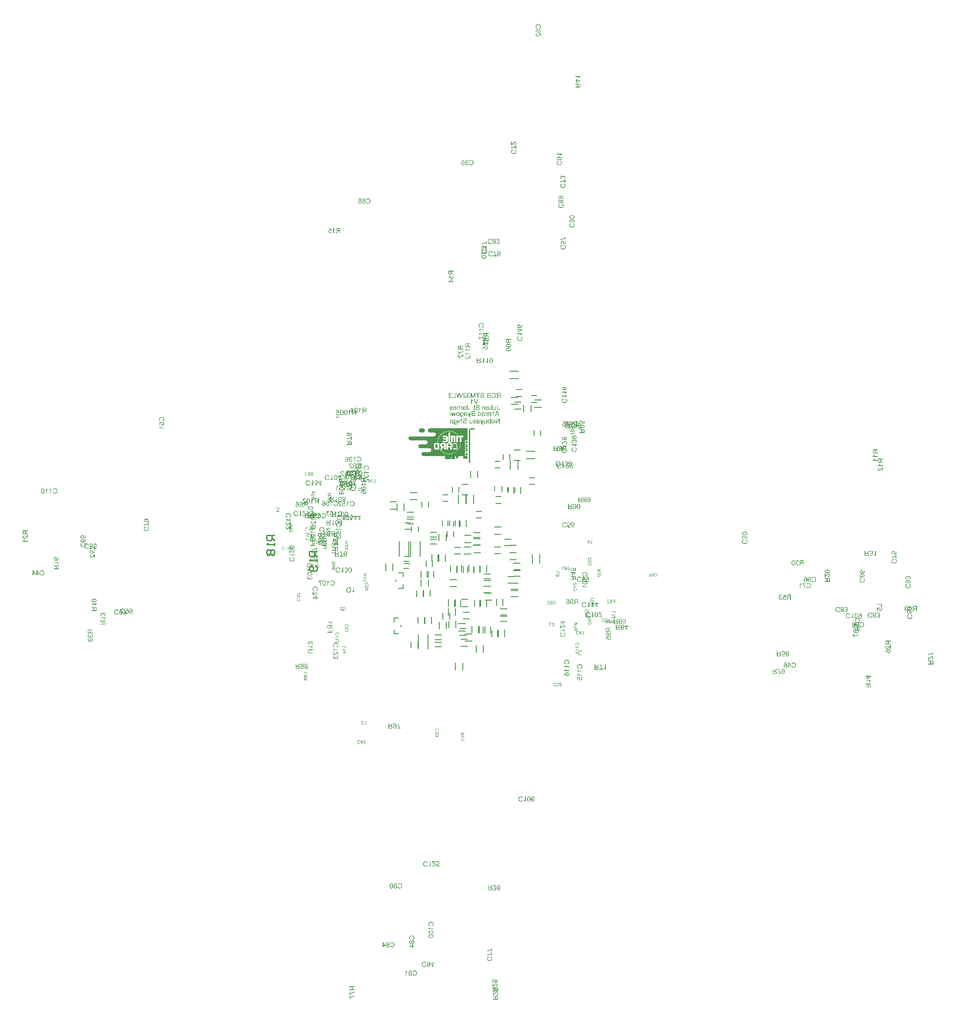
<source format=gbo>
G04*
G04 #@! TF.GenerationSoftware,Altium Limited,Altium Designer,24.9.1 (31)*
G04*
G04 Layer_Color=32896*
%FSLAX44Y44*%
%MOMM*%
G71*
G04*
G04 #@! TF.SameCoordinates,C615B3E7-4A0B-44CC-A6BC-150B9DE6E2D7*
G04*
G04*
G04 #@! TF.FilePolarity,Positive*
G04*
G01*
G75*
%ADD13C,0.2540*%
%ADD14C,0.2000*%
%ADD15C,0.1000*%
G36*
X170899Y718116D02*
X166568D01*
Y716446D01*
X166575Y716294D01*
X166581Y716173D01*
X166587Y716071D01*
X166600Y715995D01*
X166606Y715944D01*
X166613Y715913D01*
Y715900D01*
X166644Y715786D01*
X166683Y715684D01*
X166727Y715582D01*
X166772Y715493D01*
X166810Y715417D01*
X166841Y715360D01*
X166867Y715322D01*
X166873Y715309D01*
X166911Y715252D01*
X166956Y715195D01*
X167051Y715081D01*
X167159Y714973D01*
X167267Y714871D01*
X167368Y714782D01*
X167413Y714751D01*
X167451Y714719D01*
X167483Y714693D01*
X167508Y714674D01*
X167521Y714662D01*
X167527Y714655D01*
X167616Y714585D01*
X167718Y714509D01*
X167934Y714357D01*
X168156Y714198D01*
X168372Y714052D01*
X168473Y713982D01*
X168568Y713919D01*
X168657Y713862D01*
X168727Y713817D01*
X168791Y713779D01*
X168835Y713747D01*
X168861Y713728D01*
X168873Y713722D01*
X170899Y712427D01*
Y710807D01*
X168245Y712503D01*
X168099Y712598D01*
X167965Y712693D01*
X167832Y712788D01*
X167711Y712884D01*
X167597Y712979D01*
X167489Y713068D01*
X167394Y713150D01*
X167299Y713227D01*
X167222Y713303D01*
X167146Y713373D01*
X167089Y713430D01*
X167038Y713481D01*
X166994Y713519D01*
X166968Y713550D01*
X166949Y713569D01*
X166943Y713576D01*
X166854Y713684D01*
X166765Y713811D01*
X166689Y713938D01*
X166613Y714065D01*
X166549Y714179D01*
X166524Y714230D01*
X166505Y714274D01*
X166486Y714306D01*
X166473Y714332D01*
X166460Y714351D01*
Y714357D01*
X166416Y714103D01*
X166365Y713862D01*
X166308Y713639D01*
X166238Y713436D01*
X166168Y713252D01*
X166092Y713081D01*
X166016Y712922D01*
X165940Y712788D01*
X165863Y712668D01*
X165794Y712560D01*
X165730Y712471D01*
X165673Y712401D01*
X165629Y712344D01*
X165590Y712306D01*
X165565Y712280D01*
X165559Y712274D01*
X165419Y712153D01*
X165279Y712052D01*
X165127Y711963D01*
X164981Y711887D01*
X164835Y711817D01*
X164689Y711766D01*
X164543Y711722D01*
X164409Y711684D01*
X164282Y711658D01*
X164168Y711639D01*
X164060Y711620D01*
X163971Y711614D01*
X163901Y711607D01*
X163844Y711601D01*
X163812D01*
X163800D01*
X163654Y711607D01*
X163508Y711620D01*
X163368Y711639D01*
X163235Y711665D01*
X163107Y711696D01*
X162987Y711728D01*
X162873Y711766D01*
X162765Y711804D01*
X162669Y711842D01*
X162587Y711880D01*
X162511Y711912D01*
X162447Y711944D01*
X162396Y711969D01*
X162365Y711988D01*
X162339Y712001D01*
X162333Y712007D01*
X162212Y712084D01*
X162104Y712172D01*
X162003Y712261D01*
X161907Y712350D01*
X161825Y712439D01*
X161749Y712528D01*
X161679Y712617D01*
X161622Y712700D01*
X161565Y712782D01*
X161520Y712858D01*
X161488Y712922D01*
X161457Y712979D01*
X161431Y713030D01*
X161418Y713062D01*
X161406Y713087D01*
Y713093D01*
X161361Y713227D01*
X161317Y713373D01*
X161279Y713531D01*
X161253Y713690D01*
X161203Y714020D01*
X161183Y714185D01*
X161171Y714344D01*
X161158Y714490D01*
X161152Y714630D01*
X161145Y714757D01*
Y714865D01*
X161139Y714954D01*
Y719411D01*
X170899D01*
Y718116D01*
D02*
G37*
G36*
X164625Y708934D02*
X164524Y708718D01*
X164422Y708502D01*
X164371Y708401D01*
X164320Y708305D01*
X164276Y708216D01*
X164231Y708140D01*
X164193Y708064D01*
X164162Y708007D01*
X164130Y707956D01*
X164111Y707918D01*
X164098Y707893D01*
X164092Y707886D01*
X164016Y707759D01*
X163939Y707632D01*
X163863Y707518D01*
X163787Y707410D01*
X163717Y707308D01*
X163647Y707219D01*
X163584Y707131D01*
X163520Y707054D01*
X163463Y706984D01*
X163412Y706921D01*
X163368Y706870D01*
X163330Y706826D01*
X163298Y706794D01*
X163279Y706769D01*
X163266Y706756D01*
X163260Y706750D01*
X170899D01*
Y705549D01*
X161101D01*
Y706324D01*
X161222Y706388D01*
X161336Y706458D01*
X161457Y706540D01*
X161571Y706623D01*
X161787Y706800D01*
X161888Y706889D01*
X161990Y706972D01*
X162079Y707054D01*
X162155Y707137D01*
X162225Y707207D01*
X162288Y707270D01*
X162339Y707321D01*
X162371Y707359D01*
X162396Y707385D01*
X162403Y707391D01*
X162644Y707683D01*
X162866Y707981D01*
X162968Y708134D01*
X163063Y708274D01*
X163152Y708420D01*
X163228Y708553D01*
X163304Y708674D01*
X163368Y708788D01*
X163419Y708889D01*
X163470Y708978D01*
X163501Y709055D01*
X163533Y709105D01*
X163546Y709137D01*
X163552Y709150D01*
X164708D01*
X164625Y708934D01*
D02*
G37*
G36*
Y701346D02*
X164524Y701130D01*
X164422Y700914D01*
X164371Y700812D01*
X164320Y700717D01*
X164276Y700628D01*
X164231Y700552D01*
X164193Y700476D01*
X164162Y700419D01*
X164130Y700368D01*
X164111Y700330D01*
X164098Y700304D01*
X164092Y700298D01*
X164016Y700171D01*
X163939Y700044D01*
X163863Y699930D01*
X163787Y699822D01*
X163717Y699720D01*
X163647Y699631D01*
X163584Y699542D01*
X163520Y699466D01*
X163463Y699396D01*
X163412Y699333D01*
X163368Y699282D01*
X163330Y699238D01*
X163298Y699206D01*
X163279Y699180D01*
X163266Y699168D01*
X163260Y699161D01*
X170899D01*
Y697961D01*
X161101D01*
Y698736D01*
X161222Y698799D01*
X161336Y698869D01*
X161457Y698952D01*
X161571Y699034D01*
X161787Y699212D01*
X161888Y699301D01*
X161990Y699384D01*
X162079Y699466D01*
X162155Y699549D01*
X162225Y699619D01*
X162288Y699682D01*
X162339Y699733D01*
X162371Y699771D01*
X162396Y699796D01*
X162403Y699803D01*
X162644Y700095D01*
X162866Y700393D01*
X162968Y700546D01*
X163063Y700685D01*
X163152Y700831D01*
X163228Y700965D01*
X163304Y701085D01*
X163368Y701200D01*
X163419Y701301D01*
X163470Y701390D01*
X163501Y701466D01*
X163533Y701517D01*
X163546Y701549D01*
X163552Y701562D01*
X164708D01*
X164625Y701346D01*
D02*
G37*
G36*
X170899Y688589D02*
X169750D01*
Y693376D01*
X169629Y693300D01*
X169515Y693218D01*
X169400Y693129D01*
X169305Y693053D01*
X169223Y692983D01*
X169159Y692926D01*
X169134Y692907D01*
X169115Y692887D01*
X169108Y692881D01*
X169102Y692875D01*
X169032Y692805D01*
X168956Y692722D01*
X168867Y692634D01*
X168772Y692526D01*
X168670Y692411D01*
X168568Y692297D01*
X168365Y692062D01*
X168264Y691948D01*
X168175Y691840D01*
X168092Y691745D01*
X168016Y691656D01*
X167959Y691586D01*
X167908Y691529D01*
X167883Y691497D01*
X167870Y691484D01*
X167673Y691249D01*
X167483Y691033D01*
X167305Y690836D01*
X167140Y690652D01*
X166987Y690487D01*
X166848Y690335D01*
X166721Y690201D01*
X166600Y690081D01*
X166498Y689973D01*
X166409Y689884D01*
X166333Y689808D01*
X166270Y689751D01*
X166219Y689700D01*
X166187Y689668D01*
X166162Y689649D01*
X166155Y689643D01*
X166041Y689541D01*
X165921Y689446D01*
X165813Y689363D01*
X165705Y689281D01*
X165597Y689211D01*
X165501Y689141D01*
X165406Y689084D01*
X165324Y689033D01*
X165241Y688989D01*
X165171Y688951D01*
X165114Y688912D01*
X165057Y688887D01*
X165019Y688868D01*
X164987Y688855D01*
X164968Y688843D01*
X164962D01*
X164752Y688760D01*
X164543Y688703D01*
X164346Y688658D01*
X164257Y688646D01*
X164174Y688633D01*
X164092Y688620D01*
X164022Y688614D01*
X163958Y688608D01*
X163908D01*
X163863Y688601D01*
X163831D01*
X163812D01*
X163806D01*
X163596Y688608D01*
X163393Y688639D01*
X163203Y688678D01*
X163019Y688728D01*
X162847Y688792D01*
X162695Y688862D01*
X162549Y688932D01*
X162415Y689008D01*
X162295Y689084D01*
X162187Y689160D01*
X162098Y689230D01*
X162022Y689293D01*
X161958Y689344D01*
X161920Y689382D01*
X161888Y689414D01*
X161882Y689420D01*
X161742Y689579D01*
X161622Y689751D01*
X161520Y689928D01*
X161431Y690113D01*
X161355Y690303D01*
X161291Y690487D01*
X161241Y690665D01*
X161196Y690843D01*
X161164Y691008D01*
X161139Y691160D01*
X161126Y691300D01*
X161114Y691414D01*
X161107Y691516D01*
X161101Y691554D01*
Y691649D01*
X161107Y691903D01*
X161133Y692145D01*
X161164Y692367D01*
X161215Y692583D01*
X161266Y692780D01*
X161329Y692964D01*
X161393Y693129D01*
X161463Y693281D01*
X161533Y693415D01*
X161596Y693529D01*
X161660Y693631D01*
X161710Y693713D01*
X161755Y693783D01*
X161793Y693827D01*
X161819Y693853D01*
X161825Y693865D01*
X161964Y694012D01*
X162123Y694145D01*
X162282Y694259D01*
X162453Y694361D01*
X162631Y694450D01*
X162803Y694532D01*
X162974Y694596D01*
X163139Y694653D01*
X163298Y694697D01*
X163444Y694735D01*
X163577Y694761D01*
X163692Y694786D01*
X163787Y694799D01*
X163825Y694805D01*
X163857Y694812D01*
X163889D01*
X163908Y694818D01*
X163914D01*
X163920D01*
X164047Y693586D01*
X163882Y693580D01*
X163724Y693561D01*
X163577Y693535D01*
X163438Y693503D01*
X163311Y693459D01*
X163190Y693415D01*
X163082Y693370D01*
X162987Y693319D01*
X162898Y693269D01*
X162828Y693224D01*
X162758Y693180D01*
X162708Y693141D01*
X162663Y693110D01*
X162638Y693078D01*
X162619Y693065D01*
X162612Y693059D01*
X162523Y692957D01*
X162441Y692849D01*
X162371Y692735D01*
X162314Y692621D01*
X162263Y692506D01*
X162218Y692392D01*
X162187Y692278D01*
X162155Y692170D01*
X162136Y692068D01*
X162117Y691973D01*
X162104Y691891D01*
X162098Y691814D01*
Y691757D01*
X162092Y691713D01*
Y691675D01*
X162098Y691522D01*
X162111Y691383D01*
X162136Y691249D01*
X162168Y691122D01*
X162206Y691002D01*
X162244Y690894D01*
X162288Y690792D01*
X162333Y690703D01*
X162384Y690621D01*
X162428Y690551D01*
X162466Y690487D01*
X162504Y690436D01*
X162536Y690398D01*
X162561Y690373D01*
X162574Y690354D01*
X162581Y690348D01*
X162676Y690259D01*
X162771Y690176D01*
X162873Y690106D01*
X162974Y690049D01*
X163076Y689998D01*
X163177Y689960D01*
X163273Y689922D01*
X163361Y689897D01*
X163450Y689878D01*
X163527Y689859D01*
X163603Y689846D01*
X163660Y689839D01*
X163711D01*
X163749Y689833D01*
X163774D01*
X163781D01*
X163908Y689839D01*
X164035Y689859D01*
X164168Y689884D01*
X164295Y689922D01*
X164416Y689960D01*
X164536Y690011D01*
X164651Y690062D01*
X164758Y690113D01*
X164854Y690163D01*
X164943Y690214D01*
X165025Y690265D01*
X165095Y690303D01*
X165146Y690341D01*
X165190Y690367D01*
X165216Y690386D01*
X165222Y690392D01*
X165368Y690506D01*
X165527Y690646D01*
X165698Y690798D01*
X165870Y690964D01*
X166041Y691141D01*
X166213Y691319D01*
X166378Y691497D01*
X166543Y691675D01*
X166695Y691852D01*
X166835Y692011D01*
X166968Y692157D01*
X167076Y692284D01*
X167121Y692341D01*
X167165Y692392D01*
X167203Y692437D01*
X167235Y692475D01*
X167260Y692506D01*
X167279Y692526D01*
X167286Y692538D01*
X167292Y692545D01*
X167445Y692729D01*
X167597Y692907D01*
X167737Y693072D01*
X167876Y693224D01*
X168010Y693364D01*
X168130Y693497D01*
X168245Y693611D01*
X168346Y693719D01*
X168442Y693808D01*
X168524Y693891D01*
X168600Y693961D01*
X168657Y694018D01*
X168708Y694062D01*
X168740Y694094D01*
X168765Y694113D01*
X168772Y694119D01*
X168892Y694215D01*
X169013Y694310D01*
X169127Y694392D01*
X169242Y694469D01*
X169356Y694538D01*
X169464Y694602D01*
X169566Y694659D01*
X169661Y694710D01*
X169750Y694754D01*
X169826Y694792D01*
X169896Y694831D01*
X169953Y694856D01*
X170004Y694875D01*
X170035Y694888D01*
X170061Y694901D01*
X170067D01*
X170219Y694951D01*
X170366Y694989D01*
X170505Y695015D01*
X170632Y695027D01*
X170740Y695040D01*
X170785D01*
X170823D01*
X170854D01*
X170880D01*
X170893D01*
X170899D01*
Y688589D01*
D02*
G37*
G36*
X190466Y688162D02*
X190370Y688016D01*
X190275Y687883D01*
X190180Y687749D01*
X190085Y687629D01*
X189989Y687514D01*
X189900Y687406D01*
X189818Y687311D01*
X189742Y687216D01*
X189666Y687140D01*
X189596Y687064D01*
X189538Y687006D01*
X189488Y686956D01*
X189450Y686911D01*
X189418Y686886D01*
X189399Y686867D01*
X189393Y686860D01*
X189284Y686771D01*
X189158Y686683D01*
X189030Y686606D01*
X188904Y686530D01*
X188789Y686467D01*
X188738Y686441D01*
X188694Y686422D01*
X188662Y686403D01*
X188637Y686391D01*
X188618Y686378D01*
X188611D01*
X188865Y686333D01*
X189107Y686283D01*
X189329Y686225D01*
X189532Y686155D01*
X189716Y686086D01*
X189888Y686010D01*
X190047Y685933D01*
X190180Y685857D01*
X190301Y685781D01*
X190408Y685711D01*
X190497Y685648D01*
X190567Y685590D01*
X190624Y685546D01*
X190662Y685508D01*
X190688Y685482D01*
X190694Y685476D01*
X190815Y685336D01*
X190917Y685197D01*
X191005Y685044D01*
X191082Y684898D01*
X191151Y684752D01*
X191202Y684606D01*
X191247Y684460D01*
X191285Y684327D01*
X191310Y684200D01*
X191329Y684085D01*
X191348Y683978D01*
X191355Y683889D01*
X191361Y683819D01*
X191367Y683762D01*
Y683730D01*
Y683717D01*
X191361Y683571D01*
X191348Y683425D01*
X191329Y683285D01*
X191304Y683152D01*
X191272Y683025D01*
X191240Y682904D01*
X191202Y682790D01*
X191164Y682682D01*
X191126Y682587D01*
X191088Y682504D01*
X191056Y682428D01*
X191024Y682365D01*
X190999Y682314D01*
X190980Y682282D01*
X190967Y682257D01*
X190961Y682250D01*
X190885Y682130D01*
X190796Y682022D01*
X190707Y681920D01*
X190618Y681825D01*
X190529Y681742D01*
X190440Y681666D01*
X190351Y681596D01*
X190269Y681539D01*
X190186Y681482D01*
X190110Y681438D01*
X190047Y681406D01*
X189989Y681374D01*
X189939Y681349D01*
X189907Y681336D01*
X189881Y681323D01*
X189875D01*
X189742Y681279D01*
X189596Y681234D01*
X189437Y681196D01*
X189278Y681171D01*
X188948Y681120D01*
X188783Y681101D01*
X188624Y681088D01*
X188478Y681076D01*
X188338Y681069D01*
X188211Y681063D01*
X188103D01*
X188015Y681057D01*
X183557D01*
Y690816D01*
X184852D01*
Y686486D01*
X186522D01*
X186675Y686492D01*
X186795Y686498D01*
X186897Y686505D01*
X186973Y686517D01*
X187024Y686524D01*
X187056Y686530D01*
X187068D01*
X187183Y686562D01*
X187284Y686600D01*
X187386Y686645D01*
X187475Y686689D01*
X187551Y686727D01*
X187608Y686759D01*
X187646Y686784D01*
X187659Y686790D01*
X187716Y686829D01*
X187773Y686873D01*
X187887Y686968D01*
X187995Y687076D01*
X188097Y687184D01*
X188186Y687286D01*
X188218Y687330D01*
X188249Y687368D01*
X188275Y687400D01*
X188294Y687426D01*
X188307Y687438D01*
X188313Y687445D01*
X188383Y687533D01*
X188459Y687635D01*
X188611Y687851D01*
X188770Y688073D01*
X188916Y688289D01*
X188986Y688391D01*
X189050Y688486D01*
X189107Y688575D01*
X189151Y688645D01*
X189189Y688708D01*
X189221Y688753D01*
X189240Y688778D01*
X189246Y688791D01*
X190542Y690816D01*
X192161D01*
X190466Y688162D01*
D02*
G37*
G36*
X205007Y681018D02*
X204232D01*
X204169Y681139D01*
X204099Y681253D01*
X204016Y681374D01*
X203934Y681488D01*
X203756Y681704D01*
X203667Y681806D01*
X203585Y681907D01*
X203502Y681996D01*
X203420Y682073D01*
X203350Y682142D01*
X203286Y682206D01*
X203235Y682257D01*
X203197Y682288D01*
X203172Y682314D01*
X203166Y682320D01*
X202873Y682561D01*
X202575Y682784D01*
X202423Y682885D01*
X202283Y682980D01*
X202137Y683069D01*
X202004Y683146D01*
X201883Y683222D01*
X201769Y683285D01*
X201667Y683336D01*
X201578Y683387D01*
X201502Y683419D01*
X201451Y683450D01*
X201419Y683463D01*
X201407Y683469D01*
Y684625D01*
X201623Y684543D01*
X201838Y684441D01*
X202054Y684339D01*
X202156Y684289D01*
X202251Y684238D01*
X202340Y684193D01*
X202416Y684149D01*
X202493Y684111D01*
X202550Y684079D01*
X202600Y684047D01*
X202639Y684028D01*
X202664Y684016D01*
X202670Y684009D01*
X202797Y683933D01*
X202924Y683857D01*
X203039Y683781D01*
X203147Y683704D01*
X203248Y683635D01*
X203337Y683565D01*
X203426Y683501D01*
X203502Y683438D01*
X203572Y683381D01*
X203636Y683330D01*
X203686Y683285D01*
X203731Y683247D01*
X203762Y683215D01*
X203788Y683196D01*
X203801Y683184D01*
X203807Y683177D01*
Y690816D01*
X205007D01*
Y681018D01*
D02*
G37*
G36*
X197419D02*
X196644D01*
X196581Y681139D01*
X196511Y681253D01*
X196428Y681374D01*
X196346Y681488D01*
X196168Y681704D01*
X196079Y681806D01*
X195996Y681907D01*
X195914Y681996D01*
X195831Y682073D01*
X195762Y682142D01*
X195698Y682206D01*
X195647Y682257D01*
X195609Y682288D01*
X195584Y682314D01*
X195577Y682320D01*
X195285Y682561D01*
X194987Y682784D01*
X194834Y682885D01*
X194695Y682980D01*
X194549Y683069D01*
X194415Y683146D01*
X194295Y683222D01*
X194180Y683285D01*
X194079Y683336D01*
X193990Y683387D01*
X193914Y683419D01*
X193863Y683450D01*
X193831Y683463D01*
X193818Y683469D01*
Y684625D01*
X194034Y684543D01*
X194250Y684441D01*
X194466Y684339D01*
X194568Y684289D01*
X194663Y684238D01*
X194752Y684193D01*
X194828Y684149D01*
X194904Y684111D01*
X194961Y684079D01*
X195012Y684047D01*
X195050Y684028D01*
X195076Y684016D01*
X195082Y684009D01*
X195209Y683933D01*
X195336Y683857D01*
X195450Y683781D01*
X195558Y683704D01*
X195660Y683635D01*
X195749Y683565D01*
X195838Y683501D01*
X195914Y683438D01*
X195984Y683381D01*
X196047Y683330D01*
X196098Y683285D01*
X196143Y683247D01*
X196174Y683215D01*
X196200Y683196D01*
X196212Y683184D01*
X196219Y683177D01*
Y690816D01*
X197419D01*
Y681018D01*
D02*
G37*
G36*
X211459Y690975D02*
X211649Y690956D01*
X211827Y690931D01*
X211992Y690893D01*
X212151Y690848D01*
X212297Y690797D01*
X212430Y690747D01*
X212551Y690696D01*
X212659Y690645D01*
X212754Y690588D01*
X212837Y690543D01*
X212906Y690499D01*
X212964Y690461D01*
X213002Y690435D01*
X213027Y690416D01*
X213034Y690410D01*
X213160Y690296D01*
X213281Y690175D01*
X213396Y690042D01*
X213497Y689908D01*
X213592Y689775D01*
X213675Y689642D01*
X213757Y689508D01*
X213827Y689375D01*
X213884Y689254D01*
X213942Y689140D01*
X213986Y689038D01*
X214024Y688950D01*
X214049Y688880D01*
X214069Y688822D01*
X214081Y688791D01*
X214088Y688778D01*
X214151Y688575D01*
X214208Y688359D01*
X214253Y688130D01*
X214291Y687902D01*
X214354Y687438D01*
X214380Y687210D01*
X214399Y686994D01*
X214412Y686790D01*
X214424Y686600D01*
X214431Y686435D01*
X214437Y686359D01*
Y686289D01*
Y686225D01*
X214443Y686168D01*
Y686117D01*
Y686079D01*
Y686048D01*
Y686022D01*
Y686010D01*
Y686003D01*
Y685736D01*
X214437Y685489D01*
X214424Y685254D01*
X214412Y685032D01*
X214392Y684828D01*
X214373Y684638D01*
X214354Y684466D01*
X214335Y684308D01*
X214310Y684168D01*
X214291Y684047D01*
X214272Y683939D01*
X214259Y683857D01*
X214240Y683787D01*
X214234Y683736D01*
X214221Y683711D01*
Y683698D01*
X214177Y683539D01*
X214132Y683387D01*
X214088Y683247D01*
X214037Y683108D01*
X213986Y682980D01*
X213935Y682860D01*
X213884Y682752D01*
X213840Y682650D01*
X213796Y682561D01*
X213751Y682479D01*
X213713Y682409D01*
X213681Y682352D01*
X213656Y682307D01*
X213637Y682269D01*
X213624Y682250D01*
X213618Y682244D01*
X213542Y682136D01*
X213465Y682034D01*
X213383Y681939D01*
X213300Y681850D01*
X213218Y681768D01*
X213135Y681692D01*
X213059Y681628D01*
X212983Y681564D01*
X212913Y681514D01*
X212849Y681463D01*
X212786Y681425D01*
X212741Y681393D01*
X212697Y681368D01*
X212665Y681349D01*
X212646Y681342D01*
X212640Y681336D01*
X212526Y681279D01*
X212411Y681228D01*
X212291Y681190D01*
X212176Y681152D01*
X211948Y681095D01*
X211833Y681076D01*
X211732Y681057D01*
X211630Y681044D01*
X211541Y681037D01*
X211465Y681025D01*
X211395D01*
X211338Y681018D01*
X211262D01*
X211065Y681025D01*
X210881Y681044D01*
X210703Y681069D01*
X210538Y681107D01*
X210379Y681152D01*
X210233Y681196D01*
X210100Y681253D01*
X209979Y681304D01*
X209865Y681355D01*
X209770Y681406D01*
X209687Y681457D01*
X209617Y681501D01*
X209560Y681539D01*
X209522Y681564D01*
X209497Y681583D01*
X209490Y681590D01*
X209363Y681704D01*
X209243Y681825D01*
X209135Y681952D01*
X209033Y682085D01*
X208938Y682218D01*
X208849Y682358D01*
X208773Y682485D01*
X208703Y682619D01*
X208639Y682739D01*
X208589Y682853D01*
X208538Y682955D01*
X208506Y683044D01*
X208474Y683114D01*
X208455Y683171D01*
X208442Y683203D01*
X208436Y683215D01*
X208373Y683419D01*
X208322Y683635D01*
X208271Y683863D01*
X208233Y684098D01*
X208169Y684562D01*
X208144Y684784D01*
X208125Y685006D01*
X208112Y685209D01*
X208100Y685400D01*
X208093Y685571D01*
X208087Y685648D01*
Y685717D01*
Y685781D01*
X208081Y685838D01*
Y685882D01*
Y685927D01*
Y685959D01*
Y685984D01*
Y685997D01*
Y686003D01*
Y686257D01*
X208093Y686498D01*
X208106Y686733D01*
X208125Y686962D01*
X208144Y687178D01*
X208169Y687387D01*
X208201Y687591D01*
X208233Y687781D01*
X208265Y687965D01*
X208303Y688143D01*
X208347Y688308D01*
X208385Y688467D01*
X208430Y688619D01*
X208474Y688759D01*
X208519Y688892D01*
X208563Y689019D01*
X208608Y689134D01*
X208652Y689248D01*
X208696Y689350D01*
X208741Y689438D01*
X208779Y689527D01*
X208824Y689604D01*
X208862Y689673D01*
X208893Y689737D01*
X208925Y689794D01*
X208957Y689838D01*
X208982Y689883D01*
X209008Y689915D01*
X209020Y689940D01*
X209033Y689959D01*
X209046Y689966D01*
Y689972D01*
X209205Y690150D01*
X209370Y690302D01*
X209547Y690442D01*
X209732Y690556D01*
X209916Y690651D01*
X210100Y690734D01*
X210284Y690804D01*
X210455Y690854D01*
X210620Y690899D01*
X210773Y690931D01*
X210913Y690950D01*
X211027Y690963D01*
X211129Y690975D01*
X211167D01*
X211198Y690982D01*
X211262D01*
X211459Y690975D01*
D02*
G37*
G36*
X167231Y622947D02*
X167431Y622928D01*
X167625Y622891D01*
X167800Y622853D01*
X167968Y622803D01*
X168125Y622747D01*
X168275Y622691D01*
X168406Y622628D01*
X168524Y622566D01*
X168624Y622509D01*
X168718Y622453D01*
X168793Y622403D01*
X168849Y622366D01*
X168893Y622335D01*
X168924Y622309D01*
X168931Y622303D01*
X169068Y622178D01*
X169193Y622041D01*
X169306Y621891D01*
X169405Y621741D01*
X169499Y621591D01*
X169580Y621435D01*
X169649Y621285D01*
X169712Y621141D01*
X169762Y621004D01*
X169805Y620879D01*
X169837Y620760D01*
X169868Y620660D01*
X169887Y620579D01*
X169899Y620516D01*
X169905Y620498D01*
X169912Y620479D01*
Y620472D01*
Y620466D01*
X168737Y620254D01*
X168706Y620410D01*
X168675Y620560D01*
X168631Y620697D01*
X168587Y620822D01*
X168543Y620941D01*
X168493Y621047D01*
X168443Y621141D01*
X168393Y621229D01*
X168343Y621303D01*
X168300Y621372D01*
X168262Y621428D01*
X168225Y621472D01*
X168193Y621510D01*
X168168Y621535D01*
X168156Y621547D01*
X168150Y621553D01*
X168062Y621628D01*
X167968Y621697D01*
X167875Y621753D01*
X167775Y621803D01*
X167681Y621847D01*
X167581Y621878D01*
X167487Y621910D01*
X167400Y621928D01*
X167319Y621947D01*
X167244Y621960D01*
X167175Y621972D01*
X167112Y621978D01*
X167069Y621985D01*
X167000D01*
X166875Y621978D01*
X166750Y621966D01*
X166637Y621947D01*
X166531Y621916D01*
X166431Y621885D01*
X166338Y621853D01*
X166250Y621810D01*
X166175Y621772D01*
X166106Y621735D01*
X166044Y621697D01*
X165994Y621660D01*
X165950Y621628D01*
X165913Y621597D01*
X165888Y621578D01*
X165875Y621566D01*
X165869Y621560D01*
X165788Y621479D01*
X165725Y621391D01*
X165663Y621303D01*
X165613Y621210D01*
X165569Y621122D01*
X165532Y621035D01*
X165506Y620947D01*
X165481Y620866D01*
X165463Y620785D01*
X165450Y620716D01*
X165438Y620648D01*
X165431Y620591D01*
X165425Y620547D01*
Y620516D01*
Y620491D01*
Y620485D01*
X165431Y620335D01*
X165450Y620198D01*
X165481Y620066D01*
X165519Y619948D01*
X165563Y619841D01*
X165619Y619741D01*
X165669Y619654D01*
X165725Y619573D01*
X165788Y619504D01*
X165838Y619441D01*
X165888Y619392D01*
X165938Y619348D01*
X165975Y619316D01*
X166006Y619291D01*
X166025Y619279D01*
X166031Y619273D01*
X166144Y619204D01*
X166263Y619142D01*
X166381Y619092D01*
X166494Y619048D01*
X166612Y619010D01*
X166725Y618973D01*
X166831Y618948D01*
X166931Y618929D01*
X167031Y618910D01*
X167119Y618898D01*
X167194Y618892D01*
X167262Y618885D01*
X167312Y618879D01*
X167444D01*
X167506Y618885D01*
X167531D01*
X167556Y618892D01*
X167575D01*
X167706Y617854D01*
X167525Y617898D01*
X167362Y617929D01*
X167225Y617954D01*
X167100Y617967D01*
X167050Y617973D01*
X167006Y617979D01*
X166969D01*
X166931Y617986D01*
X166875D01*
X166725Y617979D01*
X166581Y617961D01*
X166444Y617936D01*
X166319Y617904D01*
X166200Y617867D01*
X166088Y617817D01*
X165988Y617773D01*
X165894Y617723D01*
X165813Y617673D01*
X165738Y617630D01*
X165675Y617586D01*
X165619Y617542D01*
X165581Y617511D01*
X165550Y617486D01*
X165532Y617467D01*
X165525Y617461D01*
X165431Y617361D01*
X165350Y617255D01*
X165282Y617142D01*
X165219Y617030D01*
X165169Y616917D01*
X165125Y616805D01*
X165088Y616698D01*
X165063Y616592D01*
X165038Y616492D01*
X165019Y616405D01*
X165013Y616324D01*
X165000Y616255D01*
Y616199D01*
X164994Y616155D01*
Y616130D01*
Y616117D01*
X165000Y615961D01*
X165019Y615811D01*
X165044Y615667D01*
X165082Y615536D01*
X165125Y615411D01*
X165175Y615293D01*
X165225Y615186D01*
X165282Y615086D01*
X165338Y614999D01*
X165388Y614918D01*
X165438Y614855D01*
X165481Y614799D01*
X165513Y614749D01*
X165544Y614718D01*
X165563Y614699D01*
X165569Y614693D01*
X165675Y614593D01*
X165794Y614505D01*
X165906Y614424D01*
X166025Y614362D01*
X166144Y614305D01*
X166263Y614255D01*
X166375Y614218D01*
X166481Y614193D01*
X166581Y614168D01*
X166675Y614149D01*
X166756Y614137D01*
X166831Y614124D01*
X166887D01*
X166931Y614118D01*
X166969D01*
X167100Y614124D01*
X167225Y614137D01*
X167344Y614155D01*
X167450Y614187D01*
X167556Y614218D01*
X167656Y614255D01*
X167750Y614299D01*
X167831Y614337D01*
X167906Y614380D01*
X167968Y614418D01*
X168025Y614455D01*
X168075Y614487D01*
X168112Y614518D01*
X168137Y614537D01*
X168156Y614549D01*
X168162Y614555D01*
X168250Y614643D01*
X168331Y614743D01*
X168406Y614855D01*
X168475Y614968D01*
X168593Y615211D01*
X168693Y615449D01*
X168731Y615561D01*
X168762Y615661D01*
X168793Y615761D01*
X168818Y615842D01*
X168831Y615911D01*
X168843Y615961D01*
X168856Y615992D01*
Y616005D01*
X170030Y615842D01*
X169999Y615624D01*
X169955Y615418D01*
X169899Y615218D01*
X169830Y615030D01*
X169755Y614861D01*
X169681Y614699D01*
X169593Y614549D01*
X169512Y614418D01*
X169431Y614299D01*
X169349Y614193D01*
X169274Y614105D01*
X169212Y614030D01*
X169156Y613968D01*
X169118Y613930D01*
X169087Y613899D01*
X169081Y613893D01*
X168918Y613762D01*
X168749Y613643D01*
X168575Y613543D01*
X168400Y613462D01*
X168225Y613387D01*
X168050Y613324D01*
X167881Y613274D01*
X167719Y613237D01*
X167562Y613206D01*
X167425Y613181D01*
X167300Y613168D01*
X167194Y613156D01*
X167100Y613149D01*
X167037Y613143D01*
X166981D01*
X166725Y613156D01*
X166475Y613181D01*
X166244Y613224D01*
X166025Y613281D01*
X165819Y613343D01*
X165625Y613418D01*
X165450Y613499D01*
X165294Y613581D01*
X165150Y613656D01*
X165019Y613737D01*
X164913Y613812D01*
X164819Y613874D01*
X164750Y613930D01*
X164701Y613974D01*
X164669Y613999D01*
X164657Y614012D01*
X164494Y614180D01*
X164351Y614355D01*
X164232Y614537D01*
X164126Y614718D01*
X164038Y614893D01*
X163963Y615074D01*
X163901Y615243D01*
X163851Y615411D01*
X163813Y615561D01*
X163788Y615705D01*
X163763Y615830D01*
X163751Y615936D01*
X163745Y616024D01*
X163738Y616092D01*
Y616117D01*
Y616136D01*
Y616142D01*
Y616149D01*
X163745Y616317D01*
X163757Y616480D01*
X163782Y616636D01*
X163813Y616786D01*
X163851Y616923D01*
X163888Y617048D01*
X163932Y617167D01*
X163976Y617273D01*
X164019Y617367D01*
X164063Y617454D01*
X164101Y617529D01*
X164138Y617586D01*
X164169Y617636D01*
X164194Y617667D01*
X164207Y617692D01*
X164213Y617698D01*
X164307Y617811D01*
X164407Y617911D01*
X164507Y618004D01*
X164619Y618086D01*
X164725Y618161D01*
X164838Y618229D01*
X164944Y618285D01*
X165050Y618335D01*
X165150Y618379D01*
X165244Y618417D01*
X165325Y618448D01*
X165394Y618473D01*
X165457Y618492D01*
X165500Y618504D01*
X165525Y618511D01*
X165538D01*
X165419Y618573D01*
X165307Y618635D01*
X165200Y618698D01*
X165107Y618767D01*
X165019Y618835D01*
X164938Y618904D01*
X164863Y618967D01*
X164800Y619029D01*
X164738Y619092D01*
X164688Y619148D01*
X164644Y619198D01*
X164613Y619241D01*
X164588Y619273D01*
X164563Y619298D01*
X164557Y619316D01*
X164550Y619323D01*
X164488Y619423D01*
X164438Y619516D01*
X164394Y619616D01*
X164357Y619716D01*
X164294Y619910D01*
X164257Y620085D01*
X164238Y620160D01*
X164232Y620235D01*
X164226Y620298D01*
X164219Y620354D01*
X164213Y620397D01*
Y620435D01*
Y620454D01*
Y620460D01*
X164219Y620585D01*
X164226Y620704D01*
X164269Y620929D01*
X164326Y621141D01*
X164357Y621235D01*
X164388Y621322D01*
X164419Y621404D01*
X164450Y621479D01*
X164482Y621541D01*
X164507Y621597D01*
X164532Y621641D01*
X164550Y621672D01*
X164557Y621691D01*
X164563Y621697D01*
X164632Y621803D01*
X164707Y621903D01*
X164788Y621997D01*
X164869Y622085D01*
X164950Y622166D01*
X165038Y622241D01*
X165119Y622309D01*
X165200Y622372D01*
X165275Y622428D01*
X165344Y622478D01*
X165413Y622522D01*
X165469Y622553D01*
X165513Y622578D01*
X165544Y622603D01*
X165569Y622609D01*
X165575Y622616D01*
X165700Y622678D01*
X165825Y622728D01*
X165956Y622772D01*
X166081Y622809D01*
X166325Y622872D01*
X166437Y622891D01*
X166550Y622909D01*
X166650Y622928D01*
X166744Y622934D01*
X166825Y622941D01*
X166894Y622947D01*
X166950Y622953D01*
X167025D01*
X167231Y622947D01*
D02*
G37*
G36*
X132165Y622947D02*
X132365Y622928D01*
X132559Y622891D01*
X132734Y622853D01*
X132902Y622803D01*
X133059Y622747D01*
X133209Y622691D01*
X133340Y622628D01*
X133458Y622566D01*
X133559Y622509D01*
X133652Y622453D01*
X133727Y622403D01*
X133783Y622366D01*
X133827Y622335D01*
X133858Y622309D01*
X133865Y622303D01*
X134002Y622178D01*
X134127Y622041D01*
X134240Y621891D01*
X134340Y621741D01*
X134433Y621591D01*
X134515Y621435D01*
X134583Y621285D01*
X134646Y621141D01*
X134696Y621004D01*
X134739Y620879D01*
X134771Y620760D01*
X134802Y620660D01*
X134821Y620579D01*
X134833Y620516D01*
X134839Y620498D01*
X134846Y620479D01*
Y620472D01*
Y620466D01*
X133671Y620254D01*
X133640Y620410D01*
X133608Y620560D01*
X133565Y620697D01*
X133521Y620822D01*
X133477Y620941D01*
X133427Y621047D01*
X133377Y621141D01*
X133327Y621228D01*
X133277Y621303D01*
X133233Y621372D01*
X133196Y621428D01*
X133159Y621472D01*
X133127Y621510D01*
X133102Y621535D01*
X133090Y621547D01*
X133084Y621553D01*
X132996Y621628D01*
X132902Y621697D01*
X132809Y621753D01*
X132709Y621803D01*
X132615Y621847D01*
X132515Y621878D01*
X132421Y621910D01*
X132334Y621928D01*
X132253Y621947D01*
X132178Y621960D01*
X132109Y621972D01*
X132046Y621978D01*
X132003Y621985D01*
X131934D01*
X131809Y621978D01*
X131684Y621966D01*
X131572Y621947D01*
X131465Y621916D01*
X131365Y621885D01*
X131271Y621853D01*
X131184Y621810D01*
X131109Y621772D01*
X131040Y621735D01*
X130978Y621697D01*
X130928Y621660D01*
X130884Y621628D01*
X130847Y621597D01*
X130822Y621578D01*
X130809Y621566D01*
X130803Y621560D01*
X130722Y621479D01*
X130659Y621391D01*
X130597Y621303D01*
X130547Y621210D01*
X130503Y621122D01*
X130465Y621035D01*
X130441Y620947D01*
X130415Y620866D01*
X130397Y620785D01*
X130384Y620716D01*
X130372Y620647D01*
X130365Y620591D01*
X130359Y620547D01*
Y620516D01*
Y620491D01*
Y620485D01*
X130365Y620335D01*
X130384Y620197D01*
X130415Y620066D01*
X130453Y619948D01*
X130497Y619841D01*
X130553Y619741D01*
X130603Y619654D01*
X130659Y619573D01*
X130722Y619504D01*
X130772Y619441D01*
X130822Y619392D01*
X130872Y619348D01*
X130909Y619316D01*
X130940Y619291D01*
X130959Y619279D01*
X130965Y619273D01*
X131078Y619204D01*
X131197Y619142D01*
X131315Y619092D01*
X131428Y619048D01*
X131546Y619010D01*
X131659Y618973D01*
X131765Y618948D01*
X131865Y618929D01*
X131965Y618910D01*
X132053Y618898D01*
X132128Y618892D01*
X132196Y618885D01*
X132246Y618879D01*
X132378D01*
X132440Y618885D01*
X132465D01*
X132490Y618892D01*
X132509D01*
X132640Y617854D01*
X132459Y617898D01*
X132296Y617929D01*
X132159Y617954D01*
X132034Y617967D01*
X131984Y617973D01*
X131940Y617979D01*
X131903D01*
X131865Y617986D01*
X131809D01*
X131659Y617979D01*
X131515Y617961D01*
X131378Y617936D01*
X131253Y617904D01*
X131134Y617867D01*
X131022Y617817D01*
X130922Y617773D01*
X130828Y617723D01*
X130747Y617673D01*
X130672Y617629D01*
X130609Y617586D01*
X130553Y617542D01*
X130515Y617511D01*
X130484Y617486D01*
X130465Y617467D01*
X130459Y617461D01*
X130365Y617361D01*
X130284Y617254D01*
X130216Y617142D01*
X130153Y617030D01*
X130103Y616917D01*
X130059Y616805D01*
X130022Y616698D01*
X129997Y616592D01*
X129972Y616492D01*
X129953Y616405D01*
X129947Y616324D01*
X129934Y616255D01*
Y616199D01*
X129928Y616155D01*
Y616130D01*
Y616117D01*
X129934Y615961D01*
X129953Y615811D01*
X129978Y615667D01*
X130016Y615536D01*
X130059Y615411D01*
X130109Y615293D01*
X130159Y615186D01*
X130216Y615086D01*
X130272Y614999D01*
X130322Y614918D01*
X130372Y614855D01*
X130415Y614799D01*
X130447Y614749D01*
X130478Y614718D01*
X130497Y614699D01*
X130503Y614693D01*
X130609Y614593D01*
X130728Y614505D01*
X130840Y614424D01*
X130959Y614361D01*
X131078Y614305D01*
X131197Y614255D01*
X131309Y614218D01*
X131415Y614193D01*
X131515Y614168D01*
X131609Y614149D01*
X131690Y614137D01*
X131765Y614124D01*
X131821D01*
X131865Y614118D01*
X131903D01*
X132034Y614124D01*
X132159Y614137D01*
X132277Y614155D01*
X132384Y614187D01*
X132490Y614218D01*
X132590Y614255D01*
X132684Y614299D01*
X132765Y614337D01*
X132840Y614380D01*
X132902Y614418D01*
X132959Y614455D01*
X133009Y614487D01*
X133046Y614518D01*
X133071Y614537D01*
X133090Y614549D01*
X133096Y614555D01*
X133184Y614643D01*
X133265Y614743D01*
X133340Y614855D01*
X133408Y614968D01*
X133527Y615211D01*
X133627Y615449D01*
X133665Y615561D01*
X133696Y615661D01*
X133727Y615761D01*
X133752Y615842D01*
X133765Y615911D01*
X133777Y615961D01*
X133790Y615992D01*
Y616005D01*
X134964Y615842D01*
X134933Y615624D01*
X134889Y615418D01*
X134833Y615218D01*
X134764Y615030D01*
X134689Y614861D01*
X134614Y614699D01*
X134527Y614549D01*
X134446Y614418D01*
X134365Y614299D01*
X134283Y614193D01*
X134208Y614105D01*
X134146Y614030D01*
X134090Y613968D01*
X134052Y613930D01*
X134021Y613899D01*
X134015Y613893D01*
X133852Y613762D01*
X133683Y613643D01*
X133509Y613543D01*
X133334Y613462D01*
X133159Y613387D01*
X132984Y613324D01*
X132815Y613274D01*
X132652Y613237D01*
X132496Y613206D01*
X132359Y613181D01*
X132234Y613168D01*
X132128Y613156D01*
X132034Y613149D01*
X131971Y613143D01*
X131915D01*
X131659Y613156D01*
X131409Y613181D01*
X131178Y613224D01*
X130959Y613281D01*
X130753Y613343D01*
X130559Y613418D01*
X130384Y613499D01*
X130228Y613581D01*
X130084Y613656D01*
X129953Y613737D01*
X129847Y613812D01*
X129753Y613874D01*
X129684Y613930D01*
X129635Y613974D01*
X129603Y613999D01*
X129591Y614012D01*
X129428Y614180D01*
X129285Y614355D01*
X129166Y614537D01*
X129060Y614718D01*
X128972Y614893D01*
X128897Y615074D01*
X128835Y615243D01*
X128785Y615411D01*
X128747Y615561D01*
X128722Y615705D01*
X128697Y615830D01*
X128685Y615936D01*
X128679Y616024D01*
X128672Y616092D01*
Y616117D01*
Y616136D01*
Y616142D01*
Y616149D01*
X128679Y616317D01*
X128691Y616480D01*
X128716Y616636D01*
X128747Y616786D01*
X128785Y616923D01*
X128822Y617048D01*
X128866Y617167D01*
X128910Y617273D01*
X128953Y617367D01*
X128997Y617454D01*
X129035Y617529D01*
X129072Y617586D01*
X129103Y617636D01*
X129128Y617667D01*
X129141Y617692D01*
X129147Y617698D01*
X129241Y617811D01*
X129341Y617911D01*
X129441Y618004D01*
X129553Y618086D01*
X129660Y618161D01*
X129772Y618229D01*
X129878Y618285D01*
X129984Y618335D01*
X130084Y618379D01*
X130178Y618417D01*
X130259Y618448D01*
X130328Y618473D01*
X130391Y618492D01*
X130434Y618504D01*
X130459Y618511D01*
X130472D01*
X130353Y618573D01*
X130241Y618635D01*
X130134Y618698D01*
X130041Y618767D01*
X129953Y618835D01*
X129872Y618904D01*
X129797Y618967D01*
X129734Y619029D01*
X129672Y619092D01*
X129622Y619148D01*
X129578Y619198D01*
X129547Y619241D01*
X129522Y619273D01*
X129497Y619298D01*
X129491Y619316D01*
X129485Y619323D01*
X129422Y619423D01*
X129372Y619516D01*
X129328Y619616D01*
X129291Y619716D01*
X129228Y619910D01*
X129191Y620085D01*
X129172Y620160D01*
X129166Y620235D01*
X129160Y620298D01*
X129153Y620354D01*
X129147Y620397D01*
Y620435D01*
Y620454D01*
Y620460D01*
X129153Y620585D01*
X129160Y620704D01*
X129203Y620929D01*
X129260Y621141D01*
X129291Y621235D01*
X129322Y621322D01*
X129353Y621404D01*
X129384Y621479D01*
X129416Y621541D01*
X129441Y621597D01*
X129466Y621641D01*
X129485Y621672D01*
X129491Y621691D01*
X129497Y621697D01*
X129566Y621803D01*
X129641Y621903D01*
X129722Y621997D01*
X129803Y622085D01*
X129884Y622166D01*
X129972Y622241D01*
X130053Y622309D01*
X130134Y622372D01*
X130209Y622428D01*
X130278Y622478D01*
X130347Y622522D01*
X130403Y622553D01*
X130447Y622578D01*
X130478Y622603D01*
X130503Y622609D01*
X130509Y622616D01*
X130634Y622678D01*
X130759Y622728D01*
X130890Y622772D01*
X131015Y622809D01*
X131259Y622872D01*
X131371Y622891D01*
X131484Y622909D01*
X131584Y622928D01*
X131678Y622934D01*
X131759Y622941D01*
X131828Y622947D01*
X131884Y622953D01*
X131959D01*
X132165Y622947D01*
D02*
G37*
G36*
X159633D02*
X159871Y622922D01*
X160089Y622891D01*
X160302Y622841D01*
X160495Y622791D01*
X160676Y622728D01*
X160839Y622666D01*
X160989Y622597D01*
X161120Y622528D01*
X161233Y622466D01*
X161333Y622403D01*
X161414Y622353D01*
X161483Y622309D01*
X161526Y622272D01*
X161551Y622247D01*
X161564Y622241D01*
X161707Y622103D01*
X161839Y621947D01*
X161951Y621791D01*
X162051Y621622D01*
X162139Y621447D01*
X162220Y621278D01*
X162282Y621110D01*
X162339Y620947D01*
X162382Y620791D01*
X162420Y620647D01*
X162445Y620516D01*
X162470Y620404D01*
X162482Y620310D01*
X162488Y620272D01*
X162495Y620241D01*
Y620210D01*
X162501Y620191D01*
Y620185D01*
Y620179D01*
X161289Y620054D01*
X161283Y620216D01*
X161264Y620373D01*
X161239Y620516D01*
X161208Y620654D01*
X161164Y620779D01*
X161120Y620897D01*
X161076Y621004D01*
X161026Y621097D01*
X160976Y621185D01*
X160933Y621254D01*
X160889Y621322D01*
X160851Y621372D01*
X160820Y621416D01*
X160789Y621441D01*
X160777Y621460D01*
X160770Y621466D01*
X160670Y621553D01*
X160564Y621635D01*
X160452Y621703D01*
X160339Y621760D01*
X160227Y621810D01*
X160114Y621853D01*
X160002Y621885D01*
X159895Y621916D01*
X159796Y621935D01*
X159702Y621953D01*
X159621Y621966D01*
X159546Y621972D01*
X159489D01*
X159446Y621978D01*
X159408D01*
X159258Y621972D01*
X159121Y621960D01*
X158989Y621935D01*
X158864Y621903D01*
X158746Y621866D01*
X158639Y621828D01*
X158540Y621785D01*
X158452Y621741D01*
X158371Y621691D01*
X158302Y621647D01*
X158240Y621610D01*
X158190Y621572D01*
X158152Y621541D01*
X158127Y621516D01*
X158108Y621503D01*
X158102Y621497D01*
X158015Y621404D01*
X157934Y621310D01*
X157865Y621210D01*
X157809Y621110D01*
X157759Y621010D01*
X157721Y620910D01*
X157683Y620816D01*
X157659Y620729D01*
X157640Y620641D01*
X157621Y620566D01*
X157608Y620491D01*
X157602Y620435D01*
Y620385D01*
X157596Y620348D01*
Y620322D01*
Y620316D01*
X157602Y620191D01*
X157621Y620066D01*
X157646Y619935D01*
X157683Y619810D01*
X157721Y619691D01*
X157771Y619573D01*
X157821Y619460D01*
X157871Y619354D01*
X157921Y619260D01*
X157971Y619173D01*
X158021Y619092D01*
X158058Y619023D01*
X158096Y618973D01*
X158121Y618929D01*
X158140Y618904D01*
X158146Y618898D01*
X158258Y618754D01*
X158396Y618598D01*
X158546Y618429D01*
X158708Y618260D01*
X158883Y618092D01*
X159058Y617923D01*
X159233Y617761D01*
X159408Y617598D01*
X159583Y617448D01*
X159739Y617311D01*
X159883Y617180D01*
X160008Y617073D01*
X160064Y617030D01*
X160114Y616986D01*
X160158Y616948D01*
X160195Y616917D01*
X160227Y616892D01*
X160245Y616873D01*
X160258Y616867D01*
X160264Y616861D01*
X160445Y616711D01*
X160620Y616561D01*
X160783Y616423D01*
X160933Y616286D01*
X161070Y616155D01*
X161201Y616036D01*
X161314Y615924D01*
X161420Y615824D01*
X161508Y615730D01*
X161589Y615649D01*
X161658Y615574D01*
X161714Y615518D01*
X161758Y615467D01*
X161789Y615436D01*
X161807Y615411D01*
X161814Y615405D01*
X161907Y615286D01*
X162001Y615168D01*
X162082Y615055D01*
X162157Y614943D01*
X162226Y614830D01*
X162289Y614724D01*
X162345Y614624D01*
X162395Y614530D01*
X162439Y614443D01*
X162476Y614368D01*
X162514Y614299D01*
X162539Y614243D01*
X162557Y614193D01*
X162570Y614162D01*
X162582Y614137D01*
Y614130D01*
X162632Y613980D01*
X162670Y613837D01*
X162695Y613699D01*
X162707Y613574D01*
X162720Y613468D01*
Y613424D01*
Y613387D01*
Y613355D01*
Y613330D01*
Y613318D01*
Y613312D01*
X156371D01*
Y614443D01*
X161083D01*
X161008Y614562D01*
X160926Y614674D01*
X160839Y614786D01*
X160764Y614880D01*
X160695Y614961D01*
X160639Y615024D01*
X160620Y615049D01*
X160602Y615068D01*
X160595Y615074D01*
X160589Y615080D01*
X160520Y615149D01*
X160439Y615224D01*
X160352Y615311D01*
X160245Y615405D01*
X160133Y615505D01*
X160020Y615605D01*
X159789Y615805D01*
X159677Y615905D01*
X159571Y615992D01*
X159477Y616074D01*
X159389Y616149D01*
X159321Y616205D01*
X159264Y616255D01*
X159233Y616280D01*
X159221Y616292D01*
X158989Y616486D01*
X158777Y616673D01*
X158583Y616848D01*
X158402Y617011D01*
X158240Y617161D01*
X158090Y617298D01*
X157958Y617423D01*
X157840Y617542D01*
X157733Y617642D01*
X157646Y617729D01*
X157571Y617804D01*
X157515Y617867D01*
X157465Y617917D01*
X157434Y617948D01*
X157415Y617973D01*
X157409Y617979D01*
X157309Y618092D01*
X157215Y618210D01*
X157134Y618317D01*
X157052Y618423D01*
X156984Y618529D01*
X156915Y618623D01*
X156859Y618717D01*
X156809Y618798D01*
X156765Y618879D01*
X156728Y618948D01*
X156690Y619004D01*
X156665Y619060D01*
X156646Y619098D01*
X156634Y619129D01*
X156621Y619148D01*
Y619154D01*
X156540Y619360D01*
X156484Y619566D01*
X156440Y619760D01*
X156428Y619848D01*
X156415Y619929D01*
X156403Y620010D01*
X156396Y620079D01*
X156390Y620141D01*
Y620191D01*
X156384Y620235D01*
Y620266D01*
Y620285D01*
Y620291D01*
X156390Y620498D01*
X156421Y620697D01*
X156459Y620885D01*
X156509Y621066D01*
X156571Y621235D01*
X156640Y621385D01*
X156709Y621528D01*
X156784Y621660D01*
X156859Y621778D01*
X156934Y621885D01*
X157002Y621972D01*
X157065Y622047D01*
X157115Y622110D01*
X157152Y622147D01*
X157184Y622178D01*
X157190Y622184D01*
X157346Y622322D01*
X157515Y622441D01*
X157690Y622541D01*
X157871Y622628D01*
X158058Y622703D01*
X158240Y622766D01*
X158415Y622816D01*
X158589Y622859D01*
X158752Y622891D01*
X158902Y622916D01*
X159039Y622928D01*
X159152Y622941D01*
X159252Y622947D01*
X159289Y622953D01*
X159383D01*
X159633Y622947D01*
D02*
G37*
G36*
X180778Y613312D02*
X179553D01*
Y621485D01*
X176772Y613312D01*
X175629D01*
X172836Y621347D01*
Y613312D01*
X171611D01*
Y622916D01*
X173323D01*
X175623Y616230D01*
X175685Y616049D01*
X175741Y615874D01*
X175798Y615711D01*
X175848Y615561D01*
X175891Y615424D01*
X175935Y615299D01*
X175973Y615186D01*
X176004Y615080D01*
X176035Y614993D01*
X176060Y614911D01*
X176079Y614843D01*
X176098Y614793D01*
X176110Y614749D01*
X176123Y614718D01*
X176129Y614699D01*
Y614693D01*
X176160Y614786D01*
X176191Y614886D01*
X176229Y614999D01*
X176266Y615111D01*
X176341Y615349D01*
X176416Y615580D01*
X176454Y615686D01*
X176485Y615786D01*
X176516Y615874D01*
X176541Y615955D01*
X176560Y616024D01*
X176579Y616067D01*
X176585Y616099D01*
X176591Y616111D01*
X178866Y622916D01*
X180778D01*
Y613312D01*
D02*
G37*
G36*
X152947Y613312D02*
X151654D01*
X149611Y620629D01*
X149561Y620810D01*
X149511Y621004D01*
X149467Y621191D01*
X149423Y621366D01*
X149398Y621447D01*
X149386Y621522D01*
X149367Y621585D01*
X149354Y621641D01*
X149342Y621691D01*
X149336Y621722D01*
X149329Y621747D01*
Y621753D01*
X149317Y621710D01*
X149304Y621647D01*
X149286Y621572D01*
X149267Y621491D01*
X149242Y621404D01*
X149217Y621310D01*
X149161Y621116D01*
X149136Y621022D01*
X149111Y620929D01*
X149092Y620847D01*
X149067Y620779D01*
X149054Y620716D01*
X149042Y620666D01*
X149030Y620641D01*
Y620629D01*
X147005Y613312D01*
X145780D01*
X143144Y622916D01*
X144424D01*
X145930Y616742D01*
X145986Y616524D01*
X146037Y616311D01*
X146087Y616111D01*
X146130Y615917D01*
X146174Y615736D01*
X146212Y615561D01*
X146249Y615405D01*
X146280Y615255D01*
X146311Y615124D01*
X146336Y615005D01*
X146361Y614899D01*
X146380Y614818D01*
X146393Y614749D01*
X146405Y614699D01*
X146411Y614668D01*
Y614655D01*
X146455Y614955D01*
X146505Y615255D01*
X146561Y615561D01*
X146624Y615855D01*
X146686Y616149D01*
X146743Y616430D01*
X146805Y616698D01*
X146868Y616948D01*
X146924Y617186D01*
X146980Y617398D01*
X147005Y617492D01*
X147030Y617586D01*
X147049Y617667D01*
X147067Y617748D01*
X147086Y617817D01*
X147105Y617879D01*
X147118Y617929D01*
X147130Y617973D01*
X147142Y618011D01*
X147149Y618036D01*
X147155Y618048D01*
Y618054D01*
X148530Y622916D01*
X150067D01*
X151891Y616430D01*
X151897Y616405D01*
X151910Y616373D01*
X151916Y616330D01*
X151929Y616286D01*
X151960Y616180D01*
X151991Y616055D01*
X152022Y615911D01*
X152060Y615761D01*
X152135Y615455D01*
X152172Y615299D01*
X152210Y615155D01*
X152241Y615018D01*
X152272Y614899D01*
X152291Y614799D01*
X152304Y614755D01*
X152310Y614724D01*
X152322Y614693D01*
Y614674D01*
X152329Y614661D01*
Y614655D01*
X152397Y615018D01*
X152466Y615374D01*
X152497Y615542D01*
X152529Y615705D01*
X152566Y615861D01*
X152597Y616005D01*
X152622Y616136D01*
X152654Y616255D01*
X152672Y616361D01*
X152697Y616449D01*
X152710Y616517D01*
X152722Y616573D01*
X152735Y616605D01*
Y616617D01*
X154197Y622916D01*
X155497D01*
X152947Y613312D01*
D02*
G37*
G36*
X216337Y623072D02*
X216562Y623053D01*
X216787Y623022D01*
X217000Y622991D01*
X217199Y622941D01*
X217393Y622897D01*
X217574Y622841D01*
X217743Y622791D01*
X217893Y622734D01*
X218024Y622678D01*
X218143Y622634D01*
X218243Y622591D01*
X218324Y622553D01*
X218381Y622522D01*
X218418Y622503D01*
X218431Y622497D01*
X218624Y622384D01*
X218805Y622259D01*
X218974Y622128D01*
X219130Y621991D01*
X219274Y621847D01*
X219412Y621710D01*
X219530Y621572D01*
X219643Y621435D01*
X219736Y621310D01*
X219824Y621191D01*
X219893Y621079D01*
X219955Y620985D01*
X219999Y620910D01*
X220036Y620854D01*
X220055Y620816D01*
X220061Y620810D01*
Y620804D01*
X220161Y620591D01*
X220249Y620373D01*
X220330Y620148D01*
X220392Y619923D01*
X220449Y619704D01*
X220499Y619485D01*
X220536Y619273D01*
X220561Y619073D01*
X220586Y618892D01*
X220605Y618717D01*
X220617Y618567D01*
X220630Y618436D01*
Y618379D01*
Y618329D01*
X220636Y618286D01*
Y618254D01*
Y618223D01*
Y618204D01*
Y618192D01*
Y618186D01*
X220630Y617929D01*
X220611Y617679D01*
X220586Y617436D01*
X220555Y617205D01*
X220517Y616980D01*
X220474Y616767D01*
X220430Y616567D01*
X220380Y616386D01*
X220336Y616217D01*
X220292Y616061D01*
X220249Y615930D01*
X220211Y615817D01*
X220174Y615730D01*
X220161Y615692D01*
X220149Y615667D01*
X220142Y615643D01*
X220136Y615624D01*
X220130Y615617D01*
Y615611D01*
X220030Y615392D01*
X219918Y615186D01*
X219805Y614999D01*
X219680Y614818D01*
X219555Y614655D01*
X219436Y614505D01*
X219312Y614368D01*
X219193Y614249D01*
X219080Y614137D01*
X218980Y614043D01*
X218887Y613962D01*
X218805Y613899D01*
X218737Y613849D01*
X218687Y613812D01*
X218655Y613787D01*
X218643Y613781D01*
X218456Y613668D01*
X218256Y613574D01*
X218049Y613487D01*
X217837Y613418D01*
X217624Y613356D01*
X217418Y613306D01*
X217212Y613262D01*
X217012Y613231D01*
X216831Y613199D01*
X216662Y613181D01*
X216506Y613168D01*
X216375Y613162D01*
X216318Y613156D01*
X216269D01*
X216225Y613149D01*
X216119D01*
X215844Y613162D01*
X215581Y613187D01*
X215325Y613224D01*
X215088Y613281D01*
X214863Y613337D01*
X214656Y613406D01*
X214463Y613480D01*
X214288Y613562D01*
X214132Y613637D01*
X213988Y613712D01*
X213869Y613781D01*
X213769Y613843D01*
X213688Y613893D01*
X213632Y613930D01*
X213594Y613962D01*
X213582Y613968D01*
X213394Y614130D01*
X213219Y614305D01*
X213063Y614493D01*
X212913Y614687D01*
X212782Y614886D01*
X212663Y615086D01*
X212563Y615280D01*
X212470Y615474D01*
X212388Y615649D01*
X212320Y615817D01*
X212263Y615967D01*
X212220Y616099D01*
X212201Y616155D01*
X212182Y616205D01*
X212170Y616249D01*
X212157Y616286D01*
X212151Y616317D01*
X212145Y616336D01*
X212138Y616349D01*
Y616355D01*
X213413Y616680D01*
X213469Y616461D01*
X213532Y616255D01*
X213601Y616061D01*
X213682Y615880D01*
X213763Y615718D01*
X213844Y615568D01*
X213932Y615430D01*
X214013Y615311D01*
X214094Y615205D01*
X214169Y615111D01*
X214238Y615030D01*
X214300Y614968D01*
X214350Y614911D01*
X214388Y614880D01*
X214413Y614855D01*
X214419Y614849D01*
X214563Y614743D01*
X214706Y614643D01*
X214856Y614562D01*
X215013Y614493D01*
X215163Y614430D01*
X215312Y614380D01*
X215462Y614343D01*
X215600Y614305D01*
X215731Y614280D01*
X215850Y614262D01*
X215956Y614249D01*
X216044Y614243D01*
X216119Y614237D01*
X216175Y614230D01*
X216225D01*
X216387Y614237D01*
X216544Y614249D01*
X216700Y614274D01*
X216850Y614299D01*
X216993Y614337D01*
X217125Y614374D01*
X217250Y614412D01*
X217368Y614455D01*
X217474Y614499D01*
X217568Y614537D01*
X217656Y614574D01*
X217724Y614612D01*
X217781Y614636D01*
X217818Y614661D01*
X217849Y614674D01*
X217856Y614680D01*
X217993Y614774D01*
X218118Y614868D01*
X218237Y614974D01*
X218343Y615086D01*
X218443Y615199D01*
X218537Y615311D01*
X218618Y615424D01*
X218693Y615536D01*
X218755Y615643D01*
X218812Y615736D01*
X218862Y615824D01*
X218899Y615899D01*
X218930Y615961D01*
X218949Y616011D01*
X218962Y616036D01*
X218968Y616049D01*
X219030Y616224D01*
X219087Y616405D01*
X219130Y616586D01*
X219174Y616773D01*
X219205Y616955D01*
X219237Y617130D01*
X219261Y617305D01*
X219280Y617467D01*
X219293Y617617D01*
X219305Y617754D01*
X219312Y617879D01*
X219318Y617986D01*
X219324Y618073D01*
Y618136D01*
Y618161D01*
Y618179D01*
Y618186D01*
Y618192D01*
X219318Y618367D01*
X219312Y618542D01*
X219274Y618879D01*
X219255Y619042D01*
X219230Y619192D01*
X219199Y619335D01*
X219174Y619473D01*
X219143Y619591D01*
X219118Y619704D01*
X219093Y619798D01*
X219068Y619879D01*
X219049Y619948D01*
X219037Y619998D01*
X219030Y620023D01*
X219024Y620035D01*
X218962Y620198D01*
X218893Y620354D01*
X218812Y620498D01*
X218730Y620635D01*
X218643Y620760D01*
X218555Y620879D01*
X218468Y620985D01*
X218387Y621085D01*
X218299Y621166D01*
X218224Y621247D01*
X218155Y621310D01*
X218093Y621366D01*
X218043Y621404D01*
X218006Y621435D01*
X217981Y621454D01*
X217974Y621460D01*
X217831Y621553D01*
X217681Y621635D01*
X217525Y621703D01*
X217374Y621766D01*
X217218Y621816D01*
X217062Y621860D01*
X216912Y621897D01*
X216768Y621922D01*
X216637Y621947D01*
X216512Y621966D01*
X216406Y621972D01*
X216306Y621985D01*
X216231D01*
X216175Y621991D01*
X216125D01*
X215950Y621985D01*
X215781Y621972D01*
X215619Y621947D01*
X215469Y621916D01*
X215325Y621878D01*
X215194Y621841D01*
X215075Y621797D01*
X214963Y621753D01*
X214863Y621703D01*
X214775Y621660D01*
X214700Y621622D01*
X214638Y621585D01*
X214588Y621553D01*
X214557Y621529D01*
X214531Y621516D01*
X214525Y621510D01*
X214407Y621416D01*
X214300Y621310D01*
X214200Y621191D01*
X214107Y621072D01*
X214019Y620947D01*
X213938Y620816D01*
X213869Y620691D01*
X213800Y620573D01*
X213744Y620454D01*
X213694Y620341D01*
X213650Y620241D01*
X213619Y620154D01*
X213594Y620085D01*
X213569Y620029D01*
X213563Y619998D01*
X213557Y619985D01*
X212301Y620279D01*
X212382Y620522D01*
X212470Y620747D01*
X212570Y620966D01*
X212676Y621160D01*
X212788Y621347D01*
X212907Y621516D01*
X213019Y621672D01*
X213132Y621810D01*
X213244Y621935D01*
X213344Y622041D01*
X213432Y622128D01*
X213513Y622203D01*
X213582Y622266D01*
X213632Y622309D01*
X213663Y622335D01*
X213675Y622341D01*
X213863Y622472D01*
X214063Y622584D01*
X214263Y622684D01*
X214469Y622766D01*
X214675Y622841D01*
X214875Y622897D01*
X215069Y622947D01*
X215256Y622984D01*
X215431Y623016D01*
X215594Y623041D01*
X215737Y623053D01*
X215856Y623066D01*
X215912Y623072D01*
X215962D01*
X216000Y623078D01*
X216100D01*
X216337Y623072D01*
D02*
G37*
G36*
X229940Y613312D02*
X228665D01*
Y617573D01*
X227022D01*
X226872Y617567D01*
X226753Y617561D01*
X226653Y617555D01*
X226578Y617542D01*
X226528Y617536D01*
X226497Y617529D01*
X226485D01*
X226372Y617498D01*
X226272Y617461D01*
X226172Y617417D01*
X226085Y617373D01*
X226010Y617336D01*
X225954Y617305D01*
X225916Y617280D01*
X225904Y617273D01*
X225847Y617236D01*
X225791Y617192D01*
X225679Y617098D01*
X225572Y616992D01*
X225472Y616886D01*
X225385Y616786D01*
X225354Y616742D01*
X225322Y616705D01*
X225298Y616674D01*
X225279Y616648D01*
X225266Y616636D01*
X225260Y616630D01*
X225191Y616542D01*
X225116Y616442D01*
X224966Y616230D01*
X224810Y616011D01*
X224666Y615799D01*
X224598Y615699D01*
X224535Y615605D01*
X224479Y615518D01*
X224435Y615449D01*
X224398Y615386D01*
X224366Y615343D01*
X224348Y615318D01*
X224342Y615305D01*
X223067Y613312D01*
X221473D01*
X223142Y615924D01*
X223235Y616067D01*
X223329Y616199D01*
X223423Y616330D01*
X223517Y616449D01*
X223610Y616561D01*
X223698Y616667D01*
X223779Y616761D01*
X223854Y616855D01*
X223929Y616930D01*
X223998Y617005D01*
X224054Y617061D01*
X224104Y617111D01*
X224142Y617155D01*
X224173Y617180D01*
X224191Y617198D01*
X224198Y617205D01*
X224304Y617292D01*
X224429Y617379D01*
X224554Y617454D01*
X224679Y617529D01*
X224791Y617592D01*
X224841Y617617D01*
X224885Y617636D01*
X224916Y617654D01*
X224941Y617667D01*
X224960Y617679D01*
X224966D01*
X224716Y617723D01*
X224479Y617773D01*
X224260Y617829D01*
X224060Y617898D01*
X223879Y617967D01*
X223710Y618042D01*
X223554Y618117D01*
X223423Y618192D01*
X223304Y618267D01*
X223198Y618335D01*
X223111Y618398D01*
X223042Y618454D01*
X222986Y618498D01*
X222948Y618535D01*
X222923Y618560D01*
X222917Y618567D01*
X222798Y618704D01*
X222698Y618842D01*
X222611Y618992D01*
X222536Y619135D01*
X222467Y619279D01*
X222417Y619423D01*
X222373Y619566D01*
X222336Y619698D01*
X222311Y619823D01*
X222292Y619935D01*
X222273Y620041D01*
X222267Y620129D01*
X222261Y620198D01*
X222255Y620254D01*
Y620285D01*
Y620298D01*
X222261Y620441D01*
X222273Y620585D01*
X222292Y620722D01*
X222317Y620854D01*
X222348Y620979D01*
X222379Y621097D01*
X222417Y621210D01*
X222454Y621316D01*
X222492Y621410D01*
X222529Y621491D01*
X222561Y621566D01*
X222592Y621628D01*
X222617Y621678D01*
X222636Y621710D01*
X222648Y621735D01*
X222654Y621741D01*
X222729Y621860D01*
X222817Y621966D01*
X222904Y622066D01*
X222992Y622160D01*
X223079Y622241D01*
X223167Y622316D01*
X223254Y622384D01*
X223335Y622441D01*
X223417Y622497D01*
X223492Y622541D01*
X223554Y622572D01*
X223610Y622603D01*
X223660Y622628D01*
X223692Y622641D01*
X223717Y622653D01*
X223723D01*
X223854Y622697D01*
X223998Y622741D01*
X224154Y622778D01*
X224310Y622803D01*
X224635Y622853D01*
X224798Y622872D01*
X224954Y622884D01*
X225098Y622897D01*
X225235Y622903D01*
X225360Y622909D01*
X225466D01*
X225554Y622916D01*
X229940D01*
Y613312D01*
D02*
G37*
G36*
X210626D02*
X206796D01*
X206633Y613318D01*
X206477Y613324D01*
X206334Y613337D01*
X206196Y613349D01*
X206071Y613362D01*
X205952Y613374D01*
X205846Y613393D01*
X205746Y613406D01*
X205665Y613418D01*
X205590Y613430D01*
X205527Y613443D01*
X205478Y613456D01*
X205446Y613462D01*
X205421Y613468D01*
X205415D01*
X205190Y613537D01*
X204984Y613612D01*
X204890Y613649D01*
X204803Y613693D01*
X204728Y613731D01*
X204653Y613768D01*
X204590Y613806D01*
X204528Y613837D01*
X204484Y613868D01*
X204440Y613893D01*
X204409Y613912D01*
X204384Y613930D01*
X204372Y613937D01*
X204365Y613943D01*
X204215Y614074D01*
X204078Y614218D01*
X203953Y614368D01*
X203853Y614511D01*
X203772Y614636D01*
X203734Y614693D01*
X203709Y614743D01*
X203690Y614780D01*
X203672Y614811D01*
X203659Y614830D01*
Y614836D01*
X203609Y614949D01*
X203566Y615055D01*
X203491Y615280D01*
X203441Y615486D01*
X203422Y615586D01*
X203409Y615680D01*
X203397Y615768D01*
X203384Y615849D01*
X203378Y615917D01*
Y615980D01*
X203372Y616024D01*
Y616061D01*
Y616086D01*
Y616092D01*
X203378Y616249D01*
X203391Y616399D01*
X203416Y616542D01*
X203447Y616674D01*
X203478Y616805D01*
X203522Y616923D01*
X203559Y617036D01*
X203603Y617136D01*
X203647Y617230D01*
X203690Y617311D01*
X203734Y617379D01*
X203766Y617442D01*
X203797Y617486D01*
X203822Y617523D01*
X203834Y617542D01*
X203841Y617548D01*
X203934Y617661D01*
X204034Y617761D01*
X204140Y617861D01*
X204247Y617948D01*
X204359Y618023D01*
X204471Y618098D01*
X204584Y618161D01*
X204690Y618217D01*
X204790Y618267D01*
X204884Y618311D01*
X204965Y618348D01*
X205040Y618373D01*
X205103Y618398D01*
X205146Y618410D01*
X205171Y618423D01*
X205184D01*
X205059Y618485D01*
X204946Y618554D01*
X204840Y618629D01*
X204740Y618698D01*
X204653Y618773D01*
X204571Y618848D01*
X204496Y618917D01*
X204428Y618985D01*
X204372Y619048D01*
X204315Y619110D01*
X204278Y619160D01*
X204240Y619210D01*
X204215Y619248D01*
X204190Y619273D01*
X204184Y619291D01*
X204178Y619298D01*
X204115Y619398D01*
X204065Y619504D01*
X204022Y619610D01*
X203984Y619710D01*
X203922Y619904D01*
X203903Y619998D01*
X203884Y620085D01*
X203866Y620160D01*
X203859Y620235D01*
X203853Y620298D01*
X203847Y620354D01*
X203841Y620397D01*
Y620435D01*
Y620454D01*
Y620460D01*
X203847Y620585D01*
X203859Y620704D01*
X203878Y620822D01*
X203897Y620935D01*
X203959Y621154D01*
X203990Y621254D01*
X204028Y621341D01*
X204065Y621428D01*
X204097Y621503D01*
X204128Y621566D01*
X204159Y621622D01*
X204178Y621666D01*
X204197Y621703D01*
X204209Y621722D01*
X204215Y621728D01*
X204290Y621841D01*
X204365Y621941D01*
X204453Y622035D01*
X204534Y622122D01*
X204622Y622203D01*
X204709Y622278D01*
X204797Y622341D01*
X204878Y622403D01*
X204953Y622453D01*
X205028Y622497D01*
X205090Y622534D01*
X205146Y622566D01*
X205196Y622591D01*
X205228Y622609D01*
X205253Y622616D01*
X205259Y622622D01*
X205390Y622672D01*
X205527Y622722D01*
X205815Y622791D01*
X206109Y622847D01*
X206252Y622866D01*
X206390Y622878D01*
X206521Y622891D01*
X206640Y622903D01*
X206746Y622909D01*
X206840D01*
X206915Y622916D01*
X210626D01*
Y613312D01*
D02*
G37*
G36*
X189657Y621785D02*
X186495D01*
Y613312D01*
X185220D01*
Y621785D01*
X182040D01*
Y622916D01*
X189657D01*
Y621785D01*
D02*
G37*
G36*
X142013Y613312D02*
X136008D01*
Y614443D01*
X140744D01*
Y622916D01*
X142013D01*
Y613312D01*
D02*
G37*
G36*
X194755Y623072D02*
X194930Y623066D01*
X195099Y623047D01*
X195255Y623028D01*
X195411Y623003D01*
X195555Y622972D01*
X195693Y622941D01*
X195818Y622916D01*
X195930Y622884D01*
X196036Y622853D01*
X196124Y622822D01*
X196199Y622797D01*
X196255Y622778D01*
X196299Y622759D01*
X196330Y622753D01*
X196336Y622747D01*
X196480Y622684D01*
X196617Y622616D01*
X196742Y622541D01*
X196861Y622459D01*
X196967Y622384D01*
X197067Y622303D01*
X197155Y622222D01*
X197236Y622147D01*
X197305Y622072D01*
X197367Y622010D01*
X197423Y621947D01*
X197467Y621897D01*
X197498Y621853D01*
X197523Y621816D01*
X197536Y621797D01*
X197542Y621791D01*
X197617Y621672D01*
X197680Y621553D01*
X197736Y621435D01*
X197780Y621316D01*
X197823Y621197D01*
X197854Y621085D01*
X197880Y620979D01*
X197904Y620879D01*
X197917Y620785D01*
X197929Y620697D01*
X197942Y620622D01*
X197948Y620560D01*
X197955Y620504D01*
Y620466D01*
Y620441D01*
Y620435D01*
X197948Y620310D01*
X197942Y620191D01*
X197904Y619966D01*
X197873Y619866D01*
X197848Y619766D01*
X197817Y619673D01*
X197786Y619585D01*
X197754Y619510D01*
X197723Y619441D01*
X197692Y619379D01*
X197667Y619329D01*
X197648Y619291D01*
X197630Y619260D01*
X197623Y619242D01*
X197617Y619235D01*
X197548Y619135D01*
X197473Y619042D01*
X197317Y618873D01*
X197142Y618717D01*
X196980Y618592D01*
X196898Y618535D01*
X196830Y618485D01*
X196761Y618442D01*
X196705Y618404D01*
X196655Y618379D01*
X196624Y618360D01*
X196599Y618348D01*
X196592Y618342D01*
X196486Y618292D01*
X196361Y618236D01*
X196224Y618179D01*
X196080Y618129D01*
X195774Y618029D01*
X195468Y617936D01*
X195318Y617898D01*
X195186Y617861D01*
X195061Y617823D01*
X194949Y617798D01*
X194862Y617773D01*
X194793Y617754D01*
X194768Y617748D01*
X194749D01*
X194743Y617742D01*
X194736D01*
X194499Y617686D01*
X194280Y617630D01*
X194087Y617579D01*
X193912Y617536D01*
X193755Y617492D01*
X193612Y617454D01*
X193493Y617417D01*
X193387Y617386D01*
X193299Y617361D01*
X193218Y617336D01*
X193162Y617317D01*
X193112Y617305D01*
X193074Y617292D01*
X193050Y617280D01*
X193037Y617273D01*
X193031D01*
X192918Y617230D01*
X192818Y617180D01*
X192725Y617136D01*
X192637Y617086D01*
X192562Y617042D01*
X192487Y616992D01*
X192425Y616948D01*
X192368Y616905D01*
X192318Y616861D01*
X192275Y616823D01*
X192243Y616792D01*
X192212Y616761D01*
X192187Y616736D01*
X192175Y616717D01*
X192162Y616711D01*
Y616705D01*
X192075Y616573D01*
X192012Y616442D01*
X191962Y616305D01*
X191931Y616186D01*
X191912Y616080D01*
X191906Y616030D01*
Y615992D01*
X191900Y615961D01*
Y615936D01*
Y615924D01*
Y615917D01*
Y615836D01*
X191912Y615755D01*
X191943Y615599D01*
X191987Y615461D01*
X192037Y615336D01*
X192087Y615236D01*
X192112Y615193D01*
X192131Y615161D01*
X192150Y615130D01*
X192162Y615111D01*
X192168Y615099D01*
X192175Y615093D01*
X192231Y615024D01*
X192287Y614961D01*
X192418Y614843D01*
X192556Y614743D01*
X192693Y614655D01*
X192812Y614586D01*
X192868Y614562D01*
X192912Y614537D01*
X192950Y614524D01*
X192981Y614511D01*
X192999Y614499D01*
X193006D01*
X193218Y614430D01*
X193443Y614374D01*
X193656Y614337D01*
X193755Y614324D01*
X193855Y614312D01*
X193943Y614305D01*
X194030Y614299D01*
X194099Y614293D01*
X194162D01*
X194218Y614287D01*
X194287D01*
X194437Y614293D01*
X194587Y614299D01*
X194724Y614312D01*
X194862Y614330D01*
X194993Y614349D01*
X195111Y614374D01*
X195224Y614399D01*
X195330Y614430D01*
X195424Y614455D01*
X195511Y614480D01*
X195586Y614505D01*
X195649Y614524D01*
X195693Y614543D01*
X195730Y614555D01*
X195755Y614568D01*
X195761D01*
X195880Y614624D01*
X195993Y614680D01*
X196092Y614743D01*
X196186Y614805D01*
X196274Y614868D01*
X196355Y614930D01*
X196430Y614993D01*
X196492Y615049D01*
X196549Y615105D01*
X196599Y615155D01*
X196636Y615199D01*
X196674Y615243D01*
X196698Y615274D01*
X196717Y615299D01*
X196723Y615311D01*
X196730Y615318D01*
X196836Y615499D01*
X196917Y615699D01*
X196986Y615892D01*
X197042Y616080D01*
X197061Y616167D01*
X197080Y616249D01*
X197092Y616317D01*
X197105Y616380D01*
X197111Y616430D01*
X197117Y616467D01*
X197123Y616492D01*
Y616498D01*
X198323Y616399D01*
X198311Y616217D01*
X198292Y616049D01*
X198267Y615880D01*
X198229Y615718D01*
X198192Y615568D01*
X198148Y615424D01*
X198098Y615293D01*
X198048Y615168D01*
X198004Y615061D01*
X197955Y614961D01*
X197917Y614874D01*
X197880Y614805D01*
X197842Y614743D01*
X197817Y614705D01*
X197805Y614674D01*
X197798Y614668D01*
X197698Y614530D01*
X197592Y614399D01*
X197480Y614280D01*
X197367Y614168D01*
X197255Y614068D01*
X197136Y613974D01*
X197024Y613887D01*
X196917Y613812D01*
X196811Y613743D01*
X196717Y613687D01*
X196630Y613637D01*
X196555Y613593D01*
X196499Y613562D01*
X196449Y613543D01*
X196424Y613531D01*
X196411Y613524D01*
X196242Y613456D01*
X196061Y613399D01*
X195880Y613349D01*
X195699Y613306D01*
X195511Y613274D01*
X195330Y613243D01*
X195155Y613218D01*
X194986Y613199D01*
X194830Y613181D01*
X194687Y613168D01*
X194555Y613162D01*
X194443Y613156D01*
X194349Y613149D01*
X194224D01*
X194037Y613156D01*
X193849Y613168D01*
X193674Y613187D01*
X193506Y613206D01*
X193343Y613237D01*
X193193Y613268D01*
X193050Y613299D01*
X192918Y613337D01*
X192799Y613374D01*
X192693Y613406D01*
X192600Y613437D01*
X192525Y613468D01*
X192462Y613487D01*
X192418Y613506D01*
X192387Y613518D01*
X192381Y613524D01*
X192231Y613599D01*
X192087Y613674D01*
X191956Y613762D01*
X191837Y613849D01*
X191725Y613937D01*
X191619Y614024D01*
X191525Y614105D01*
X191437Y614193D01*
X191362Y614268D01*
X191300Y614343D01*
X191244Y614405D01*
X191200Y614462D01*
X191162Y614511D01*
X191138Y614543D01*
X191125Y614568D01*
X191119Y614574D01*
X191038Y614705D01*
X190975Y614830D01*
X190912Y614961D01*
X190863Y615086D01*
X190819Y615211D01*
X190781Y615330D01*
X190756Y615449D01*
X190731Y615555D01*
X190713Y615655D01*
X190700Y615742D01*
X190688Y615824D01*
X190681Y615892D01*
X190675Y615949D01*
Y615992D01*
Y616017D01*
Y616024D01*
X190681Y616167D01*
X190694Y616305D01*
X190713Y616436D01*
X190738Y616561D01*
X190769Y616680D01*
X190800Y616792D01*
X190837Y616898D01*
X190875Y616992D01*
X190912Y617080D01*
X190950Y617155D01*
X190981Y617223D01*
X191012Y617280D01*
X191038Y617323D01*
X191056Y617361D01*
X191069Y617379D01*
X191075Y617386D01*
X191156Y617492D01*
X191244Y617598D01*
X191337Y617698D01*
X191437Y617792D01*
X191537Y617879D01*
X191644Y617954D01*
X191744Y618029D01*
X191843Y618098D01*
X191937Y618161D01*
X192025Y618211D01*
X192106Y618261D01*
X192175Y618298D01*
X192231Y618329D01*
X192275Y618348D01*
X192300Y618360D01*
X192312Y618367D01*
X192431Y618417D01*
X192568Y618467D01*
X192725Y618523D01*
X192887Y618573D01*
X193062Y618623D01*
X193243Y618673D01*
X193418Y618723D01*
X193593Y618773D01*
X193762Y618817D01*
X193924Y618854D01*
X194068Y618892D01*
X194193Y618923D01*
X194249Y618935D01*
X194293Y618948D01*
X194337Y618954D01*
X194374Y618967D01*
X194405Y618973D01*
X194424D01*
X194437Y618979D01*
X194443D01*
X194587Y619010D01*
X194718Y619042D01*
X194849Y619079D01*
X194968Y619110D01*
X195086Y619142D01*
X195193Y619173D01*
X195393Y619235D01*
X195574Y619291D01*
X195730Y619348D01*
X195861Y619404D01*
X195980Y619454D01*
X196080Y619498D01*
X196161Y619542D01*
X196224Y619579D01*
X196274Y619610D01*
X196311Y619635D01*
X196336Y619654D01*
X196349Y619660D01*
X196355Y619666D01*
X196424Y619729D01*
X196480Y619798D01*
X196530Y619866D01*
X196574Y619941D01*
X196605Y620010D01*
X196636Y620079D01*
X196680Y620216D01*
X196711Y620335D01*
X196717Y620385D01*
X196723Y620429D01*
X196730Y620466D01*
Y620491D01*
Y620510D01*
Y620516D01*
X196723Y620629D01*
X196705Y620735D01*
X196680Y620835D01*
X196649Y620929D01*
X196605Y621016D01*
X196561Y621104D01*
X196517Y621179D01*
X196467Y621254D01*
X196417Y621316D01*
X196374Y621372D01*
X196324Y621422D01*
X196286Y621460D01*
X196255Y621491D01*
X196230Y621516D01*
X196211Y621529D01*
X196205Y621535D01*
X196099Y621610D01*
X195980Y621672D01*
X195855Y621735D01*
X195718Y621778D01*
X195580Y621822D01*
X195443Y621853D01*
X195168Y621910D01*
X195037Y621922D01*
X194918Y621935D01*
X194805Y621947D01*
X194711Y621953D01*
X194637Y621960D01*
X194524D01*
X194324Y621953D01*
X194130Y621941D01*
X193955Y621916D01*
X193793Y621885D01*
X193643Y621853D01*
X193506Y621810D01*
X193381Y621772D01*
X193268Y621728D01*
X193168Y621685D01*
X193087Y621641D01*
X193012Y621597D01*
X192956Y621566D01*
X192906Y621535D01*
X192875Y621510D01*
X192856Y621497D01*
X192850Y621491D01*
X192750Y621397D01*
X192656Y621297D01*
X192575Y621191D01*
X192506Y621079D01*
X192443Y620966D01*
X192387Y620854D01*
X192343Y620741D01*
X192300Y620629D01*
X192268Y620529D01*
X192243Y620429D01*
X192218Y620341D01*
X192206Y620266D01*
X192193Y620204D01*
X192187Y620154D01*
X192181Y620129D01*
Y620116D01*
X190963Y620210D01*
X190975Y620366D01*
X190994Y620516D01*
X191019Y620660D01*
X191050Y620804D01*
X191087Y620935D01*
X191125Y621060D01*
X191169Y621179D01*
X191212Y621285D01*
X191256Y621379D01*
X191294Y621466D01*
X191331Y621541D01*
X191369Y621604D01*
X191394Y621653D01*
X191419Y621691D01*
X191431Y621716D01*
X191437Y621722D01*
X191525Y621841D01*
X191619Y621960D01*
X191719Y622066D01*
X191819Y622160D01*
X191925Y622253D01*
X192025Y622335D01*
X192131Y622410D01*
X192231Y622478D01*
X192325Y622541D01*
X192412Y622591D01*
X192487Y622634D01*
X192556Y622672D01*
X192612Y622697D01*
X192656Y622716D01*
X192681Y622728D01*
X192693Y622734D01*
X192850Y622797D01*
X193006Y622847D01*
X193168Y622897D01*
X193331Y622934D01*
X193643Y622997D01*
X193793Y623016D01*
X193937Y623034D01*
X194074Y623047D01*
X194193Y623059D01*
X194299Y623066D01*
X194393Y623072D01*
X194468Y623078D01*
X194574D01*
X194755Y623072D01*
D02*
G37*
G36*
X173176Y611104D02*
X173245Y610991D01*
X173326Y610872D01*
X173408Y610760D01*
X173583Y610547D01*
X173670Y610448D01*
X173751Y610348D01*
X173832Y610260D01*
X173914Y610185D01*
X173983Y610116D01*
X174045Y610054D01*
X174095Y610004D01*
X174132Y609973D01*
X174157Y609948D01*
X174164Y609941D01*
X174451Y609704D01*
X174745Y609485D01*
X174895Y609385D01*
X175032Y609292D01*
X175176Y609204D01*
X175307Y609129D01*
X175426Y609054D01*
X175538Y608992D01*
X175638Y608942D01*
X175726Y608892D01*
X175801Y608861D01*
X175851Y608829D01*
X175882Y608817D01*
X175895Y608811D01*
Y607673D01*
X175682Y607755D01*
X175470Y607854D01*
X175257Y607954D01*
X175157Y608004D01*
X175063Y608054D01*
X174976Y608098D01*
X174901Y608142D01*
X174826Y608179D01*
X174770Y608211D01*
X174720Y608242D01*
X174682Y608261D01*
X174657Y608273D01*
X174651Y608279D01*
X174526Y608354D01*
X174401Y608429D01*
X174289Y608504D01*
X174182Y608579D01*
X174083Y608648D01*
X173995Y608717D01*
X173908Y608779D01*
X173832Y608842D01*
X173764Y608898D01*
X173701Y608948D01*
X173651Y608992D01*
X173608Y609029D01*
X173576Y609060D01*
X173551Y609079D01*
X173539Y609092D01*
X173533Y609098D01*
Y601581D01*
X172352D01*
Y611222D01*
X173114D01*
X173176Y611104D01*
D02*
G37*
G36*
X182524Y601581D02*
X181224D01*
X177463Y611185D01*
X178756D01*
X181356Y604205D01*
X181462Y603912D01*
X181562Y603631D01*
X181605Y603493D01*
X181649Y603362D01*
X181687Y603237D01*
X181724Y603124D01*
X181756Y603018D01*
X181780Y602924D01*
X181805Y602837D01*
X181831Y602768D01*
X181843Y602706D01*
X181856Y602668D01*
X181868Y602637D01*
Y602631D01*
X181949Y602912D01*
X182037Y603187D01*
X182118Y603456D01*
X182162Y603581D01*
X182199Y603693D01*
X182237Y603806D01*
X182268Y603899D01*
X182299Y603987D01*
X182324Y604062D01*
X182343Y604124D01*
X182362Y604168D01*
X182368Y604193D01*
X182374Y604205D01*
X184873Y611185D01*
X186248D01*
X182524Y601581D01*
D02*
G37*
G36*
X210408Y598142D02*
X209227D01*
Y599498D01*
X210408D01*
Y598142D01*
D02*
G37*
G36*
X151404Y597005D02*
X151529Y596998D01*
X151766Y596961D01*
X151873Y596936D01*
X151979Y596911D01*
X152072Y596886D01*
X152160Y596855D01*
X152241Y596824D01*
X152310Y596799D01*
X152372Y596774D01*
X152422Y596749D01*
X152466Y596730D01*
X152497Y596711D01*
X152516Y596705D01*
X152522Y596699D01*
X152716Y596574D01*
X152885Y596436D01*
X153035Y596299D01*
X153104Y596236D01*
X153160Y596167D01*
X153216Y596111D01*
X153260Y596055D01*
X153297Y596005D01*
X153328Y595961D01*
X153360Y595924D01*
X153378Y595899D01*
X153385Y595880D01*
X153391Y595874D01*
Y596848D01*
X154447D01*
Y589894D01*
X153266D01*
Y593499D01*
Y593674D01*
X153260Y593837D01*
X153247Y593987D01*
X153235Y594131D01*
X153222Y594255D01*
X153203Y594380D01*
X153191Y594487D01*
X153172Y594587D01*
X153153Y594668D01*
X153135Y594743D01*
X153122Y594812D01*
X153110Y594861D01*
X153097Y594905D01*
X153085Y594930D01*
X153078Y594949D01*
Y594955D01*
X152997Y595136D01*
X152903Y595286D01*
X152797Y595424D01*
X152697Y595530D01*
X152610Y595611D01*
X152535Y595674D01*
X152504Y595699D01*
X152485Y595711D01*
X152472Y595724D01*
X152466D01*
X152304Y595811D01*
X152141Y595874D01*
X151985Y595924D01*
X151841Y595955D01*
X151779Y595967D01*
X151723Y595974D01*
X151673Y595980D01*
X151629D01*
X151591Y595986D01*
X151541D01*
X151423Y595980D01*
X151310Y595967D01*
X151210Y595949D01*
X151117Y595924D01*
X151029Y595892D01*
X150954Y595861D01*
X150885Y595824D01*
X150823Y595793D01*
X150767Y595755D01*
X150723Y595718D01*
X150685Y595686D01*
X150654Y595655D01*
X150629Y595630D01*
X150610Y595611D01*
X150604Y595599D01*
X150598Y595593D01*
X150548Y595518D01*
X150504Y595430D01*
X150429Y595243D01*
X150379Y595049D01*
X150348Y594855D01*
X150335Y594768D01*
X150323Y594680D01*
X150317Y594605D01*
Y594543D01*
X150310Y594487D01*
Y594449D01*
Y594418D01*
Y594412D01*
Y589894D01*
X149129D01*
Y593937D01*
X149123Y594131D01*
X149111Y594312D01*
X149086Y594480D01*
X149054Y594637D01*
X149017Y594774D01*
X148980Y594905D01*
X148936Y595018D01*
X148886Y595124D01*
X148842Y595211D01*
X148798Y595286D01*
X148761Y595355D01*
X148723Y595405D01*
X148692Y595449D01*
X148667Y595474D01*
X148655Y595493D01*
X148648Y595499D01*
X148555Y595586D01*
X148455Y595661D01*
X148355Y595724D01*
X148255Y595780D01*
X148148Y595830D01*
X148048Y595868D01*
X147949Y595899D01*
X147855Y595924D01*
X147767Y595942D01*
X147686Y595961D01*
X147611Y595974D01*
X147549Y595980D01*
X147499Y595986D01*
X147430D01*
X147280Y595980D01*
X147149Y595955D01*
X147030Y595924D01*
X146924Y595892D01*
X146843Y595855D01*
X146774Y595824D01*
X146755Y595811D01*
X146736Y595799D01*
X146730Y595793D01*
X146724D01*
X146618Y595718D01*
X146530Y595636D01*
X146455Y595555D01*
X146399Y595474D01*
X146355Y595399D01*
X146330Y595343D01*
X146311Y595305D01*
X146305Y595299D01*
Y595293D01*
X146286Y595230D01*
X146268Y595162D01*
X146236Y594999D01*
X146218Y594830D01*
X146199Y594668D01*
Y594587D01*
X146193Y594512D01*
Y594449D01*
X146187Y594387D01*
Y594343D01*
Y594305D01*
Y594280D01*
Y594274D01*
Y589894D01*
X145018D01*
Y594668D01*
X145024Y594887D01*
X145043Y595087D01*
X145068Y595274D01*
X145105Y595449D01*
X145149Y595605D01*
X145193Y595755D01*
X145243Y595880D01*
X145293Y595999D01*
X145349Y596105D01*
X145399Y596193D01*
X145443Y596267D01*
X145487Y596330D01*
X145524Y596374D01*
X145549Y596411D01*
X145568Y596430D01*
X145574Y596436D01*
X145680Y596536D01*
X145799Y596624D01*
X145930Y596705D01*
X146055Y596767D01*
X146193Y596824D01*
X146324Y596874D01*
X146455Y596911D01*
X146580Y596942D01*
X146699Y596961D01*
X146811Y596980D01*
X146911Y596992D01*
X146999Y597005D01*
X147067D01*
X147124Y597011D01*
X147168D01*
X147292Y597005D01*
X147411Y596998D01*
X147524Y596980D01*
X147642Y596961D01*
X147855Y596898D01*
X148061Y596817D01*
X148255Y596730D01*
X148430Y596624D01*
X148592Y596511D01*
X148736Y596399D01*
X148873Y596286D01*
X148986Y596174D01*
X149086Y596068D01*
X149167Y595980D01*
X149229Y595899D01*
X149279Y595836D01*
X149298Y595818D01*
X149304Y595799D01*
X149317Y595793D01*
Y595786D01*
X149354Y595892D01*
X149404Y595993D01*
X149454Y596086D01*
X149511Y596174D01*
X149567Y596255D01*
X149623Y596324D01*
X149686Y596392D01*
X149742Y596455D01*
X149798Y596505D01*
X149848Y596555D01*
X149892Y596592D01*
X149936Y596630D01*
X149967Y596655D01*
X149992Y596674D01*
X150010Y596680D01*
X150017Y596686D01*
X150111Y596742D01*
X150210Y596792D01*
X150317Y596836D01*
X150423Y596874D01*
X150635Y596930D01*
X150835Y596973D01*
X150923Y596986D01*
X151010Y596992D01*
X151085Y596998D01*
X151154Y597005D01*
X151204Y597011D01*
X151279D01*
X151404Y597005D01*
D02*
G37*
G36*
X204815Y596998D02*
X204971Y596986D01*
X205115Y596973D01*
X205253Y596955D01*
X205384Y596930D01*
X205509Y596911D01*
X205615Y596886D01*
X205721Y596861D01*
X205809Y596842D01*
X205884Y596817D01*
X205952Y596799D01*
X206002Y596786D01*
X206040Y596774D01*
X206065Y596761D01*
X206071D01*
X206196Y596711D01*
X206309Y596661D01*
X206421Y596605D01*
X206521Y596549D01*
X206615Y596492D01*
X206702Y596430D01*
X206777Y596374D01*
X206846Y596317D01*
X206908Y596268D01*
X206965Y596217D01*
X207008Y596174D01*
X207046Y596136D01*
X207077Y596105D01*
X207096Y596080D01*
X207108Y596068D01*
X207115Y596061D01*
X207177Y595974D01*
X207240Y595880D01*
X207346Y595680D01*
X207433Y595486D01*
X207502Y595293D01*
X207533Y595205D01*
X207558Y595124D01*
X207577Y595055D01*
X207596Y594993D01*
X207608Y594937D01*
X207621Y594899D01*
X207627Y594874D01*
Y594868D01*
X206477Y594705D01*
X206440Y594837D01*
X206396Y594962D01*
X206352Y595074D01*
X206302Y595180D01*
X206252Y595274D01*
X206209Y595361D01*
X206159Y595436D01*
X206109Y595499D01*
X206065Y595555D01*
X206027Y595605D01*
X205990Y595649D01*
X205952Y595680D01*
X205927Y595705D01*
X205909Y595724D01*
X205896Y595730D01*
X205890Y595736D01*
X205809Y595786D01*
X205721Y595836D01*
X205627Y595874D01*
X205527Y595905D01*
X205328Y595961D01*
X205121Y595993D01*
X205028Y596005D01*
X204940Y596017D01*
X204865Y596024D01*
X204797D01*
X204740Y596030D01*
X204659D01*
X204496Y596024D01*
X204347Y596011D01*
X204203Y595993D01*
X204072Y595967D01*
X203953Y595936D01*
X203847Y595905D01*
X203747Y595868D01*
X203653Y595830D01*
X203578Y595793D01*
X203509Y595755D01*
X203447Y595724D01*
X203403Y595693D01*
X203366Y595668D01*
X203334Y595649D01*
X203322Y595636D01*
X203316Y595630D01*
X203259Y595568D01*
X203203Y595505D01*
X203159Y595430D01*
X203122Y595349D01*
X203066Y595180D01*
X203028Y595011D01*
X203009Y594937D01*
X203003Y594862D01*
X202997Y594793D01*
X202991Y594737D01*
X202984Y594687D01*
Y594649D01*
Y594624D01*
Y594618D01*
Y594587D01*
Y594543D01*
Y594487D01*
Y594437D01*
X202991Y594387D01*
Y594343D01*
Y594318D01*
Y594305D01*
X203128Y594262D01*
X203272Y594224D01*
X203434Y594180D01*
X203603Y594143D01*
X203953Y594074D01*
X204122Y594043D01*
X204290Y594018D01*
X204453Y593993D01*
X204603Y593968D01*
X204740Y593949D01*
X204859Y593931D01*
X204953Y593918D01*
X204996Y593912D01*
X205028Y593906D01*
X205053D01*
X205071Y593899D01*
X205090D01*
X205215Y593887D01*
X205340Y593868D01*
X205446Y593856D01*
X205553Y593837D01*
X205646Y593824D01*
X205734Y593806D01*
X205809Y593793D01*
X205877Y593781D01*
X205940Y593768D01*
X205996Y593756D01*
X206040Y593749D01*
X206077Y593743D01*
X206102Y593737D01*
X206121Y593731D01*
X206134Y593724D01*
X206140D01*
X206315Y593668D01*
X206471Y593606D01*
X206615Y593543D01*
X206740Y593481D01*
X206796Y593449D01*
X206846Y593424D01*
X206890Y593399D01*
X206921Y593381D01*
X206952Y593362D01*
X206971Y593349D01*
X206983Y593337D01*
X206990D01*
X207121Y593237D01*
X207246Y593125D01*
X207346Y593012D01*
X207433Y592900D01*
X207508Y592806D01*
X207533Y592762D01*
X207558Y592725D01*
X207577Y592700D01*
X207589Y592675D01*
X207602Y592662D01*
Y592656D01*
X207677Y592493D01*
X207733Y592331D01*
X207777Y592175D01*
X207802Y592031D01*
X207814Y591969D01*
X207821Y591912D01*
X207827Y591856D01*
Y591812D01*
X207833Y591775D01*
Y591750D01*
Y591731D01*
Y591725D01*
X207827Y591569D01*
X207808Y591413D01*
X207777Y591269D01*
X207740Y591138D01*
X207689Y591006D01*
X207640Y590888D01*
X207583Y590781D01*
X207527Y590681D01*
X207471Y590594D01*
X207414Y590519D01*
X207365Y590450D01*
X207315Y590394D01*
X207277Y590350D01*
X207246Y590319D01*
X207227Y590300D01*
X207221Y590294D01*
X207096Y590194D01*
X206965Y590113D01*
X206827Y590038D01*
X206684Y589975D01*
X206534Y589919D01*
X206390Y589875D01*
X206246Y589838D01*
X206102Y589807D01*
X205971Y589782D01*
X205846Y589769D01*
X205740Y589757D01*
X205640Y589744D01*
X205565D01*
X205502Y589738D01*
X205452D01*
X205196Y589750D01*
X204959Y589775D01*
X204846Y589788D01*
X204734Y589807D01*
X204634Y589832D01*
X204540Y589850D01*
X204459Y589869D01*
X204384Y589894D01*
X204315Y589913D01*
X204259Y589925D01*
X204215Y589944D01*
X204178Y589950D01*
X204159Y589963D01*
X204153D01*
X204040Y590013D01*
X203922Y590063D01*
X203697Y590182D01*
X203484Y590313D01*
X203391Y590382D01*
X203297Y590444D01*
X203209Y590506D01*
X203128Y590563D01*
X203059Y590613D01*
X203003Y590663D01*
X202953Y590700D01*
X202922Y590725D01*
X202897Y590744D01*
X202891Y590750D01*
X202866Y590569D01*
X202834Y590406D01*
X202791Y590263D01*
X202753Y590138D01*
X202735Y590081D01*
X202716Y590038D01*
X202697Y589994D01*
X202684Y589957D01*
X202672Y589932D01*
X202659Y589913D01*
X202653Y589900D01*
Y589894D01*
X201422D01*
X201497Y590044D01*
X201566Y590188D01*
X201616Y590331D01*
X201653Y590457D01*
X201685Y590569D01*
X201697Y590613D01*
X201710Y590650D01*
X201716Y590681D01*
Y590706D01*
X201722Y590719D01*
Y590725D01*
X201728Y590769D01*
X201735Y590819D01*
X201747Y590938D01*
X201760Y591081D01*
X201766Y591237D01*
X201772Y591400D01*
X201779Y591575D01*
X201785Y591931D01*
X201791Y592100D01*
Y592262D01*
X201797Y592412D01*
Y592543D01*
Y592600D01*
Y592650D01*
Y592700D01*
Y592737D01*
Y592762D01*
Y592787D01*
Y592800D01*
Y592806D01*
Y594380D01*
Y594524D01*
Y594655D01*
X201803Y594774D01*
Y594880D01*
X201810Y594980D01*
X201816Y595068D01*
X201822Y595149D01*
Y595218D01*
X201828Y595280D01*
X201835Y595330D01*
X201841Y595374D01*
X201847Y595411D01*
Y595436D01*
X201854Y595455D01*
Y595461D01*
Y595468D01*
X201897Y595643D01*
X201953Y595799D01*
X202016Y595936D01*
X202078Y596049D01*
X202135Y596143D01*
X202160Y596180D01*
X202178Y596211D01*
X202197Y596236D01*
X202210Y596255D01*
X202216Y596261D01*
X202222Y596268D01*
X202272Y596324D01*
X202335Y596380D01*
X202460Y596486D01*
X202597Y596574D01*
X202728Y596655D01*
X202853Y596717D01*
X202903Y596742D01*
X202947Y596761D01*
X202984Y596780D01*
X203016Y596786D01*
X203034Y596799D01*
X203041D01*
X203147Y596836D01*
X203259Y596867D01*
X203503Y596923D01*
X203741Y596961D01*
X203859Y596973D01*
X203972Y596986D01*
X204078Y596992D01*
X204178Y596998D01*
X204265Y597005D01*
X204340Y597011D01*
X204659D01*
X204815Y596998D01*
D02*
G37*
G36*
X159296Y596998D02*
X159452Y596986D01*
X159595Y596973D01*
X159733Y596955D01*
X159864Y596930D01*
X159989Y596911D01*
X160095Y596886D01*
X160202Y596861D01*
X160289Y596842D01*
X160364Y596817D01*
X160433Y596799D01*
X160483Y596786D01*
X160520Y596774D01*
X160545Y596761D01*
X160551D01*
X160676Y596711D01*
X160789Y596661D01*
X160902Y596605D01*
X161001Y596549D01*
X161095Y596492D01*
X161183Y596430D01*
X161258Y596374D01*
X161326Y596317D01*
X161389Y596267D01*
X161445Y596217D01*
X161489Y596174D01*
X161526Y596136D01*
X161558Y596105D01*
X161576Y596080D01*
X161589Y596068D01*
X161595Y596061D01*
X161658Y595974D01*
X161720Y595880D01*
X161826Y595680D01*
X161914Y595486D01*
X161982Y595293D01*
X162014Y595205D01*
X162039Y595124D01*
X162057Y595055D01*
X162076Y594993D01*
X162089Y594936D01*
X162101Y594899D01*
X162107Y594874D01*
Y594868D01*
X160958Y594705D01*
X160920Y594837D01*
X160877Y594962D01*
X160833Y595074D01*
X160783Y595180D01*
X160733Y595274D01*
X160689Y595361D01*
X160639Y595436D01*
X160589Y595499D01*
X160545Y595555D01*
X160508Y595605D01*
X160470Y595649D01*
X160433Y595680D01*
X160408Y595705D01*
X160389Y595724D01*
X160377Y595730D01*
X160370Y595736D01*
X160289Y595786D01*
X160202Y595836D01*
X160108Y595874D01*
X160008Y595905D01*
X159808Y595961D01*
X159602Y595993D01*
X159508Y596005D01*
X159421Y596017D01*
X159346Y596024D01*
X159277D01*
X159221Y596030D01*
X159139D01*
X158977Y596024D01*
X158827Y596011D01*
X158683Y595993D01*
X158552Y595967D01*
X158433Y595936D01*
X158327Y595905D01*
X158227Y595868D01*
X158133Y595830D01*
X158058Y595793D01*
X157990Y595755D01*
X157927Y595724D01*
X157884Y595693D01*
X157846Y595668D01*
X157815Y595649D01*
X157802Y595636D01*
X157796Y595630D01*
X157740Y595568D01*
X157683Y595505D01*
X157640Y595430D01*
X157602Y595349D01*
X157546Y595180D01*
X157509Y595011D01*
X157490Y594936D01*
X157484Y594861D01*
X157477Y594793D01*
X157471Y594737D01*
X157465Y594687D01*
Y594649D01*
Y594624D01*
Y594618D01*
Y594587D01*
Y594543D01*
Y594487D01*
Y594437D01*
X157471Y594387D01*
Y594343D01*
Y594318D01*
Y594305D01*
X157608Y594262D01*
X157752Y594224D01*
X157915Y594180D01*
X158083Y594143D01*
X158433Y594074D01*
X158602Y594043D01*
X158771Y594018D01*
X158933Y593993D01*
X159083Y593968D01*
X159221Y593949D01*
X159339Y593931D01*
X159433Y593918D01*
X159477Y593912D01*
X159508Y593905D01*
X159533D01*
X159552Y593899D01*
X159571D01*
X159696Y593887D01*
X159820Y593868D01*
X159927Y593856D01*
X160033Y593837D01*
X160127Y593824D01*
X160214Y593806D01*
X160289Y593793D01*
X160358Y593781D01*
X160420Y593768D01*
X160477Y593756D01*
X160520Y593749D01*
X160558Y593743D01*
X160583Y593737D01*
X160602Y593731D01*
X160614Y593724D01*
X160620D01*
X160795Y593668D01*
X160951Y593606D01*
X161095Y593543D01*
X161220Y593481D01*
X161276Y593449D01*
X161326Y593424D01*
X161370Y593399D01*
X161401Y593381D01*
X161433Y593362D01*
X161451Y593349D01*
X161464Y593337D01*
X161470D01*
X161601Y593237D01*
X161726Y593125D01*
X161826Y593012D01*
X161914Y592900D01*
X161989Y592806D01*
X162014Y592762D01*
X162039Y592725D01*
X162057Y592700D01*
X162070Y592675D01*
X162082Y592662D01*
Y592656D01*
X162157Y592493D01*
X162214Y592331D01*
X162257Y592175D01*
X162282Y592031D01*
X162295Y591968D01*
X162301Y591912D01*
X162307Y591856D01*
Y591812D01*
X162314Y591775D01*
Y591750D01*
Y591731D01*
Y591725D01*
X162307Y591569D01*
X162289Y591412D01*
X162257Y591269D01*
X162220Y591138D01*
X162170Y591006D01*
X162120Y590888D01*
X162064Y590781D01*
X162007Y590681D01*
X161951Y590594D01*
X161895Y590519D01*
X161845Y590450D01*
X161795Y590394D01*
X161758Y590350D01*
X161726Y590319D01*
X161707Y590300D01*
X161701Y590294D01*
X161576Y590194D01*
X161445Y590113D01*
X161308Y590038D01*
X161164Y589975D01*
X161014Y589919D01*
X160870Y589875D01*
X160727Y589838D01*
X160583Y589807D01*
X160452Y589782D01*
X160327Y589769D01*
X160220Y589757D01*
X160120Y589744D01*
X160045D01*
X159983Y589738D01*
X159933D01*
X159677Y589750D01*
X159439Y589775D01*
X159327Y589788D01*
X159214Y589807D01*
X159114Y589832D01*
X159021Y589850D01*
X158940Y589869D01*
X158864Y589894D01*
X158796Y589913D01*
X158740Y589925D01*
X158696Y589944D01*
X158658Y589950D01*
X158639Y589963D01*
X158633D01*
X158521Y590013D01*
X158402Y590063D01*
X158177Y590182D01*
X157965Y590313D01*
X157871Y590381D01*
X157777Y590444D01*
X157690Y590506D01*
X157608Y590563D01*
X157540Y590613D01*
X157484Y590663D01*
X157434Y590700D01*
X157402Y590725D01*
X157377Y590744D01*
X157371Y590750D01*
X157346Y590569D01*
X157315Y590406D01*
X157271Y590263D01*
X157234Y590138D01*
X157215Y590081D01*
X157196Y590038D01*
X157177Y589994D01*
X157165Y589957D01*
X157152Y589932D01*
X157140Y589913D01*
X157134Y589900D01*
Y589894D01*
X155903D01*
X155978Y590044D01*
X156046Y590188D01*
X156096Y590331D01*
X156134Y590456D01*
X156165Y590569D01*
X156178Y590613D01*
X156190Y590650D01*
X156196Y590681D01*
Y590706D01*
X156203Y590719D01*
Y590725D01*
X156209Y590769D01*
X156215Y590819D01*
X156228Y590938D01*
X156240Y591081D01*
X156246Y591237D01*
X156253Y591400D01*
X156259Y591575D01*
X156265Y591931D01*
X156271Y592100D01*
Y592262D01*
X156278Y592412D01*
Y592543D01*
Y592600D01*
Y592650D01*
Y592700D01*
Y592737D01*
Y592762D01*
Y592787D01*
Y592800D01*
Y592806D01*
Y594380D01*
Y594524D01*
Y594655D01*
X156284Y594774D01*
Y594880D01*
X156290Y594980D01*
X156296Y595068D01*
X156303Y595149D01*
Y595218D01*
X156309Y595280D01*
X156315Y595330D01*
X156321Y595374D01*
X156328Y595411D01*
Y595436D01*
X156334Y595455D01*
Y595461D01*
Y595468D01*
X156378Y595643D01*
X156434Y595799D01*
X156496Y595936D01*
X156559Y596049D01*
X156615Y596143D01*
X156640Y596180D01*
X156659Y596211D01*
X156678Y596236D01*
X156690Y596255D01*
X156696Y596261D01*
X156702Y596267D01*
X156753Y596324D01*
X156815Y596380D01*
X156940Y596486D01*
X157077Y596574D01*
X157209Y596655D01*
X157334Y596717D01*
X157384Y596742D01*
X157427Y596761D01*
X157465Y596780D01*
X157496Y596786D01*
X157515Y596799D01*
X157521D01*
X157627Y596836D01*
X157740Y596867D01*
X157984Y596923D01*
X158221Y596961D01*
X158340Y596973D01*
X158452Y596986D01*
X158558Y596992D01*
X158658Y596998D01*
X158746Y597005D01*
X158821Y597011D01*
X159139D01*
X159296Y596998D01*
D02*
G37*
G36*
X179597Y598573D02*
Y596849D01*
X180465D01*
Y595936D01*
X179597D01*
Y591931D01*
Y591744D01*
X179590Y591569D01*
X179584Y591406D01*
X179572Y591263D01*
X179565Y591138D01*
X179553Y591025D01*
X179540Y590925D01*
X179522Y590838D01*
X179509Y590763D01*
X179497Y590700D01*
X179484Y590650D01*
X179478Y590606D01*
X179466Y590575D01*
X179459Y590556D01*
X179453Y590544D01*
Y590538D01*
X179391Y590419D01*
X179315Y590313D01*
X179234Y590225D01*
X179153Y590150D01*
X179078Y590088D01*
X179016Y590044D01*
X178991Y590025D01*
X178972Y590019D01*
X178966Y590007D01*
X178959D01*
X178891Y589969D01*
X178816Y589938D01*
X178653Y589894D01*
X178484Y589857D01*
X178328Y589832D01*
X178253Y589825D01*
X178185Y589819D01*
X178122Y589813D01*
X178066D01*
X178022Y589807D01*
X177960D01*
X177810Y589813D01*
X177653Y589825D01*
X177504Y589838D01*
X177366Y589857D01*
X177304Y589869D01*
X177247Y589875D01*
X177191Y589882D01*
X177147Y589894D01*
X177116Y589900D01*
X177091D01*
X177072Y589907D01*
X177066D01*
X177241Y590944D01*
X177353Y590931D01*
X177453Y590919D01*
X177547Y590913D01*
X177622Y590906D01*
X177678Y590900D01*
X177760D01*
X177853Y590906D01*
X177935Y590913D01*
X178003Y590925D01*
X178060Y590944D01*
X178103Y590956D01*
X178141Y590969D01*
X178160Y590975D01*
X178166Y590981D01*
X178216Y591019D01*
X178253Y591056D01*
X178291Y591094D01*
X178316Y591131D01*
X178341Y591162D01*
X178353Y591188D01*
X178360Y591206D01*
X178366Y591213D01*
X178378Y591244D01*
X178384Y591281D01*
X178403Y591375D01*
X178416Y591481D01*
X178422Y591594D01*
Y591694D01*
X178428Y591744D01*
Y591781D01*
Y591812D01*
Y591844D01*
Y591856D01*
Y591862D01*
Y595936D01*
X177241D01*
Y596849D01*
X178428D01*
Y599279D01*
X179597Y598573D01*
D02*
G37*
G36*
X220886Y592537D02*
Y592400D01*
X220880Y592275D01*
Y592156D01*
X220874Y592050D01*
X220867Y591950D01*
X220861Y591862D01*
X220855Y591781D01*
X220849Y591706D01*
X220842Y591644D01*
X220836Y591587D01*
Y591544D01*
X220830Y591506D01*
X220824Y591475D01*
X220817Y591456D01*
Y591444D01*
Y591437D01*
X220774Y591250D01*
X220717Y591081D01*
X220655Y590931D01*
X220599Y590806D01*
X220567Y590750D01*
X220542Y590700D01*
X220517Y590663D01*
X220499Y590625D01*
X220480Y590600D01*
X220467Y590581D01*
X220455Y590569D01*
Y590563D01*
X220405Y590500D01*
X220343Y590438D01*
X220217Y590319D01*
X220086Y590219D01*
X219961Y590131D01*
X219843Y590063D01*
X219793Y590038D01*
X219749Y590013D01*
X219711Y589994D01*
X219686Y589982D01*
X219668Y589969D01*
X219661D01*
X219455Y589894D01*
X219255Y589838D01*
X219062Y589794D01*
X218968Y589782D01*
X218880Y589769D01*
X218799Y589757D01*
X218730Y589750D01*
X218668Y589744D01*
X218612D01*
X218568Y589738D01*
X218505D01*
X218374Y589744D01*
X218249Y589750D01*
X218012Y589788D01*
X217787Y589844D01*
X217574Y589919D01*
X217374Y590013D01*
X217193Y590113D01*
X217031Y590213D01*
X216881Y590325D01*
X216750Y590438D01*
X216631Y590544D01*
X216531Y590638D01*
X216450Y590731D01*
X216381Y590806D01*
X216337Y590863D01*
X216306Y590900D01*
X216300Y590906D01*
Y589894D01*
X215244D01*
Y596849D01*
X216425D01*
Y593125D01*
Y592962D01*
X216431Y592812D01*
X216444Y592668D01*
X216456Y592537D01*
X216469Y592412D01*
X216487Y592300D01*
X216506Y592200D01*
X216518Y592106D01*
X216537Y592031D01*
X216556Y591956D01*
X216575Y591900D01*
X216587Y591850D01*
X216600Y591812D01*
X216612Y591787D01*
X216618Y591769D01*
Y591762D01*
X216656Y591675D01*
X216700Y591594D01*
X216806Y591450D01*
X216912Y591319D01*
X217025Y591213D01*
X217125Y591131D01*
X217168Y591100D01*
X217206Y591069D01*
X217237Y591050D01*
X217262Y591031D01*
X217274Y591025D01*
X217281Y591019D01*
X217368Y590969D01*
X217456Y590931D01*
X217631Y590863D01*
X217799Y590819D01*
X217949Y590781D01*
X218018Y590775D01*
X218081Y590763D01*
X218137Y590756D01*
X218187D01*
X218224Y590750D01*
X218274D01*
X218468Y590763D01*
X218637Y590794D01*
X218793Y590831D01*
X218918Y590881D01*
X218974Y590906D01*
X219024Y590931D01*
X219068Y590950D01*
X219105Y590969D01*
X219130Y590988D01*
X219149Y591000D01*
X219161Y591013D01*
X219168D01*
X219293Y591119D01*
X219393Y591237D01*
X219474Y591362D01*
X219536Y591481D01*
X219580Y591581D01*
X219599Y591631D01*
X219611Y591669D01*
X219624Y591700D01*
X219630Y591725D01*
X219636Y591737D01*
Y591744D01*
X219649Y591812D01*
X219661Y591894D01*
X219668Y591981D01*
X219674Y592075D01*
X219686Y592281D01*
X219699Y592493D01*
Y592587D01*
Y592681D01*
X219705Y592768D01*
Y592843D01*
Y592906D01*
Y592956D01*
Y592981D01*
Y592993D01*
Y596849D01*
X220886D01*
Y592537D01*
D02*
G37*
G36*
X140675Y596998D02*
X140925Y596967D01*
X141163Y596923D01*
X141388Y596861D01*
X141594Y596786D01*
X141788Y596705D01*
X141963Y596617D01*
X142125Y596524D01*
X142269Y596430D01*
X142394Y596342D01*
X142500Y596261D01*
X142594Y596186D01*
X142662Y596124D01*
X142712Y596080D01*
X142744Y596049D01*
X142756Y596036D01*
X142912Y595849D01*
X143056Y595643D01*
X143175Y595424D01*
X143281Y595205D01*
X143368Y594974D01*
X143443Y594749D01*
X143500Y594524D01*
X143550Y594312D01*
X143587Y594105D01*
X143612Y593918D01*
X143637Y593749D01*
X143643Y593674D01*
X143650Y593599D01*
Y593537D01*
X143656Y593481D01*
Y593431D01*
X143662Y593387D01*
Y593356D01*
Y593331D01*
Y593318D01*
Y593312D01*
X143650Y592999D01*
X143625Y592712D01*
X143581Y592437D01*
X143525Y592181D01*
X143456Y591950D01*
X143381Y591731D01*
X143300Y591531D01*
X143212Y591356D01*
X143131Y591200D01*
X143050Y591063D01*
X142975Y590944D01*
X142906Y590850D01*
X142850Y590775D01*
X142806Y590719D01*
X142781Y590688D01*
X142769Y590675D01*
X142594Y590513D01*
X142406Y590369D01*
X142212Y590238D01*
X142013Y590131D01*
X141806Y590044D01*
X141606Y589969D01*
X141406Y589907D01*
X141219Y589857D01*
X141038Y589819D01*
X140875Y589788D01*
X140725Y589769D01*
X140594Y589750D01*
X140538D01*
X140488Y589744D01*
X140450D01*
X140413Y589738D01*
X140344D01*
X140119Y589744D01*
X139913Y589763D01*
X139707Y589794D01*
X139519Y589832D01*
X139345Y589875D01*
X139182Y589925D01*
X139032Y589975D01*
X138895Y590032D01*
X138770Y590088D01*
X138663Y590138D01*
X138570Y590188D01*
X138495Y590232D01*
X138432Y590269D01*
X138389Y590300D01*
X138357Y590319D01*
X138351Y590325D01*
X138207Y590438D01*
X138082Y590563D01*
X137964Y590694D01*
X137857Y590831D01*
X137757Y590969D01*
X137670Y591106D01*
X137595Y591244D01*
X137526Y591375D01*
X137464Y591500D01*
X137414Y591612D01*
X137370Y591719D01*
X137339Y591806D01*
X137314Y591881D01*
X137295Y591937D01*
X137289Y591968D01*
X137282Y591981D01*
X138501Y592131D01*
X138551Y591993D01*
X138607Y591869D01*
X138670Y591756D01*
X138726Y591650D01*
X138788Y591550D01*
X138851Y591462D01*
X138907Y591381D01*
X138970Y591306D01*
X139020Y591244D01*
X139069Y591194D01*
X139113Y591144D01*
X139157Y591106D01*
X139188Y591081D01*
X139213Y591063D01*
X139226Y591050D01*
X139232Y591044D01*
X139319Y590988D01*
X139413Y590931D01*
X139501Y590888D01*
X139594Y590850D01*
X139782Y590788D01*
X139957Y590750D01*
X140038Y590738D01*
X140107Y590725D01*
X140176Y590719D01*
X140232Y590713D01*
X140275Y590706D01*
X140338D01*
X140500Y590713D01*
X140650Y590731D01*
X140794Y590763D01*
X140932Y590800D01*
X141063Y590850D01*
X141181Y590900D01*
X141294Y590950D01*
X141394Y591012D01*
X141481Y591069D01*
X141563Y591119D01*
X141631Y591175D01*
X141688Y591219D01*
X141731Y591256D01*
X141769Y591287D01*
X141788Y591306D01*
X141794Y591312D01*
X141894Y591431D01*
X141987Y591562D01*
X142069Y591700D01*
X142137Y591844D01*
X142200Y591993D01*
X142256Y592137D01*
X142300Y592281D01*
X142338Y592418D01*
X142369Y592550D01*
X142394Y592675D01*
X142412Y592787D01*
X142425Y592881D01*
X142431Y592956D01*
X142437Y593018D01*
X142444Y593056D01*
Y593068D01*
X137251D01*
Y593143D01*
X137245Y593206D01*
Y593262D01*
Y593306D01*
Y593343D01*
Y593368D01*
Y593381D01*
Y593387D01*
X137257Y593699D01*
X137282Y593993D01*
X137326Y594274D01*
X137382Y594530D01*
X137451Y594768D01*
X137526Y594986D01*
X137607Y595187D01*
X137689Y595368D01*
X137770Y595524D01*
X137851Y595661D01*
X137926Y595780D01*
X137995Y595880D01*
X138051Y595955D01*
X138095Y596011D01*
X138120Y596043D01*
X138132Y596055D01*
X138301Y596224D01*
X138482Y596374D01*
X138670Y596499D01*
X138857Y596605D01*
X139051Y596699D01*
X139238Y596780D01*
X139426Y596842D01*
X139601Y596892D01*
X139769Y596930D01*
X139926Y596961D01*
X140063Y596980D01*
X140182Y596998D01*
X140275Y597005D01*
X140319D01*
X140351Y597011D01*
X140413D01*
X140675Y596998D01*
D02*
G37*
G36*
X-44505Y593861D02*
X-44435Y593747D01*
X-44352Y593626D01*
X-44270Y593512D01*
X-44092Y593296D01*
X-44003Y593194D01*
X-43920Y593093D01*
X-43838Y593004D01*
X-43755Y592928D01*
X-43685Y592858D01*
X-43622Y592794D01*
X-43571Y592743D01*
X-43533Y592712D01*
X-43508Y592686D01*
X-43501Y592680D01*
X-43209Y592439D01*
X-42911Y592216D01*
X-42758Y592115D01*
X-42619Y592019D01*
X-42473Y591931D01*
X-42339Y591854D01*
X-42219Y591778D01*
X-42104Y591715D01*
X-42003Y591664D01*
X-41914Y591613D01*
X-41838Y591581D01*
X-41787Y591549D01*
X-41755Y591537D01*
X-41742Y591530D01*
Y590375D01*
X-41958Y590457D01*
X-42174Y590559D01*
X-42390Y590661D01*
X-42492Y590711D01*
X-42587Y590762D01*
X-42676Y590807D01*
X-42752Y590851D01*
X-42828Y590889D01*
X-42885Y590921D01*
X-42936Y590953D01*
X-42974Y590972D01*
X-43000Y590984D01*
X-43006Y590991D01*
X-43133Y591067D01*
X-43260Y591143D01*
X-43374Y591219D01*
X-43482Y591296D01*
X-43584Y591365D01*
X-43673Y591435D01*
X-43762Y591499D01*
X-43838Y591562D01*
X-43908Y591619D01*
X-43971Y591670D01*
X-44022Y591715D01*
X-44066Y591753D01*
X-44098Y591785D01*
X-44124Y591804D01*
X-44136Y591816D01*
X-44143Y591823D01*
Y584184D01*
X-45343D01*
Y593982D01*
X-44568D01*
X-44505Y593861D01*
D02*
G37*
G36*
X-51401Y593975D02*
X-51217Y593956D01*
X-51039Y593931D01*
X-50874Y593893D01*
X-50715Y593848D01*
X-50569Y593804D01*
X-50436Y593747D01*
X-50315Y593696D01*
X-50201Y593645D01*
X-50105Y593594D01*
X-50023Y593543D01*
X-49953Y593499D01*
X-49896Y593461D01*
X-49858Y593436D01*
X-49832Y593416D01*
X-49826Y593410D01*
X-49699Y593296D01*
X-49578Y593175D01*
X-49470Y593048D01*
X-49369Y592915D01*
X-49273Y592781D01*
X-49184Y592642D01*
X-49108Y592515D01*
X-49039Y592381D01*
X-48975Y592261D01*
X-48924Y592146D01*
X-48873Y592045D01*
X-48842Y591956D01*
X-48810Y591886D01*
X-48791Y591829D01*
X-48778Y591797D01*
X-48772Y591785D01*
X-48708Y591581D01*
X-48657Y591365D01*
X-48607Y591137D01*
X-48569Y590902D01*
X-48505Y590438D01*
X-48480Y590216D01*
X-48461Y589994D01*
X-48448Y589791D01*
X-48435Y589600D01*
X-48429Y589429D01*
X-48422Y589352D01*
Y589283D01*
Y589219D01*
X-48416Y589162D01*
Y589118D01*
Y589073D01*
Y589041D01*
Y589016D01*
Y589003D01*
Y588997D01*
Y588743D01*
X-48429Y588502D01*
X-48442Y588267D01*
X-48461Y588038D01*
X-48480Y587822D01*
X-48505Y587612D01*
X-48537Y587409D01*
X-48569Y587219D01*
X-48600Y587035D01*
X-48638Y586857D01*
X-48683Y586692D01*
X-48721Y586533D01*
X-48765Y586381D01*
X-48810Y586241D01*
X-48854Y586108D01*
X-48899Y585981D01*
X-48943Y585866D01*
X-48988Y585752D01*
X-49032Y585650D01*
X-49077Y585561D01*
X-49115Y585473D01*
X-49159Y585396D01*
X-49197Y585326D01*
X-49229Y585263D01*
X-49261Y585206D01*
X-49292Y585161D01*
X-49318Y585117D01*
X-49343Y585085D01*
X-49356Y585060D01*
X-49369Y585041D01*
X-49381Y585034D01*
Y585028D01*
X-49540Y584850D01*
X-49705Y584698D01*
X-49883Y584558D01*
X-50067Y584444D01*
X-50251Y584349D01*
X-50436Y584266D01*
X-50620Y584196D01*
X-50791Y584145D01*
X-50956Y584101D01*
X-51109Y584069D01*
X-51248Y584050D01*
X-51363Y584038D01*
X-51464Y584025D01*
X-51502D01*
X-51534Y584018D01*
X-51557D01*
Y580183D01*
X-52852D01*
Y584290D01*
X-52887Y584304D01*
X-52994Y584355D01*
X-53090Y584412D01*
X-53172Y584457D01*
X-53242Y584501D01*
X-53262Y584514D01*
X-54522D01*
X-54675Y584508D01*
X-54795Y584501D01*
X-54897Y584495D01*
X-54973Y584482D01*
X-55024Y584476D01*
X-55056Y584470D01*
X-55068D01*
X-55183Y584438D01*
X-55284Y584400D01*
X-55386Y584356D01*
X-55475Y584311D01*
X-55551Y584273D01*
X-55608Y584241D01*
X-55646Y584216D01*
X-55659Y584209D01*
X-55716Y584171D01*
X-55773Y584127D01*
X-55887Y584032D01*
X-55995Y583924D01*
X-56097Y583816D01*
X-56186Y583714D01*
X-56218Y583670D01*
X-56249Y583632D01*
X-56275Y583600D01*
X-56294Y583574D01*
X-56307Y583562D01*
X-56313Y583555D01*
X-56383Y583466D01*
X-56459Y583365D01*
X-56611Y583149D01*
X-56770Y582927D01*
X-56916Y582711D01*
X-56986Y582609D01*
X-57049Y582514D01*
X-57107Y582425D01*
X-57151Y582355D01*
X-57189Y582292D01*
X-57221Y582247D01*
X-57240Y582222D01*
X-57246Y582209D01*
X-58542Y580183D01*
X-60161D01*
X-58466Y582838D01*
X-58370Y582984D01*
X-58275Y583117D01*
X-58180Y583251D01*
X-58085Y583371D01*
X-57989Y583485D01*
X-57900Y583593D01*
X-57818Y583689D01*
X-57742Y583784D01*
X-57666Y583860D01*
X-57596Y583936D01*
X-57538Y583993D01*
X-57488Y584044D01*
X-57450Y584089D01*
X-57418Y584114D01*
X-57399Y584133D01*
X-57392Y584140D01*
X-57284Y584229D01*
X-57158Y584317D01*
X-57031Y584394D01*
X-56904Y584470D01*
X-56789Y584533D01*
X-56738Y584559D01*
X-56694Y584578D01*
X-56662Y584597D01*
X-56637Y584609D01*
X-56618Y584622D01*
X-56611D01*
X-56865Y584667D01*
X-57107Y584717D01*
X-57329Y584775D01*
X-57532Y584844D01*
X-57716Y584914D01*
X-57888Y584991D01*
X-58046Y585067D01*
X-58180Y585143D01*
X-58300Y585219D01*
X-58408Y585289D01*
X-58497Y585352D01*
X-58567Y585410D01*
X-58624Y585454D01*
X-58662Y585492D01*
X-58688Y585518D01*
X-58694Y585524D01*
X-58815Y585664D01*
X-58916Y585803D01*
X-59005Y585956D01*
X-59082Y586102D01*
X-59151Y586248D01*
X-59202Y586394D01*
X-59247Y586540D01*
X-59285Y586673D01*
X-59310Y586800D01*
X-59319Y586854D01*
Y584184D01*
X-60519D01*
Y593982D01*
X-59745D01*
X-59681Y593861D01*
X-59611Y593747D01*
X-59529Y593626D01*
X-59446Y593512D01*
X-59268Y593296D01*
X-59179Y593194D01*
X-59097Y593093D01*
X-59014Y593004D01*
X-58932Y592928D01*
X-58862Y592858D01*
X-58798Y592794D01*
X-58748Y592743D01*
X-58710Y592712D01*
X-58684Y592686D01*
X-58678Y592680D01*
X-58386Y592439D01*
X-58087Y592216D01*
X-57935Y592115D01*
X-57795Y592019D01*
X-57649Y591931D01*
X-57516Y591854D01*
X-57395Y591778D01*
X-57281Y591715D01*
X-57179Y591664D01*
X-57090Y591613D01*
X-57014Y591581D01*
X-56963Y591549D01*
X-56932Y591537D01*
X-56919Y591530D01*
Y590375D01*
X-57135Y590457D01*
X-57351Y590559D01*
X-57566Y590661D01*
X-57668Y590711D01*
X-57763Y590762D01*
X-57852Y590807D01*
X-57929Y590851D01*
X-58005Y590889D01*
X-58062Y590921D01*
X-58113Y590953D01*
X-58151Y590972D01*
X-58176Y590984D01*
X-58183Y590991D01*
X-58309Y591067D01*
X-58436Y591143D01*
X-58551Y591219D01*
X-58659Y591296D01*
X-58760Y591365D01*
X-58849Y591435D01*
X-58938Y591499D01*
X-59014Y591562D01*
X-59084Y591619D01*
X-59148Y591670D01*
X-59198Y591715D01*
X-59243Y591753D01*
X-59275Y591785D01*
X-59300Y591804D01*
X-59313Y591816D01*
X-59319Y591823D01*
Y587767D01*
X-59304Y587848D01*
X-59272Y587975D01*
X-59240Y588096D01*
X-59202Y588210D01*
X-59164Y588318D01*
X-59126Y588413D01*
X-59088Y588496D01*
X-59056Y588572D01*
X-59024Y588635D01*
X-58999Y588686D01*
X-58980Y588718D01*
X-58967Y588743D01*
X-58961Y588750D01*
X-58885Y588870D01*
X-58796Y588978D01*
X-58707Y589080D01*
X-58618Y589175D01*
X-58529Y589258D01*
X-58440Y589334D01*
X-58351Y589404D01*
X-58269Y589461D01*
X-58186Y589518D01*
X-58110Y589562D01*
X-58046Y589594D01*
X-57989Y589626D01*
X-57938Y589651D01*
X-57907Y589664D01*
X-57881Y589677D01*
X-57875D01*
X-57742Y589721D01*
X-57596Y589766D01*
X-57437Y589804D01*
X-57278Y589829D01*
X-56948Y589880D01*
X-56783Y589899D01*
X-56624Y589912D01*
X-56478Y589924D01*
X-56338Y589931D01*
X-56211Y589937D01*
X-56103D01*
X-56014Y589944D01*
X-54749D01*
X-54747Y589968D01*
X-54728Y590172D01*
X-54709Y590362D01*
X-54690Y590533D01*
X-54671Y590692D01*
X-54646Y590832D01*
X-54626Y590953D01*
X-54607Y591061D01*
X-54595Y591143D01*
X-54576Y591213D01*
X-54569Y591264D01*
X-54557Y591289D01*
Y591302D01*
X-54512Y591461D01*
X-54468Y591613D01*
X-54423Y591753D01*
X-54373Y591892D01*
X-54322Y592019D01*
X-54271Y592140D01*
X-54220Y592248D01*
X-54176Y592350D01*
X-54131Y592439D01*
X-54087Y592521D01*
X-54049Y592591D01*
X-54017Y592648D01*
X-53991Y592692D01*
X-53972Y592731D01*
X-53960Y592750D01*
X-53953Y592756D01*
X-53877Y592864D01*
X-53801Y592966D01*
X-53718Y593061D01*
X-53636Y593150D01*
X-53553Y593232D01*
X-53471Y593308D01*
X-53395Y593372D01*
X-53318Y593436D01*
X-53249Y593486D01*
X-53185Y593537D01*
X-53122Y593575D01*
X-53077Y593607D01*
X-53033Y593632D01*
X-53001Y593651D01*
X-52982Y593658D01*
X-52976Y593664D01*
X-52861Y593721D01*
X-52747Y593772D01*
X-52626Y593810D01*
X-52512Y593848D01*
X-52283Y593905D01*
X-52169Y593924D01*
X-52067Y593943D01*
X-51966Y593956D01*
X-51877Y593963D01*
X-51801Y593975D01*
X-51731D01*
X-51674Y593982D01*
X-51597D01*
X-51401Y593975D01*
D02*
G37*
G36*
X213419Y589894D02*
X212238D01*
Y599498D01*
X213419D01*
Y589894D01*
D02*
G37*
G36*
X210408D02*
X209227D01*
Y596849D01*
X210408D01*
Y589894D01*
D02*
G37*
G36*
X196949Y596998D02*
X197198Y596961D01*
X197430Y596905D01*
X197642Y596830D01*
X197842Y596742D01*
X198023Y596649D01*
X198192Y596542D01*
X198336Y596436D01*
X198473Y596330D01*
X198586Y596224D01*
X198679Y596130D01*
X198761Y596043D01*
X198823Y595967D01*
X198867Y595911D01*
X198898Y595874D01*
X198904Y595868D01*
Y596849D01*
X199967D01*
Y589894D01*
X198785D01*
Y593693D01*
X198779Y593937D01*
X198761Y594156D01*
X198736Y594356D01*
X198698Y594543D01*
X198661Y594705D01*
X198611Y594855D01*
X198567Y594986D01*
X198511Y595099D01*
X198461Y595199D01*
X198411Y595286D01*
X198367Y595355D01*
X198329Y595411D01*
X198292Y595455D01*
X198267Y595480D01*
X198248Y595499D01*
X198242Y595505D01*
X198136Y595593D01*
X198029Y595661D01*
X197917Y595730D01*
X197805Y595786D01*
X197698Y595830D01*
X197586Y595868D01*
X197480Y595899D01*
X197380Y595924D01*
X197292Y595949D01*
X197205Y595961D01*
X197130Y595974D01*
X197061Y595980D01*
X197011Y595986D01*
X196936D01*
X196767Y595980D01*
X196611Y595955D01*
X196474Y595918D01*
X196349Y595880D01*
X196255Y595843D01*
X196211Y595824D01*
X196180Y595805D01*
X196155Y595793D01*
X196136Y595780D01*
X196124Y595774D01*
X196117D01*
X195999Y595686D01*
X195893Y595593D01*
X195811Y595499D01*
X195742Y595405D01*
X195693Y595324D01*
X195655Y595261D01*
X195643Y595237D01*
X195636Y595218D01*
X195630Y595205D01*
Y595199D01*
X195605Y595130D01*
X195586Y595049D01*
X195549Y594880D01*
X195524Y594705D01*
X195511Y594530D01*
X195505Y594449D01*
X195499Y594368D01*
Y594299D01*
X195493Y594243D01*
Y594193D01*
Y594156D01*
Y594131D01*
Y594124D01*
Y589894D01*
X194312D01*
Y594168D01*
Y594318D01*
Y594455D01*
X194318Y594580D01*
X194324Y594693D01*
Y594799D01*
X194330Y594893D01*
X194337Y594974D01*
X194343Y595049D01*
X194349Y595118D01*
X194355Y595168D01*
X194362Y595218D01*
Y595255D01*
X194368Y595280D01*
X194374Y595299D01*
Y595312D01*
Y595318D01*
X194418Y595499D01*
X194474Y595668D01*
X194537Y595818D01*
X194599Y595942D01*
X194624Y595999D01*
X194655Y596043D01*
X194680Y596086D01*
X194699Y596124D01*
X194718Y596149D01*
X194730Y596167D01*
X194736Y596180D01*
X194743Y596186D01*
X194793Y596255D01*
X194849Y596317D01*
X194980Y596436D01*
X195111Y596536D01*
X195236Y596624D01*
X195355Y596692D01*
X195405Y596717D01*
X195449Y596736D01*
X195486Y596755D01*
X195511Y596767D01*
X195530Y596780D01*
X195536D01*
X195736Y596855D01*
X195936Y596911D01*
X196130Y596955D01*
X196305Y596980D01*
X196386Y596992D01*
X196461Y596998D01*
X196524Y597005D01*
X196580D01*
X196624Y597011D01*
X196817D01*
X196949Y596998D01*
D02*
G37*
G36*
X175748Y589894D02*
X174404D01*
Y591237D01*
X175748D01*
Y589894D01*
D02*
G37*
G36*
X133715Y597005D02*
X133902Y596986D01*
X134077Y596967D01*
X134152Y596955D01*
X134227Y596942D01*
X134296Y596923D01*
X134352Y596911D01*
X134408Y596898D01*
X134452Y596892D01*
X134483Y596880D01*
X134515Y596874D01*
X134527Y596867D01*
X134533D01*
X134702Y596811D01*
X134852Y596755D01*
X134977Y596699D01*
X135083Y596642D01*
X135170Y596592D01*
X135233Y596555D01*
X135271Y596530D01*
X135277Y596524D01*
X135283D01*
X135414Y596417D01*
X135527Y596311D01*
X135627Y596199D01*
X135714Y596092D01*
X135777Y595999D01*
X135827Y595930D01*
X135839Y595899D01*
X135852Y595880D01*
X135864Y595868D01*
Y595861D01*
X135933Y595711D01*
X135989Y595561D01*
X136027Y595418D01*
X136052Y595286D01*
X136064Y595174D01*
X136070Y595124D01*
Y595087D01*
X136077Y595049D01*
Y595024D01*
Y595011D01*
Y595005D01*
X136064Y594818D01*
X136039Y594643D01*
X135995Y594487D01*
X135945Y594343D01*
X135927Y594287D01*
X135902Y594230D01*
X135877Y594180D01*
X135858Y594143D01*
X135845Y594112D01*
X135833Y594087D01*
X135820Y594074D01*
Y594068D01*
X135714Y593918D01*
X135589Y593787D01*
X135464Y593674D01*
X135339Y593581D01*
X135227Y593506D01*
X135183Y593474D01*
X135139Y593449D01*
X135108Y593431D01*
X135077Y593418D01*
X135064Y593406D01*
X135058D01*
X134958Y593362D01*
X134839Y593312D01*
X134708Y593268D01*
X134565Y593218D01*
X134421Y593168D01*
X134271Y593125D01*
X133971Y593031D01*
X133827Y592993D01*
X133696Y592956D01*
X133577Y592918D01*
X133471Y592893D01*
X133384Y592868D01*
X133315Y592850D01*
X133290Y592843D01*
X133271D01*
X133265Y592837D01*
X133258D01*
X133084Y592793D01*
X132927Y592750D01*
X132790Y592712D01*
X132665Y592675D01*
X132552Y592643D01*
X132452Y592606D01*
X132371Y592581D01*
X132296Y592550D01*
X132234Y592525D01*
X132178Y592506D01*
X132140Y592487D01*
X132103Y592475D01*
X132084Y592462D01*
X132065Y592450D01*
X132053Y592443D01*
X131990Y592400D01*
X131934Y592350D01*
X131890Y592300D01*
X131853Y592250D01*
X131790Y592144D01*
X131746Y592043D01*
X131721Y591950D01*
X131709Y591881D01*
X131703Y591850D01*
Y591831D01*
Y591819D01*
Y591812D01*
X131709Y591731D01*
X131721Y591650D01*
X131740Y591575D01*
X131765Y591500D01*
X131828Y591369D01*
X131896Y591256D01*
X131971Y591162D01*
X132003Y591125D01*
X132034Y591087D01*
X132059Y591063D01*
X132078Y591044D01*
X132090Y591037D01*
X132096Y591031D01*
X132178Y590975D01*
X132259Y590925D01*
X132353Y590881D01*
X132452Y590844D01*
X132652Y590788D01*
X132846Y590750D01*
X132940Y590731D01*
X133027Y590725D01*
X133102Y590719D01*
X133171Y590713D01*
X133227Y590706D01*
X133302D01*
X133446Y590713D01*
X133590Y590725D01*
X133715Y590738D01*
X133840Y590763D01*
X133952Y590794D01*
X134052Y590825D01*
X134146Y590856D01*
X134233Y590894D01*
X134308Y590925D01*
X134371Y590956D01*
X134427Y590988D01*
X134477Y591019D01*
X134508Y591044D01*
X134539Y591056D01*
X134552Y591069D01*
X134558Y591075D01*
X134639Y591150D01*
X134708Y591231D01*
X134777Y591312D01*
X134833Y591400D01*
X134883Y591494D01*
X134927Y591581D01*
X135002Y591756D01*
X135027Y591831D01*
X135052Y591906D01*
X135071Y591975D01*
X135083Y592037D01*
X135096Y592081D01*
X135102Y592118D01*
X135108Y592144D01*
Y592150D01*
X136270Y591968D01*
X136227Y591769D01*
X136177Y591581D01*
X136114Y591406D01*
X136045Y591244D01*
X135977Y591094D01*
X135895Y590956D01*
X135820Y590831D01*
X135745Y590719D01*
X135670Y590619D01*
X135602Y590538D01*
X135533Y590463D01*
X135477Y590406D01*
X135433Y590363D01*
X135395Y590325D01*
X135371Y590307D01*
X135364Y590300D01*
X135220Y590200D01*
X135071Y590113D01*
X134908Y590038D01*
X134739Y589975D01*
X134571Y589919D01*
X134396Y589875D01*
X134227Y589838D01*
X134065Y589807D01*
X133908Y589788D01*
X133765Y589769D01*
X133633Y589757D01*
X133521Y589744D01*
X133427D01*
X133390Y589738D01*
X133296D01*
X133146Y589744D01*
X132996Y589750D01*
X132859Y589763D01*
X132721Y589782D01*
X132590Y589800D01*
X132471Y589825D01*
X132359Y589850D01*
X132253Y589882D01*
X132159Y589907D01*
X132078Y589932D01*
X132003Y589957D01*
X131940Y589975D01*
X131890Y589994D01*
X131859Y590006D01*
X131834Y590019D01*
X131828D01*
X131709Y590075D01*
X131596Y590138D01*
X131496Y590200D01*
X131397Y590269D01*
X131309Y590331D01*
X131228Y590400D01*
X131153Y590469D01*
X131084Y590531D01*
X131028Y590588D01*
X130978Y590644D01*
X130934Y590694D01*
X130897Y590738D01*
X130872Y590775D01*
X130853Y590800D01*
X130840Y590819D01*
X130834Y590825D01*
X130772Y590925D01*
X130722Y591025D01*
X130672Y591119D01*
X130634Y591219D01*
X130572Y591406D01*
X130534Y591575D01*
X130522Y591650D01*
X130509Y591725D01*
X130503Y591781D01*
X130497Y591837D01*
X130491Y591881D01*
Y591912D01*
Y591931D01*
Y591937D01*
Y592050D01*
X130503Y592156D01*
X130534Y592350D01*
X130559Y592437D01*
X130584Y592518D01*
X130609Y592593D01*
X130634Y592668D01*
X130659Y592731D01*
X130684Y592781D01*
X130709Y592831D01*
X130734Y592868D01*
X130753Y592900D01*
X130765Y592924D01*
X130772Y592937D01*
X130778Y592943D01*
X130890Y593087D01*
X131015Y593212D01*
X131147Y593318D01*
X131271Y593406D01*
X131384Y593474D01*
X131428Y593499D01*
X131472Y593524D01*
X131503Y593537D01*
X131528Y593549D01*
X131546Y593562D01*
X131553D01*
X131653Y593606D01*
X131771Y593649D01*
X131896Y593693D01*
X132034Y593737D01*
X132321Y593831D01*
X132609Y593918D01*
X132746Y593955D01*
X132877Y593993D01*
X132990Y594024D01*
X133090Y594055D01*
X133177Y594081D01*
X133240Y594099D01*
X133265Y594105D01*
X133284D01*
X133290Y594112D01*
X133296D01*
X133452Y594156D01*
X133590Y594193D01*
X133715Y594230D01*
X133827Y594262D01*
X133921Y594287D01*
X134008Y594312D01*
X134083Y594330D01*
X134146Y594349D01*
X134196Y594368D01*
X134240Y594380D01*
X134271Y594393D01*
X134296Y594399D01*
X134314Y594405D01*
X134327Y594412D01*
X134340D01*
X134446Y594462D01*
X134539Y594512D01*
X134614Y594568D01*
X134677Y594618D01*
X134727Y594662D01*
X134764Y594699D01*
X134783Y594724D01*
X134789Y594730D01*
X134839Y594799D01*
X134871Y594874D01*
X134896Y594943D01*
X134914Y595005D01*
X134927Y595061D01*
X134933Y595105D01*
Y595130D01*
Y595143D01*
X134927Y595211D01*
X134921Y595274D01*
X134877Y595393D01*
X134827Y595499D01*
X134758Y595586D01*
X134696Y595661D01*
X134646Y595718D01*
X134602Y595755D01*
X134596Y595768D01*
X134589D01*
X134521Y595818D01*
X134439Y595855D01*
X134352Y595892D01*
X134258Y595924D01*
X134071Y595974D01*
X133877Y596005D01*
X133790Y596011D01*
X133702Y596024D01*
X133627Y596030D01*
X133559D01*
X133502Y596036D01*
X133427D01*
X133302Y596030D01*
X133184Y596024D01*
X133071Y596011D01*
X132971Y595993D01*
X132877Y595967D01*
X132790Y595942D01*
X132709Y595918D01*
X132640Y595886D01*
X132577Y595861D01*
X132521Y595830D01*
X132471Y595805D01*
X132434Y595786D01*
X132402Y595761D01*
X132384Y595749D01*
X132371Y595743D01*
X132365Y595736D01*
X132296Y595680D01*
X132234Y595611D01*
X132184Y595549D01*
X132134Y595480D01*
X132053Y595343D01*
X131996Y595205D01*
X131953Y595087D01*
X131940Y595030D01*
X131928Y594986D01*
X131915Y594949D01*
Y594924D01*
X131909Y594905D01*
Y594899D01*
X130753Y595055D01*
X130778Y595180D01*
X130803Y595293D01*
X130834Y595405D01*
X130865Y595505D01*
X130897Y595605D01*
X130934Y595693D01*
X130965Y595774D01*
X131003Y595849D01*
X131034Y595911D01*
X131065Y595967D01*
X131090Y596017D01*
X131115Y596055D01*
X131134Y596086D01*
X131153Y596111D01*
X131159Y596124D01*
X131165Y596130D01*
X131222Y596205D01*
X131290Y596274D01*
X131434Y596405D01*
X131584Y596511D01*
X131734Y596605D01*
X131865Y596680D01*
X131928Y596705D01*
X131978Y596730D01*
X132021Y596749D01*
X132053Y596761D01*
X132071Y596774D01*
X132078D01*
X132315Y596855D01*
X132565Y596911D01*
X132802Y596955D01*
X132921Y596967D01*
X133027Y596980D01*
X133127Y596992D01*
X133221Y596998D01*
X133308Y597005D01*
X133377D01*
X133434Y597011D01*
X133515D01*
X133715Y597005D01*
D02*
G37*
G36*
X224060Y592881D02*
Y592731D01*
X224067Y592593D01*
X224073Y592462D01*
X224079Y592343D01*
X224091Y592237D01*
X224104Y592137D01*
X224116Y592050D01*
X224123Y591969D01*
X224135Y591900D01*
X224148Y591837D01*
X224160Y591787D01*
X224173Y591750D01*
X224179Y591719D01*
X224185Y591694D01*
X224191Y591681D01*
Y591675D01*
X224248Y591544D01*
X224323Y591425D01*
X224404Y591325D01*
X224479Y591237D01*
X224554Y591169D01*
X224616Y591119D01*
X224641Y591106D01*
X224660Y591094D01*
X224666Y591081D01*
X224673D01*
X224804Y591006D01*
X224948Y590956D01*
X225085Y590919D01*
X225210Y590888D01*
X225322Y590875D01*
X225372Y590869D01*
X225410D01*
X225447Y590863D01*
X225491D01*
X225610Y590869D01*
X225722Y590881D01*
X225829Y590900D01*
X225922Y590925D01*
X226016Y590956D01*
X226097Y590994D01*
X226172Y591025D01*
X226241Y591069D01*
X226304Y591106D01*
X226360Y591138D01*
X226403Y591175D01*
X226441Y591206D01*
X226472Y591231D01*
X226491Y591250D01*
X226503Y591263D01*
X226510Y591269D01*
X226572Y591350D01*
X226635Y591450D01*
X226685Y591556D01*
X226728Y591675D01*
X226803Y591925D01*
X226853Y592175D01*
X226872Y592294D01*
X226891Y592406D01*
X226903Y592506D01*
X226910Y592600D01*
X226916Y592668D01*
X226922Y592725D01*
Y592762D01*
Y592775D01*
X228072Y592618D01*
X228065Y592356D01*
X228053Y592112D01*
X228022Y591887D01*
X227984Y591675D01*
X227934Y591481D01*
X227878Y591300D01*
X227822Y591144D01*
X227759Y591000D01*
X227697Y590869D01*
X227641Y590763D01*
X227584Y590669D01*
X227534Y590594D01*
X227491Y590531D01*
X227459Y590488D01*
X227434Y590463D01*
X227428Y590457D01*
X227297Y590331D01*
X227153Y590219D01*
X226997Y590119D01*
X226841Y590038D01*
X226678Y589969D01*
X226516Y589907D01*
X226360Y589863D01*
X226203Y589825D01*
X226060Y589794D01*
X225922Y589769D01*
X225797Y589757D01*
X225691Y589744D01*
X225604Y589738D01*
X225541Y589732D01*
X225485D01*
X225329Y589738D01*
X225179Y589744D01*
X225035Y589763D01*
X224898Y589788D01*
X224766Y589813D01*
X224641Y589838D01*
X224529Y589869D01*
X224423Y589907D01*
X224329Y589938D01*
X224248Y589969D01*
X224179Y589994D01*
X224116Y590019D01*
X224067Y590044D01*
X224035Y590063D01*
X224010Y590069D01*
X224004Y590075D01*
X223892Y590144D01*
X223785Y590219D01*
X223685Y590294D01*
X223592Y590375D01*
X223510Y590463D01*
X223435Y590544D01*
X223367Y590625D01*
X223304Y590706D01*
X223254Y590781D01*
X223204Y590856D01*
X223167Y590919D01*
X223136Y590975D01*
X223111Y591019D01*
X223092Y591050D01*
X223085Y591075D01*
X223079Y591081D01*
X223029Y591213D01*
X222979Y591350D01*
X222942Y591500D01*
X222911Y591650D01*
X222854Y591962D01*
X222836Y592118D01*
X222823Y592262D01*
X222811Y592406D01*
X222798Y592531D01*
X222792Y592650D01*
Y592750D01*
X222786Y592837D01*
Y592900D01*
Y592918D01*
Y592937D01*
Y592943D01*
Y592950D01*
Y599498D01*
X224060D01*
Y592881D01*
D02*
G37*
G36*
X185483Y599654D02*
X185658Y599648D01*
X185826Y599629D01*
X185982Y599610D01*
X186139Y599585D01*
X186283Y599554D01*
X186420Y599523D01*
X186545Y599498D01*
X186657Y599467D01*
X186764Y599435D01*
X186851Y599404D01*
X186926Y599379D01*
X186982Y599360D01*
X187026Y599342D01*
X187057Y599335D01*
X187064Y599329D01*
X187207Y599267D01*
X187345Y599198D01*
X187470Y599123D01*
X187588Y599042D01*
X187695Y598967D01*
X187795Y598885D01*
X187882Y598804D01*
X187963Y598729D01*
X188032Y598654D01*
X188095Y598592D01*
X188151Y598529D01*
X188195Y598479D01*
X188226Y598436D01*
X188251Y598398D01*
X188263Y598379D01*
X188269Y598373D01*
X188344Y598255D01*
X188407Y598136D01*
X188463Y598017D01*
X188507Y597898D01*
X188551Y597780D01*
X188582Y597667D01*
X188607Y597561D01*
X188632Y597461D01*
X188644Y597367D01*
X188657Y597280D01*
X188669Y597205D01*
X188676Y597142D01*
X188682Y597086D01*
Y597048D01*
Y597024D01*
Y597017D01*
X188676Y596892D01*
X188669Y596774D01*
X188632Y596549D01*
X188601Y596449D01*
X188576Y596349D01*
X188544Y596255D01*
X188513Y596167D01*
X188482Y596092D01*
X188451Y596024D01*
X188419Y595961D01*
X188394Y595911D01*
X188376Y595874D01*
X188357Y595843D01*
X188351Y595824D01*
X188344Y595818D01*
X188276Y595718D01*
X188201Y595624D01*
X188044Y595455D01*
X187870Y595299D01*
X187707Y595174D01*
X187626Y595118D01*
X187557Y595068D01*
X187488Y595024D01*
X187432Y594986D01*
X187382Y594962D01*
X187351Y594943D01*
X187326Y594930D01*
X187320Y594924D01*
X187213Y594874D01*
X187089Y594818D01*
X186951Y594762D01*
X186807Y594712D01*
X186501Y594612D01*
X186195Y594518D01*
X186045Y594480D01*
X185914Y594443D01*
X185789Y594405D01*
X185676Y594380D01*
X185589Y594356D01*
X185520Y594337D01*
X185495Y594330D01*
X185476D01*
X185470Y594324D01*
X185464D01*
X185226Y594268D01*
X185008Y594212D01*
X184814Y594162D01*
X184639Y594118D01*
X184483Y594074D01*
X184339Y594037D01*
X184221Y593999D01*
X184114Y593968D01*
X184027Y593943D01*
X183946Y593918D01*
X183889Y593899D01*
X183839Y593887D01*
X183802Y593874D01*
X183777Y593862D01*
X183764Y593856D01*
X183758D01*
X183646Y593812D01*
X183546Y593762D01*
X183452Y593718D01*
X183365Y593668D01*
X183290Y593624D01*
X183214Y593574D01*
X183152Y593531D01*
X183096Y593487D01*
X183046Y593443D01*
X183002Y593406D01*
X182971Y593374D01*
X182940Y593343D01*
X182915Y593318D01*
X182902Y593299D01*
X182890Y593293D01*
Y593287D01*
X182802Y593156D01*
X182740Y593024D01*
X182690Y592887D01*
X182658Y592768D01*
X182640Y592662D01*
X182633Y592612D01*
Y592575D01*
X182627Y592543D01*
Y592518D01*
Y592506D01*
Y592500D01*
Y592418D01*
X182640Y592337D01*
X182671Y592181D01*
X182715Y592043D01*
X182765Y591919D01*
X182815Y591819D01*
X182840Y591775D01*
X182858Y591744D01*
X182877Y591712D01*
X182890Y591694D01*
X182896Y591681D01*
X182902Y591675D01*
X182958Y591606D01*
X183015Y591544D01*
X183146Y591425D01*
X183283Y591325D01*
X183421Y591237D01*
X183539Y591169D01*
X183596Y591144D01*
X183639Y591119D01*
X183677Y591106D01*
X183708Y591094D01*
X183727Y591081D01*
X183733D01*
X183946Y591013D01*
X184170Y590956D01*
X184383Y590919D01*
X184483Y590906D01*
X184583Y590894D01*
X184670Y590888D01*
X184758Y590881D01*
X184827Y590875D01*
X184889D01*
X184945Y590869D01*
X185014D01*
X185164Y590875D01*
X185314Y590881D01*
X185451Y590894D01*
X185589Y590913D01*
X185720Y590931D01*
X185839Y590956D01*
X185951Y590981D01*
X186057Y591013D01*
X186151Y591038D01*
X186239Y591063D01*
X186314Y591087D01*
X186376Y591106D01*
X186420Y591125D01*
X186457Y591138D01*
X186482Y591150D01*
X186489D01*
X186607Y591206D01*
X186720Y591263D01*
X186820Y591325D01*
X186914Y591387D01*
X187001Y591450D01*
X187082Y591512D01*
X187157Y591575D01*
X187220Y591631D01*
X187276Y591687D01*
X187326Y591737D01*
X187363Y591781D01*
X187401Y591825D01*
X187426Y591856D01*
X187445Y591881D01*
X187451Y591894D01*
X187457Y591900D01*
X187563Y592081D01*
X187645Y592281D01*
X187713Y592475D01*
X187770Y592662D01*
X187788Y592750D01*
X187807Y592831D01*
X187820Y592900D01*
X187832Y592962D01*
X187838Y593012D01*
X187845Y593050D01*
X187851Y593074D01*
Y593081D01*
X189051Y592981D01*
X189038Y592800D01*
X189019Y592631D01*
X188994Y592462D01*
X188957Y592300D01*
X188919Y592150D01*
X188876Y592006D01*
X188826Y591875D01*
X188776Y591750D01*
X188732Y591644D01*
X188682Y591544D01*
X188644Y591456D01*
X188607Y591387D01*
X188569Y591325D01*
X188544Y591287D01*
X188532Y591256D01*
X188526Y591250D01*
X188426Y591113D01*
X188319Y590981D01*
X188207Y590863D01*
X188095Y590750D01*
X187982Y590650D01*
X187863Y590556D01*
X187751Y590469D01*
X187645Y590394D01*
X187538Y590325D01*
X187445Y590269D01*
X187357Y590219D01*
X187282Y590175D01*
X187226Y590144D01*
X187176Y590125D01*
X187151Y590113D01*
X187139Y590107D01*
X186970Y590038D01*
X186789Y589982D01*
X186607Y589932D01*
X186426Y589888D01*
X186239Y589857D01*
X186057Y589825D01*
X185883Y589800D01*
X185714Y589782D01*
X185558Y589763D01*
X185414Y589750D01*
X185283Y589744D01*
X185170Y589738D01*
X185077Y589732D01*
X184951D01*
X184764Y589738D01*
X184577Y589750D01*
X184402Y589769D01*
X184233Y589788D01*
X184070Y589819D01*
X183921Y589850D01*
X183777Y589882D01*
X183646Y589919D01*
X183527Y589957D01*
X183421Y589988D01*
X183327Y590019D01*
X183252Y590050D01*
X183190Y590069D01*
X183146Y590088D01*
X183114Y590100D01*
X183108Y590107D01*
X182958Y590182D01*
X182815Y590257D01*
X182683Y590344D01*
X182565Y590432D01*
X182452Y590519D01*
X182346Y590606D01*
X182252Y590688D01*
X182165Y590775D01*
X182090Y590850D01*
X182027Y590925D01*
X181971Y590988D01*
X181927Y591044D01*
X181890Y591094D01*
X181865Y591125D01*
X181852Y591150D01*
X181846Y591156D01*
X181765Y591287D01*
X181702Y591413D01*
X181640Y591544D01*
X181590Y591669D01*
X181546Y591794D01*
X181509Y591912D01*
X181484Y592031D01*
X181459Y592137D01*
X181440Y592237D01*
X181427Y592325D01*
X181415Y592406D01*
X181409Y592475D01*
X181402Y592531D01*
Y592575D01*
Y592600D01*
Y592606D01*
X181409Y592750D01*
X181421Y592887D01*
X181440Y593018D01*
X181465Y593143D01*
X181496Y593262D01*
X181527Y593374D01*
X181565Y593481D01*
X181602Y593574D01*
X181640Y593662D01*
X181677Y593737D01*
X181709Y593806D01*
X181740Y593862D01*
X181765Y593906D01*
X181784Y593943D01*
X181796Y593962D01*
X181802Y593968D01*
X181884Y594074D01*
X181971Y594180D01*
X182065Y594281D01*
X182165Y594374D01*
X182265Y594462D01*
X182371Y594537D01*
X182471Y594612D01*
X182571Y594680D01*
X182665Y594743D01*
X182752Y594793D01*
X182833Y594843D01*
X182902Y594880D01*
X182958Y594912D01*
X183002Y594930D01*
X183027Y594943D01*
X183039Y594949D01*
X183158Y594999D01*
X183296Y595049D01*
X183452Y595105D01*
X183614Y595155D01*
X183789Y595205D01*
X183971Y595255D01*
X184146Y595305D01*
X184321Y595355D01*
X184489Y595399D01*
X184652Y595436D01*
X184795Y595474D01*
X184920Y595505D01*
X184977Y595518D01*
X185020Y595530D01*
X185064Y595536D01*
X185102Y595549D01*
X185133Y595555D01*
X185152D01*
X185164Y595561D01*
X185170D01*
X185314Y595593D01*
X185445Y595624D01*
X185576Y595661D01*
X185695Y595693D01*
X185814Y595724D01*
X185920Y595755D01*
X186120Y595818D01*
X186301Y595874D01*
X186457Y595930D01*
X186589Y595986D01*
X186707Y596036D01*
X186807Y596080D01*
X186889Y596124D01*
X186951Y596161D01*
X187001Y596193D01*
X187038Y596217D01*
X187064Y596236D01*
X187076Y596242D01*
X187082Y596249D01*
X187151Y596311D01*
X187207Y596380D01*
X187257Y596449D01*
X187301Y596524D01*
X187332Y596592D01*
X187363Y596661D01*
X187407Y596799D01*
X187438Y596917D01*
X187445Y596967D01*
X187451Y597011D01*
X187457Y597048D01*
Y597074D01*
Y597092D01*
Y597099D01*
X187451Y597211D01*
X187432Y597317D01*
X187407Y597417D01*
X187376Y597511D01*
X187332Y597598D01*
X187288Y597686D01*
X187245Y597761D01*
X187195Y597836D01*
X187145Y597898D01*
X187101Y597954D01*
X187051Y598004D01*
X187013Y598042D01*
X186982Y598073D01*
X186957Y598098D01*
X186938Y598111D01*
X186932Y598117D01*
X186826Y598192D01*
X186707Y598255D01*
X186582Y598317D01*
X186445Y598361D01*
X186308Y598404D01*
X186170Y598436D01*
X185895Y598492D01*
X185764Y598504D01*
X185645Y598517D01*
X185533Y598529D01*
X185439Y598536D01*
X185364Y598542D01*
X185252D01*
X185051Y598536D01*
X184858Y598523D01*
X184683Y598498D01*
X184520Y598467D01*
X184370Y598436D01*
X184233Y598392D01*
X184108Y598354D01*
X183995Y598311D01*
X183896Y598267D01*
X183814Y598223D01*
X183739Y598180D01*
X183683Y598148D01*
X183633Y598117D01*
X183602Y598092D01*
X183583Y598079D01*
X183577Y598073D01*
X183477Y597980D01*
X183383Y597880D01*
X183302Y597773D01*
X183233Y597661D01*
X183171Y597548D01*
X183114Y597436D01*
X183071Y597323D01*
X183027Y597211D01*
X182996Y597111D01*
X182971Y597011D01*
X182946Y596923D01*
X182933Y596849D01*
X182921Y596786D01*
X182915Y596736D01*
X182908Y596711D01*
Y596699D01*
X181690Y596792D01*
X181702Y596949D01*
X181721Y597099D01*
X181746Y597242D01*
X181777Y597386D01*
X181815Y597517D01*
X181852Y597642D01*
X181896Y597761D01*
X181940Y597867D01*
X181984Y597961D01*
X182021Y598048D01*
X182059Y598123D01*
X182096Y598186D01*
X182121Y598236D01*
X182146Y598273D01*
X182159Y598298D01*
X182165Y598304D01*
X182252Y598423D01*
X182346Y598542D01*
X182446Y598648D01*
X182546Y598742D01*
X182652Y598836D01*
X182752Y598917D01*
X182858Y598992D01*
X182958Y599061D01*
X183052Y599123D01*
X183139Y599173D01*
X183214Y599217D01*
X183283Y599254D01*
X183340Y599279D01*
X183383Y599298D01*
X183408Y599310D01*
X183421Y599317D01*
X183577Y599379D01*
X183733Y599429D01*
X183896Y599479D01*
X184058Y599517D01*
X184370Y599579D01*
X184520Y599598D01*
X184664Y599617D01*
X184802Y599629D01*
X184920Y599642D01*
X185026Y599648D01*
X185120Y599654D01*
X185195Y599660D01*
X185301D01*
X185483Y599654D01*
D02*
G37*
G36*
X165113Y592881D02*
Y592731D01*
X165119Y592593D01*
X165125Y592462D01*
X165132Y592343D01*
X165144Y592237D01*
X165157Y592137D01*
X165169Y592050D01*
X165175Y591969D01*
X165188Y591900D01*
X165200Y591837D01*
X165213Y591787D01*
X165225Y591750D01*
X165232Y591719D01*
X165238Y591694D01*
X165244Y591681D01*
Y591675D01*
X165300Y591544D01*
X165375Y591425D01*
X165457Y591325D01*
X165532Y591237D01*
X165606Y591169D01*
X165669Y591119D01*
X165694Y591106D01*
X165713Y591094D01*
X165719Y591081D01*
X165725D01*
X165856Y591006D01*
X166000Y590956D01*
X166138Y590919D01*
X166263Y590888D01*
X166375Y590875D01*
X166425Y590869D01*
X166462D01*
X166500Y590863D01*
X166544D01*
X166663Y590869D01*
X166775Y590881D01*
X166881Y590900D01*
X166975Y590925D01*
X167069Y590956D01*
X167150Y590994D01*
X167225Y591025D01*
X167294Y591069D01*
X167356Y591106D01*
X167412Y591138D01*
X167456Y591175D01*
X167493Y591206D01*
X167525Y591231D01*
X167544Y591250D01*
X167556Y591263D01*
X167562Y591269D01*
X167625Y591350D01*
X167687Y591450D01*
X167737Y591556D01*
X167781Y591675D01*
X167856Y591925D01*
X167906Y592175D01*
X167925Y592294D01*
X167943Y592406D01*
X167956Y592506D01*
X167962Y592600D01*
X167968Y592668D01*
X167975Y592725D01*
Y592762D01*
Y592775D01*
X169124Y592618D01*
X169118Y592356D01*
X169106Y592112D01*
X169074Y591887D01*
X169037Y591675D01*
X168987Y591481D01*
X168931Y591300D01*
X168874Y591144D01*
X168812Y591000D01*
X168749Y590869D01*
X168693Y590763D01*
X168637Y590669D01*
X168587Y590594D01*
X168543Y590531D01*
X168512Y590488D01*
X168487Y590463D01*
X168481Y590457D01*
X168349Y590331D01*
X168206Y590219D01*
X168050Y590119D01*
X167893Y590038D01*
X167731Y589969D01*
X167568Y589907D01*
X167412Y589863D01*
X167256Y589825D01*
X167112Y589794D01*
X166975Y589769D01*
X166850Y589757D01*
X166744Y589744D01*
X166656Y589738D01*
X166594Y589732D01*
X166537D01*
X166381Y589738D01*
X166231Y589744D01*
X166088Y589763D01*
X165950Y589788D01*
X165819Y589813D01*
X165694Y589838D01*
X165581Y589869D01*
X165475Y589907D01*
X165382Y589938D01*
X165300Y589969D01*
X165232Y589994D01*
X165169Y590019D01*
X165119Y590044D01*
X165088Y590063D01*
X165063Y590069D01*
X165057Y590075D01*
X164944Y590144D01*
X164838Y590219D01*
X164738Y590294D01*
X164644Y590375D01*
X164563Y590463D01*
X164488Y590544D01*
X164419Y590625D01*
X164357Y590706D01*
X164307Y590781D01*
X164257Y590856D01*
X164219Y590919D01*
X164188Y590975D01*
X164163Y591019D01*
X164144Y591050D01*
X164138Y591075D01*
X164132Y591081D01*
X164082Y591213D01*
X164032Y591350D01*
X163994Y591500D01*
X163963Y591650D01*
X163907Y591962D01*
X163888Y592118D01*
X163876Y592262D01*
X163863Y592406D01*
X163851Y592531D01*
X163845Y592650D01*
Y592750D01*
X163838Y592837D01*
Y592900D01*
Y592918D01*
Y592937D01*
Y592943D01*
Y592949D01*
Y599498D01*
X165113D01*
Y592881D01*
D02*
G37*
G36*
X132428Y586455D02*
X131247D01*
Y587811D01*
X132428D01*
Y586455D01*
D02*
G37*
G36*
X-64581Y589861D02*
X-64511Y589747D01*
X-64428Y589626D01*
X-64346Y589512D01*
X-64168Y589296D01*
X-64079Y589194D01*
X-63996Y589093D01*
X-63914Y589004D01*
X-63831Y588927D01*
X-63762Y588858D01*
X-63698Y588794D01*
X-63647Y588743D01*
X-63609Y588712D01*
X-63584Y588686D01*
X-63577Y588680D01*
X-63285Y588438D01*
X-62987Y588216D01*
X-62834Y588115D01*
X-62695Y588019D01*
X-62549Y587930D01*
X-62415Y587854D01*
X-62295Y587778D01*
X-62180Y587715D01*
X-62079Y587664D01*
X-61990Y587613D01*
X-61914Y587581D01*
X-61863Y587550D01*
X-61831Y587537D01*
X-61818Y587531D01*
Y586375D01*
X-62034Y586457D01*
X-62250Y586559D01*
X-62466Y586660D01*
X-62568Y586711D01*
X-62663Y586762D01*
X-62752Y586807D01*
X-62828Y586851D01*
X-62904Y586889D01*
X-62961Y586921D01*
X-63012Y586953D01*
X-63050Y586972D01*
X-63076Y586984D01*
X-63082Y586991D01*
X-63209Y587067D01*
X-63336Y587143D01*
X-63450Y587219D01*
X-63558Y587295D01*
X-63660Y587365D01*
X-63749Y587435D01*
X-63838Y587499D01*
X-63914Y587562D01*
X-63984Y587619D01*
X-64047Y587670D01*
X-64098Y587715D01*
X-64142Y587753D01*
X-64174Y587785D01*
X-64200Y587803D01*
X-64212Y587816D01*
X-64219Y587823D01*
Y580183D01*
X-65419D01*
Y589982D01*
X-64644D01*
X-64581Y589861D01*
D02*
G37*
G36*
X217500Y578207D02*
X216318D01*
Y582012D01*
Y582162D01*
X216312Y582300D01*
X216300Y582437D01*
X216287Y582556D01*
X216275Y582675D01*
X216256Y582775D01*
X216237Y582875D01*
X216218Y582962D01*
X216206Y583037D01*
X216187Y583106D01*
X216169Y583162D01*
X216156Y583206D01*
X216144Y583243D01*
X216131Y583275D01*
X216125Y583287D01*
Y583293D01*
X216037Y583462D01*
X215937Y583606D01*
X215825Y583731D01*
X215719Y583837D01*
X215619Y583918D01*
X215575Y583956D01*
X215537Y583981D01*
X215506Y584006D01*
X215481Y584018D01*
X215469Y584031D01*
X215462D01*
X215375Y584081D01*
X215287Y584124D01*
X215113Y584187D01*
X214944Y584237D01*
X214794Y584274D01*
X214725Y584281D01*
X214663Y584293D01*
X214613Y584299D01*
X214563D01*
X214525Y584305D01*
X214475D01*
X214350Y584299D01*
X214225Y584287D01*
X214113Y584268D01*
X214013Y584243D01*
X213913Y584212D01*
X213825Y584174D01*
X213744Y584143D01*
X213669Y584106D01*
X213607Y584062D01*
X213550Y584031D01*
X213507Y583993D01*
X213463Y583962D01*
X213432Y583937D01*
X213413Y583918D01*
X213400Y583906D01*
X213394Y583899D01*
X213326Y583818D01*
X213269Y583731D01*
X213213Y583631D01*
X213169Y583531D01*
X213132Y583424D01*
X213101Y583318D01*
X213057Y583106D01*
X213038Y583006D01*
X213026Y582912D01*
X213019Y582831D01*
X213013Y582756D01*
X213007Y582700D01*
Y582650D01*
Y582625D01*
Y582612D01*
Y578207D01*
X211832D01*
Y582612D01*
Y582800D01*
X211845Y582975D01*
X211857Y583137D01*
X211870Y583287D01*
X211888Y583431D01*
X211907Y583556D01*
X211932Y583674D01*
X211951Y583781D01*
X211976Y583868D01*
X212001Y583949D01*
X212020Y584018D01*
X212038Y584074D01*
X212051Y584118D01*
X212063Y584149D01*
X212076Y584168D01*
Y584174D01*
X212126Y584274D01*
X212182Y584368D01*
X212307Y584530D01*
X212444Y584680D01*
X212507Y584743D01*
X212576Y584799D01*
X212638Y584849D01*
X212701Y584893D01*
X212751Y584930D01*
X212801Y584962D01*
X212838Y584987D01*
X212869Y585005D01*
X212888Y585012D01*
X212894Y585018D01*
X213001Y585074D01*
X213113Y585118D01*
X213232Y585162D01*
X213344Y585193D01*
X213569Y585249D01*
X213675Y585268D01*
X213782Y585286D01*
X213875Y585299D01*
X213963Y585305D01*
X214038Y585318D01*
X214107D01*
X214163Y585324D01*
X214238D01*
X214469Y585312D01*
X214688Y585280D01*
X214894Y585237D01*
X215094Y585174D01*
X215275Y585099D01*
X215450Y585018D01*
X215606Y584930D01*
X215750Y584843D01*
X215875Y584755D01*
X215994Y584668D01*
X216087Y584587D01*
X216169Y584512D01*
X216231Y584449D01*
X216281Y584406D01*
X216306Y584374D01*
X216318Y584362D01*
Y587811D01*
X217500D01*
Y578207D01*
D02*
G37*
G36*
X154666Y585318D02*
X154834Y585305D01*
X154991Y585280D01*
X155140Y585249D01*
X155278Y585218D01*
X155415Y585180D01*
X155534Y585136D01*
X155647Y585093D01*
X155753Y585049D01*
X155840Y585005D01*
X155921Y584968D01*
X155984Y584937D01*
X156040Y584905D01*
X156078Y584880D01*
X156103Y584868D01*
X156109Y584862D01*
X156234Y584774D01*
X156346Y584674D01*
X156459Y584574D01*
X156559Y584468D01*
X156652Y584356D01*
X156740Y584249D01*
X156815Y584143D01*
X156884Y584043D01*
X156946Y583943D01*
X157002Y583856D01*
X157046Y583774D01*
X157084Y583699D01*
X157115Y583643D01*
X157134Y583599D01*
X157146Y583574D01*
X157152Y583562D01*
X157215Y583400D01*
X157271Y583243D01*
X157315Y583081D01*
X157359Y582918D01*
X157390Y582762D01*
X157421Y582612D01*
X157446Y582462D01*
X157465Y582325D01*
X157477Y582200D01*
X157490Y582081D01*
X157496Y581981D01*
X157502Y581894D01*
X157509Y581825D01*
Y581769D01*
Y581737D01*
Y581725D01*
X157502Y581456D01*
X157477Y581200D01*
X157434Y580956D01*
X157384Y580725D01*
X157327Y580507D01*
X157259Y580300D01*
X157190Y580113D01*
X157115Y579938D01*
X157046Y579782D01*
X156978Y579644D01*
X156909Y579525D01*
X156846Y579426D01*
X156803Y579344D01*
X156759Y579288D01*
X156734Y579251D01*
X156728Y579238D01*
X156571Y579057D01*
X156403Y578901D01*
X156228Y578763D01*
X156046Y578644D01*
X155865Y578545D01*
X155678Y578457D01*
X155497Y578388D01*
X155322Y578338D01*
X155153Y578295D01*
X154997Y578263D01*
X154859Y578238D01*
X154740Y578226D01*
X154641Y578213D01*
X154603D01*
X154566Y578207D01*
X154503D01*
X154291Y578220D01*
X154091Y578245D01*
X153897Y578288D01*
X153716Y578351D01*
X153547Y578419D01*
X153385Y578494D01*
X153241Y578576D01*
X153110Y578663D01*
X152985Y578744D01*
X152885Y578826D01*
X152791Y578901D01*
X152716Y578969D01*
X152660Y579032D01*
X152616Y579076D01*
X152585Y579101D01*
X152579Y579113D01*
Y578907D01*
Y578719D01*
Y578551D01*
X152585Y578395D01*
X152591Y578257D01*
X152597Y578132D01*
X152604Y578026D01*
X152616Y577932D01*
X152622Y577851D01*
X152629Y577782D01*
X152641Y577726D01*
X152647Y577682D01*
X152654Y577651D01*
Y577626D01*
X152660Y577613D01*
Y577607D01*
X152691Y577501D01*
X152729Y577401D01*
X152772Y577307D01*
X152822Y577220D01*
X152872Y577139D01*
X152922Y577064D01*
X152972Y576995D01*
X153022Y576932D01*
X153072Y576876D01*
X153116Y576826D01*
X153160Y576789D01*
X153191Y576757D01*
X153222Y576726D01*
X153247Y576707D01*
X153260Y576701D01*
X153266Y576695D01*
X153353Y576639D01*
X153447Y576589D01*
X153547Y576539D01*
X153647Y576501D01*
X153860Y576445D01*
X154066Y576408D01*
X154159Y576389D01*
X154247Y576382D01*
X154322Y576376D01*
X154391Y576370D01*
X154447Y576364D01*
X154528D01*
X154666Y576370D01*
X154797Y576376D01*
X154922Y576395D01*
X155034Y576414D01*
X155147Y576439D01*
X155240Y576464D01*
X155334Y576495D01*
X155415Y576526D01*
X155484Y576558D01*
X155547Y576589D01*
X155603Y576614D01*
X155647Y576639D01*
X155684Y576657D01*
X155709Y576676D01*
X155722Y576683D01*
X155728Y576689D01*
X155784Y576739D01*
X155840Y576795D01*
X155928Y576914D01*
X155997Y577039D01*
X156046Y577170D01*
X156084Y577282D01*
X156103Y577332D01*
X156109Y577376D01*
X156121Y577413D01*
Y577439D01*
X156128Y577457D01*
Y577463D01*
X157277Y577632D01*
X157271Y577426D01*
X157252Y577239D01*
X157215Y577057D01*
X157171Y576895D01*
X157115Y576745D01*
X157052Y576608D01*
X156984Y576476D01*
X156915Y576370D01*
X156846Y576270D01*
X156777Y576183D01*
X156709Y576108D01*
X156652Y576051D01*
X156603Y576008D01*
X156565Y575970D01*
X156540Y575951D01*
X156534Y575945D01*
X156384Y575845D01*
X156228Y575758D01*
X156065Y575683D01*
X155897Y575620D01*
X155728Y575564D01*
X155559Y575520D01*
X155397Y575483D01*
X155240Y575452D01*
X155090Y575433D01*
X154953Y575414D01*
X154834Y575401D01*
X154728Y575389D01*
X154641D01*
X154578Y575383D01*
X154522D01*
X154328Y575389D01*
X154147Y575401D01*
X153966Y575420D01*
X153803Y575445D01*
X153647Y575476D01*
X153503Y575508D01*
X153366Y575545D01*
X153241Y575583D01*
X153135Y575614D01*
X153035Y575652D01*
X152954Y575683D01*
X152885Y575714D01*
X152829Y575739D01*
X152785Y575758D01*
X152760Y575770D01*
X152753Y575776D01*
X152622Y575851D01*
X152504Y575939D01*
X152391Y576020D01*
X152285Y576108D01*
X152191Y576201D01*
X152110Y576289D01*
X152029Y576376D01*
X151960Y576464D01*
X151904Y576539D01*
X151847Y576614D01*
X151810Y576683D01*
X151772Y576739D01*
X151748Y576789D01*
X151723Y576820D01*
X151716Y576845D01*
X151710Y576851D01*
X151654Y576989D01*
X151598Y577145D01*
X151554Y577314D01*
X151516Y577495D01*
X151485Y577682D01*
X151460Y577876D01*
X151435Y578070D01*
X151423Y578257D01*
X151404Y578432D01*
X151398Y578601D01*
X151391Y578751D01*
X151385Y578888D01*
Y578944D01*
X151379Y578994D01*
Y579044D01*
Y579082D01*
Y579113D01*
Y579132D01*
Y579144D01*
Y579151D01*
Y585162D01*
X152466D01*
Y584324D01*
X152622Y584499D01*
X152785Y584655D01*
X152947Y584787D01*
X153122Y584905D01*
X153291Y584999D01*
X153460Y585080D01*
X153622Y585149D01*
X153778Y585199D01*
X153928Y585243D01*
X154066Y585274D01*
X154184Y585293D01*
X154291Y585312D01*
X154378Y585318D01*
X154441Y585324D01*
X154497D01*
X154666Y585318D01*
D02*
G37*
G36*
X-31481Y584184D02*
X-32776D01*
Y588514D01*
X-34446D01*
X-34599Y588508D01*
X-34719Y588502D01*
X-34821Y588495D01*
X-34897Y588483D01*
X-34948Y588476D01*
X-34980Y588470D01*
X-34992D01*
X-35107Y588438D01*
X-35208Y588400D01*
X-35310Y588355D01*
X-35399Y588311D01*
X-35475Y588273D01*
X-35532Y588241D01*
X-35570Y588216D01*
X-35583Y588209D01*
X-35640Y588171D01*
X-35697Y588127D01*
X-35811Y588032D01*
X-35919Y587924D01*
X-36021Y587816D01*
X-36110Y587714D01*
X-36142Y587670D01*
X-36173Y587632D01*
X-36199Y587600D01*
X-36218Y587574D01*
X-36230Y587562D01*
X-36237Y587555D01*
X-36307Y587467D01*
X-36383Y587365D01*
X-36535Y587149D01*
X-36694Y586927D01*
X-36840Y586711D01*
X-36910Y586609D01*
X-36974Y586514D01*
X-37031Y586425D01*
X-37075Y586355D01*
X-37113Y586292D01*
X-37145Y586247D01*
X-37164Y586222D01*
X-37170Y586209D01*
X-38466Y584184D01*
X-40085D01*
X-38389Y586838D01*
X-38294Y586984D01*
X-38199Y587117D01*
X-38104Y587251D01*
X-38008Y587371D01*
X-37913Y587486D01*
X-37824Y587593D01*
X-37742Y587689D01*
X-37666Y587784D01*
X-37589Y587860D01*
X-37520Y587936D01*
X-37462Y587994D01*
X-37412Y588044D01*
X-37373Y588089D01*
X-37342Y588114D01*
X-37323Y588133D01*
X-37316Y588140D01*
X-37208Y588228D01*
X-37081Y588317D01*
X-36954Y588394D01*
X-36827Y588470D01*
X-36713Y588533D01*
X-36662Y588559D01*
X-36618Y588578D01*
X-36586Y588597D01*
X-36561Y588610D01*
X-36542Y588622D01*
X-36535D01*
X-36789Y588667D01*
X-37031Y588717D01*
X-37253Y588775D01*
X-37456Y588844D01*
X-37640Y588914D01*
X-37812Y588991D01*
X-37970Y589067D01*
X-38104Y589143D01*
X-38224Y589219D01*
X-38332Y589289D01*
X-38421Y589352D01*
X-38491Y589410D01*
X-38548Y589454D01*
X-38586Y589492D01*
X-38612Y589518D01*
X-38618Y589524D01*
X-38739Y589664D01*
X-38840Y589803D01*
X-38929Y589956D01*
X-39005Y590102D01*
X-39075Y590248D01*
X-39126Y590394D01*
X-39171Y590540D01*
X-39209Y590673D01*
X-39234Y590800D01*
X-39253Y590914D01*
X-39272Y591022D01*
X-39279Y591111D01*
X-39285Y591181D01*
X-39291Y591238D01*
Y591270D01*
Y591283D01*
X-39285Y591429D01*
X-39272Y591575D01*
X-39253Y591715D01*
X-39228Y591848D01*
X-39196Y591975D01*
X-39164Y592096D01*
X-39126Y592210D01*
X-39088Y592318D01*
X-39050Y592413D01*
X-39012Y592496D01*
X-38980Y592572D01*
X-38948Y592635D01*
X-38923Y592686D01*
X-38904Y592718D01*
X-38891Y592743D01*
X-38885Y592750D01*
X-38809Y592870D01*
X-38720Y592978D01*
X-38631Y593080D01*
X-38542Y593175D01*
X-38453Y593258D01*
X-38364Y593334D01*
X-38275Y593404D01*
X-38193Y593461D01*
X-38110Y593518D01*
X-38034Y593563D01*
X-37970Y593594D01*
X-37913Y593626D01*
X-37863Y593651D01*
X-37831Y593664D01*
X-37805Y593677D01*
X-37799D01*
X-37666Y593721D01*
X-37520Y593766D01*
X-37361Y593804D01*
X-37202Y593829D01*
X-36872Y593880D01*
X-36707Y593899D01*
X-36548Y593912D01*
X-36402Y593924D01*
X-36262Y593931D01*
X-36135Y593937D01*
X-36027D01*
X-35938Y593943D01*
X-31481D01*
Y584184D01*
D02*
G37*
G36*
X206990Y585318D02*
X207115Y585312D01*
X207352Y585274D01*
X207458Y585249D01*
X207565Y585224D01*
X207658Y585199D01*
X207746Y585168D01*
X207827Y585137D01*
X207896Y585112D01*
X207958Y585087D01*
X208008Y585062D01*
X208052Y585043D01*
X208083Y585024D01*
X208102Y585018D01*
X208108Y585012D01*
X208302Y584887D01*
X208470Y584749D01*
X208620Y584612D01*
X208689Y584549D01*
X208745Y584481D01*
X208802Y584424D01*
X208845Y584368D01*
X208883Y584318D01*
X208914Y584274D01*
X208945Y584237D01*
X208964Y584212D01*
X208970Y584193D01*
X208977Y584187D01*
Y585162D01*
X210033D01*
Y578207D01*
X208852D01*
Y581812D01*
Y581987D01*
X208845Y582150D01*
X208833Y582300D01*
X208820Y582444D01*
X208808Y582569D01*
X208789Y582693D01*
X208777Y582800D01*
X208758Y582900D01*
X208739Y582981D01*
X208720Y583056D01*
X208708Y583125D01*
X208696Y583175D01*
X208683Y583218D01*
X208671Y583243D01*
X208664Y583262D01*
Y583268D01*
X208583Y583450D01*
X208489Y583600D01*
X208383Y583737D01*
X208283Y583843D01*
X208196Y583924D01*
X208121Y583987D01*
X208089Y584012D01*
X208071Y584024D01*
X208058Y584037D01*
X208052D01*
X207889Y584124D01*
X207727Y584187D01*
X207571Y584237D01*
X207427Y584268D01*
X207365Y584281D01*
X207308Y584287D01*
X207258Y584293D01*
X207215D01*
X207177Y584299D01*
X207127D01*
X207008Y584293D01*
X206896Y584281D01*
X206796Y584262D01*
X206702Y584237D01*
X206615Y584206D01*
X206540Y584174D01*
X206471Y584137D01*
X206409Y584106D01*
X206352Y584068D01*
X206309Y584031D01*
X206271Y583999D01*
X206240Y583968D01*
X206215Y583943D01*
X206196Y583924D01*
X206190Y583912D01*
X206184Y583906D01*
X206134Y583831D01*
X206090Y583743D01*
X206015Y583556D01*
X205965Y583362D01*
X205934Y583168D01*
X205921Y583081D01*
X205909Y582993D01*
X205902Y582918D01*
Y582856D01*
X205896Y582800D01*
Y582762D01*
Y582731D01*
Y582725D01*
Y578207D01*
X204715D01*
Y582250D01*
X204709Y582444D01*
X204697Y582625D01*
X204671Y582793D01*
X204640Y582950D01*
X204603Y583087D01*
X204565Y583218D01*
X204522Y583331D01*
X204471Y583437D01*
X204428Y583525D01*
X204384Y583600D01*
X204347Y583668D01*
X204309Y583718D01*
X204278Y583762D01*
X204253Y583787D01*
X204240Y583806D01*
X204234Y583812D01*
X204140Y583899D01*
X204040Y583974D01*
X203940Y584037D01*
X203841Y584093D01*
X203734Y584143D01*
X203634Y584181D01*
X203534Y584212D01*
X203441Y584237D01*
X203353Y584255D01*
X203272Y584274D01*
X203197Y584287D01*
X203134Y584293D01*
X203084Y584299D01*
X203016D01*
X202866Y584293D01*
X202735Y584268D01*
X202616Y584237D01*
X202510Y584206D01*
X202428Y584168D01*
X202360Y584137D01*
X202341Y584124D01*
X202322Y584112D01*
X202316Y584106D01*
X202310D01*
X202203Y584031D01*
X202116Y583949D01*
X202041Y583868D01*
X201985Y583787D01*
X201941Y583712D01*
X201916Y583656D01*
X201897Y583618D01*
X201891Y583612D01*
Y583606D01*
X201872Y583543D01*
X201854Y583475D01*
X201822Y583312D01*
X201803Y583143D01*
X201785Y582981D01*
Y582900D01*
X201779Y582825D01*
Y582762D01*
X201772Y582700D01*
Y582656D01*
Y582618D01*
Y582593D01*
Y582587D01*
Y578207D01*
X200604D01*
Y582981D01*
X200610Y583200D01*
X200629Y583400D01*
X200654Y583587D01*
X200691Y583762D01*
X200735Y583918D01*
X200779Y584068D01*
X200829Y584193D01*
X200879Y584312D01*
X200935Y584418D01*
X200985Y584506D01*
X201029Y584580D01*
X201072Y584643D01*
X201110Y584687D01*
X201135Y584724D01*
X201154Y584743D01*
X201160Y584749D01*
X201266Y584849D01*
X201385Y584937D01*
X201516Y585018D01*
X201641Y585080D01*
X201779Y585137D01*
X201910Y585187D01*
X202041Y585224D01*
X202166Y585255D01*
X202285Y585274D01*
X202397Y585293D01*
X202497Y585305D01*
X202584Y585318D01*
X202653D01*
X202710Y585324D01*
X202753D01*
X202878Y585318D01*
X202997Y585312D01*
X203109Y585293D01*
X203228Y585274D01*
X203441Y585212D01*
X203647Y585130D01*
X203841Y585043D01*
X204015Y584937D01*
X204178Y584824D01*
X204322Y584712D01*
X204459Y584599D01*
X204571Y584487D01*
X204671Y584380D01*
X204753Y584293D01*
X204815Y584212D01*
X204865Y584149D01*
X204884Y584131D01*
X204890Y584112D01*
X204903Y584106D01*
Y584099D01*
X204940Y584206D01*
X204990Y584305D01*
X205040Y584399D01*
X205096Y584487D01*
X205153Y584568D01*
X205209Y584637D01*
X205271Y584705D01*
X205328Y584768D01*
X205384Y584818D01*
X205434Y584868D01*
X205478Y584905D01*
X205521Y584943D01*
X205553Y584968D01*
X205578Y584987D01*
X205596Y584993D01*
X205602Y584999D01*
X205696Y585055D01*
X205796Y585105D01*
X205902Y585149D01*
X206009Y585187D01*
X206221Y585243D01*
X206421Y585286D01*
X206509Y585299D01*
X206596Y585305D01*
X206671Y585312D01*
X206740Y585318D01*
X206790Y585324D01*
X206865D01*
X206990Y585318D01*
D02*
G37*
G36*
X196236Y585312D02*
X196392Y585299D01*
X196536Y585286D01*
X196674Y585268D01*
X196805Y585243D01*
X196930Y585224D01*
X197036Y585199D01*
X197142Y585174D01*
X197230Y585155D01*
X197305Y585130D01*
X197373Y585112D01*
X197423Y585099D01*
X197461Y585087D01*
X197486Y585074D01*
X197492D01*
X197617Y585024D01*
X197729Y584974D01*
X197842Y584918D01*
X197942Y584862D01*
X198036Y584805D01*
X198123Y584743D01*
X198198Y584687D01*
X198267Y584631D01*
X198329Y584580D01*
X198386Y584530D01*
X198429Y584487D01*
X198467Y584449D01*
X198498Y584418D01*
X198517Y584393D01*
X198529Y584380D01*
X198536Y584374D01*
X198598Y584287D01*
X198661Y584193D01*
X198767Y583993D01*
X198854Y583799D01*
X198923Y583606D01*
X198954Y583518D01*
X198979Y583437D01*
X198998Y583368D01*
X199017Y583306D01*
X199029Y583250D01*
X199042Y583212D01*
X199048Y583187D01*
Y583181D01*
X197898Y583018D01*
X197861Y583150D01*
X197817Y583275D01*
X197773Y583387D01*
X197723Y583493D01*
X197673Y583587D01*
X197630Y583674D01*
X197580Y583749D01*
X197530Y583812D01*
X197486Y583868D01*
X197448Y583918D01*
X197411Y583962D01*
X197373Y583993D01*
X197348Y584018D01*
X197330Y584037D01*
X197317Y584043D01*
X197311Y584049D01*
X197230Y584099D01*
X197142Y584149D01*
X197048Y584187D01*
X196949Y584218D01*
X196749Y584274D01*
X196542Y584305D01*
X196449Y584318D01*
X196361Y584330D01*
X196286Y584337D01*
X196217D01*
X196161Y584343D01*
X196080D01*
X195917Y584337D01*
X195767Y584324D01*
X195624Y584305D01*
X195493Y584281D01*
X195374Y584249D01*
X195268Y584218D01*
X195168Y584181D01*
X195074Y584143D01*
X194999Y584106D01*
X194930Y584068D01*
X194868Y584037D01*
X194824Y584006D01*
X194786Y583981D01*
X194755Y583962D01*
X194743Y583949D01*
X194736Y583943D01*
X194680Y583881D01*
X194624Y583818D01*
X194580Y583743D01*
X194543Y583662D01*
X194487Y583493D01*
X194449Y583325D01*
X194430Y583250D01*
X194424Y583175D01*
X194418Y583106D01*
X194412Y583050D01*
X194405Y583000D01*
Y582962D01*
Y582937D01*
Y582931D01*
Y582900D01*
Y582856D01*
Y582800D01*
Y582750D01*
X194412Y582700D01*
Y582656D01*
Y582631D01*
Y582618D01*
X194549Y582575D01*
X194693Y582537D01*
X194855Y582494D01*
X195024Y582456D01*
X195374Y582387D01*
X195543Y582356D01*
X195711Y582331D01*
X195874Y582306D01*
X196024Y582281D01*
X196161Y582262D01*
X196280Y582244D01*
X196374Y582231D01*
X196417Y582225D01*
X196449Y582219D01*
X196474D01*
X196492Y582212D01*
X196511D01*
X196636Y582200D01*
X196761Y582181D01*
X196867Y582169D01*
X196973Y582150D01*
X197067Y582137D01*
X197155Y582119D01*
X197230Y582106D01*
X197298Y582094D01*
X197361Y582081D01*
X197417Y582069D01*
X197461Y582062D01*
X197498Y582056D01*
X197523Y582050D01*
X197542Y582044D01*
X197555Y582037D01*
X197561D01*
X197736Y581981D01*
X197892Y581919D01*
X198036Y581856D01*
X198161Y581794D01*
X198217Y581762D01*
X198267Y581737D01*
X198311Y581712D01*
X198342Y581694D01*
X198373Y581675D01*
X198392Y581662D01*
X198404Y581650D01*
X198411D01*
X198542Y581550D01*
X198667Y581437D01*
X198767Y581325D01*
X198854Y581213D01*
X198929Y581119D01*
X198954Y581075D01*
X198979Y581038D01*
X198998Y581013D01*
X199010Y580988D01*
X199023Y580975D01*
Y580969D01*
X199098Y580806D01*
X199154Y580644D01*
X199198Y580488D01*
X199223Y580344D01*
X199235Y580282D01*
X199242Y580225D01*
X199248Y580169D01*
Y580125D01*
X199254Y580088D01*
Y580063D01*
Y580044D01*
Y580038D01*
X199248Y579882D01*
X199229Y579725D01*
X199198Y579582D01*
X199160Y579450D01*
X199110Y579319D01*
X199060Y579201D01*
X199004Y579094D01*
X198948Y578994D01*
X198892Y578907D01*
X198836Y578832D01*
X198785Y578763D01*
X198736Y578707D01*
X198698Y578663D01*
X198667Y578632D01*
X198648Y578613D01*
X198642Y578607D01*
X198517Y578507D01*
X198386Y578426D01*
X198248Y578351D01*
X198104Y578288D01*
X197955Y578232D01*
X197811Y578188D01*
X197667Y578151D01*
X197523Y578120D01*
X197392Y578095D01*
X197267Y578082D01*
X197161Y578070D01*
X197061Y578057D01*
X196986D01*
X196924Y578051D01*
X196873D01*
X196617Y578063D01*
X196380Y578088D01*
X196267Y578101D01*
X196155Y578120D01*
X196055Y578145D01*
X195961Y578163D01*
X195880Y578182D01*
X195805Y578207D01*
X195736Y578226D01*
X195680Y578238D01*
X195636Y578257D01*
X195599Y578263D01*
X195580Y578276D01*
X195574D01*
X195461Y578326D01*
X195343Y578376D01*
X195118Y578494D01*
X194905Y578626D01*
X194811Y578694D01*
X194718Y578757D01*
X194630Y578819D01*
X194549Y578876D01*
X194480Y578926D01*
X194424Y578976D01*
X194374Y579013D01*
X194343Y579038D01*
X194318Y579057D01*
X194312Y579063D01*
X194287Y578882D01*
X194255Y578719D01*
X194212Y578576D01*
X194174Y578451D01*
X194155Y578395D01*
X194137Y578351D01*
X194118Y578307D01*
X194105Y578270D01*
X194093Y578245D01*
X194081Y578226D01*
X194074Y578213D01*
Y578207D01*
X192843D01*
X192918Y578357D01*
X192987Y578501D01*
X193037Y578644D01*
X193074Y578769D01*
X193106Y578882D01*
X193118Y578926D01*
X193131Y578963D01*
X193137Y578994D01*
Y579019D01*
X193143Y579032D01*
Y579038D01*
X193149Y579082D01*
X193156Y579132D01*
X193168Y579251D01*
X193181Y579394D01*
X193187Y579551D01*
X193193Y579713D01*
X193199Y579888D01*
X193206Y580244D01*
X193212Y580413D01*
Y580575D01*
X193218Y580725D01*
Y580856D01*
Y580913D01*
Y580963D01*
Y581013D01*
Y581050D01*
Y581075D01*
Y581100D01*
Y581113D01*
Y581119D01*
Y582693D01*
Y582837D01*
Y582968D01*
X193224Y583087D01*
Y583193D01*
X193231Y583293D01*
X193237Y583381D01*
X193243Y583462D01*
Y583531D01*
X193249Y583593D01*
X193256Y583643D01*
X193262Y583687D01*
X193268Y583724D01*
Y583749D01*
X193274Y583768D01*
Y583774D01*
Y583781D01*
X193318Y583956D01*
X193374Y584112D01*
X193437Y584249D01*
X193499Y584362D01*
X193556Y584455D01*
X193581Y584493D01*
X193599Y584524D01*
X193618Y584549D01*
X193631Y584568D01*
X193637Y584574D01*
X193643Y584580D01*
X193693Y584637D01*
X193755Y584693D01*
X193881Y584799D01*
X194018Y584887D01*
X194149Y584968D01*
X194274Y585030D01*
X194324Y585055D01*
X194368Y585074D01*
X194405Y585093D01*
X194437Y585099D01*
X194455Y585112D01*
X194462D01*
X194568Y585149D01*
X194680Y585180D01*
X194924Y585237D01*
X195161Y585274D01*
X195280Y585286D01*
X195393Y585299D01*
X195499Y585305D01*
X195599Y585312D01*
X195686Y585318D01*
X195761Y585324D01*
X196080D01*
X196236Y585312D01*
D02*
G37*
G36*
X161907Y585312D02*
X162064Y585299D01*
X162207Y585286D01*
X162345Y585268D01*
X162476Y585243D01*
X162601Y585224D01*
X162707Y585199D01*
X162813Y585174D01*
X162901Y585155D01*
X162976Y585130D01*
X163045Y585112D01*
X163095Y585099D01*
X163132Y585087D01*
X163157Y585074D01*
X163163D01*
X163288Y585024D01*
X163401Y584974D01*
X163513Y584918D01*
X163613Y584862D01*
X163707Y584805D01*
X163794Y584743D01*
X163869Y584687D01*
X163938Y584630D01*
X164001Y584580D01*
X164057Y584530D01*
X164101Y584487D01*
X164138Y584449D01*
X164169Y584418D01*
X164188Y584393D01*
X164201Y584380D01*
X164207Y584374D01*
X164269Y584287D01*
X164332Y584193D01*
X164438Y583993D01*
X164526Y583799D01*
X164594Y583606D01*
X164625Y583518D01*
X164650Y583437D01*
X164669Y583368D01*
X164688Y583306D01*
X164701Y583250D01*
X164713Y583212D01*
X164719Y583187D01*
Y583181D01*
X163570Y583018D01*
X163532Y583150D01*
X163488Y583274D01*
X163445Y583387D01*
X163395Y583493D01*
X163345Y583587D01*
X163301Y583674D01*
X163251Y583749D01*
X163201Y583812D01*
X163157Y583868D01*
X163120Y583918D01*
X163082Y583962D01*
X163045Y583993D01*
X163020Y584018D01*
X163001Y584037D01*
X162988Y584043D01*
X162982Y584049D01*
X162901Y584099D01*
X162813Y584149D01*
X162720Y584187D01*
X162620Y584218D01*
X162420Y584274D01*
X162214Y584305D01*
X162120Y584318D01*
X162032Y584330D01*
X161957Y584337D01*
X161889D01*
X161833Y584343D01*
X161751D01*
X161589Y584337D01*
X161439Y584324D01*
X161295Y584305D01*
X161164Y584281D01*
X161045Y584249D01*
X160939Y584218D01*
X160839Y584180D01*
X160745Y584143D01*
X160670Y584106D01*
X160602Y584068D01*
X160539Y584037D01*
X160495Y584006D01*
X160458Y583981D01*
X160427Y583962D01*
X160414Y583949D01*
X160408Y583943D01*
X160352Y583881D01*
X160295Y583818D01*
X160252Y583743D01*
X160214Y583662D01*
X160158Y583493D01*
X160120Y583325D01*
X160102Y583250D01*
X160095Y583175D01*
X160089Y583106D01*
X160083Y583050D01*
X160077Y583000D01*
Y582962D01*
Y582937D01*
Y582931D01*
Y582900D01*
Y582856D01*
Y582800D01*
Y582750D01*
X160083Y582700D01*
Y582656D01*
Y582631D01*
Y582618D01*
X160220Y582575D01*
X160364Y582537D01*
X160527Y582494D01*
X160695Y582456D01*
X161045Y582387D01*
X161214Y582356D01*
X161383Y582331D01*
X161545Y582306D01*
X161695Y582281D01*
X161833Y582262D01*
X161951Y582243D01*
X162045Y582231D01*
X162089Y582225D01*
X162120Y582219D01*
X162145D01*
X162164Y582212D01*
X162182D01*
X162307Y582200D01*
X162432Y582181D01*
X162539Y582169D01*
X162645Y582150D01*
X162738Y582137D01*
X162826Y582119D01*
X162901Y582106D01*
X162970Y582094D01*
X163032Y582081D01*
X163088Y582069D01*
X163132Y582062D01*
X163170Y582056D01*
X163195Y582050D01*
X163213Y582044D01*
X163226Y582037D01*
X163232D01*
X163407Y581981D01*
X163563Y581919D01*
X163707Y581856D01*
X163832Y581794D01*
X163888Y581762D01*
X163938Y581737D01*
X163982Y581712D01*
X164013Y581694D01*
X164044Y581675D01*
X164063Y581662D01*
X164076Y581650D01*
X164082D01*
X164213Y581550D01*
X164338Y581437D01*
X164438Y581325D01*
X164526Y581213D01*
X164601Y581119D01*
X164625Y581075D01*
X164650Y581038D01*
X164669Y581013D01*
X164682Y580988D01*
X164694Y580975D01*
Y580969D01*
X164769Y580806D01*
X164825Y580644D01*
X164869Y580488D01*
X164894Y580344D01*
X164907Y580281D01*
X164913Y580225D01*
X164919Y580169D01*
Y580125D01*
X164925Y580088D01*
Y580063D01*
Y580044D01*
Y580038D01*
X164919Y579882D01*
X164900Y579725D01*
X164869Y579582D01*
X164832Y579450D01*
X164782Y579319D01*
X164732Y579201D01*
X164676Y579094D01*
X164619Y578994D01*
X164563Y578907D01*
X164507Y578832D01*
X164457Y578763D01*
X164407Y578707D01*
X164369Y578663D01*
X164338Y578632D01*
X164319Y578613D01*
X164313Y578607D01*
X164188Y578507D01*
X164057Y578426D01*
X163919Y578351D01*
X163776Y578288D01*
X163626Y578232D01*
X163482Y578188D01*
X163338Y578151D01*
X163195Y578120D01*
X163063Y578095D01*
X162938Y578082D01*
X162832Y578070D01*
X162732Y578057D01*
X162657D01*
X162595Y578051D01*
X162545D01*
X162289Y578063D01*
X162051Y578088D01*
X161939Y578101D01*
X161826Y578120D01*
X161726Y578145D01*
X161632Y578163D01*
X161551Y578182D01*
X161476Y578207D01*
X161408Y578226D01*
X161351Y578238D01*
X161308Y578257D01*
X161270Y578263D01*
X161251Y578276D01*
X161245D01*
X161133Y578326D01*
X161014Y578376D01*
X160789Y578494D01*
X160576Y578626D01*
X160483Y578694D01*
X160389Y578757D01*
X160302Y578819D01*
X160220Y578876D01*
X160152Y578926D01*
X160095Y578976D01*
X160045Y579013D01*
X160014Y579038D01*
X159989Y579057D01*
X159983Y579063D01*
X159958Y578882D01*
X159927Y578719D01*
X159883Y578576D01*
X159846Y578451D01*
X159827Y578395D01*
X159808Y578351D01*
X159789Y578307D01*
X159777Y578270D01*
X159764Y578245D01*
X159752Y578226D01*
X159746Y578213D01*
Y578207D01*
X158515D01*
X158589Y578357D01*
X158658Y578501D01*
X158708Y578644D01*
X158746Y578769D01*
X158777Y578882D01*
X158790Y578926D01*
X158802Y578963D01*
X158808Y578994D01*
Y579019D01*
X158814Y579032D01*
Y579038D01*
X158821Y579082D01*
X158827Y579132D01*
X158840Y579251D01*
X158852Y579394D01*
X158858Y579551D01*
X158864Y579713D01*
X158871Y579888D01*
X158877Y580244D01*
X158883Y580413D01*
Y580575D01*
X158890Y580725D01*
Y580856D01*
Y580913D01*
Y580963D01*
Y581013D01*
Y581050D01*
Y581075D01*
Y581100D01*
Y581113D01*
Y581119D01*
Y582693D01*
Y582837D01*
Y582968D01*
X158896Y583087D01*
Y583193D01*
X158902Y583293D01*
X158908Y583381D01*
X158914Y583462D01*
Y583531D01*
X158921Y583593D01*
X158927Y583643D01*
X158933Y583687D01*
X158940Y583724D01*
Y583749D01*
X158946Y583768D01*
Y583774D01*
Y583781D01*
X158989Y583956D01*
X159046Y584112D01*
X159108Y584249D01*
X159171Y584362D01*
X159227Y584455D01*
X159252Y584493D01*
X159271Y584524D01*
X159289Y584549D01*
X159302Y584568D01*
X159308Y584574D01*
X159314Y584580D01*
X159364Y584637D01*
X159427Y584693D01*
X159552Y584799D01*
X159689Y584887D01*
X159820Y584968D01*
X159945Y585030D01*
X159995Y585055D01*
X160039Y585074D01*
X160077Y585093D01*
X160108Y585099D01*
X160127Y585112D01*
X160133D01*
X160239Y585149D01*
X160352Y585180D01*
X160595Y585237D01*
X160833Y585274D01*
X160951Y585286D01*
X161064Y585299D01*
X161170Y585305D01*
X161270Y585312D01*
X161358Y585318D01*
X161433Y585324D01*
X161751D01*
X161907Y585312D01*
D02*
G37*
G36*
X-71477Y589975D02*
X-71293Y589956D01*
X-71115Y589931D01*
X-70950Y589893D01*
X-70791Y589848D01*
X-70645Y589804D01*
X-70511Y589747D01*
X-70391Y589696D01*
X-70277Y589645D01*
X-70181Y589594D01*
X-70099Y589543D01*
X-70029Y589499D01*
X-69972Y589461D01*
X-69934Y589436D01*
X-69908Y589416D01*
X-69902Y589410D01*
X-69775Y589296D01*
X-69654Y589175D01*
X-69546Y589048D01*
X-69445Y588915D01*
X-69349Y588781D01*
X-69261Y588642D01*
X-69184Y588515D01*
X-69114Y588381D01*
X-69051Y588261D01*
X-69000Y588146D01*
X-68949Y588045D01*
X-68918Y587956D01*
X-68886Y587886D01*
X-68867Y587829D01*
X-68854Y587797D01*
X-68848Y587785D01*
X-68784Y587581D01*
X-68734Y587365D01*
X-68683Y587137D01*
X-68645Y586902D01*
X-68581Y586438D01*
X-68556Y586216D01*
X-68537Y585994D01*
X-68524Y585791D01*
X-68511Y585600D01*
X-68505Y585429D01*
X-68499Y585352D01*
Y585283D01*
Y585219D01*
X-68492Y585162D01*
Y585117D01*
Y585073D01*
Y585041D01*
Y585016D01*
Y585003D01*
Y584997D01*
Y584743D01*
X-68505Y584501D01*
X-68518Y584267D01*
X-68537Y584038D01*
X-68556Y583822D01*
X-68581Y583613D01*
X-68613Y583409D01*
X-68645Y583219D01*
X-68676Y583035D01*
X-68714Y582857D01*
X-68759Y582692D01*
X-68797Y582533D01*
X-68842Y582381D01*
X-68886Y582241D01*
X-68930Y582108D01*
X-68975Y581981D01*
X-69019Y581866D01*
X-69064Y581752D01*
X-69108Y581650D01*
X-69153Y581562D01*
X-69191Y581473D01*
X-69235Y581396D01*
X-69273Y581326D01*
X-69305Y581263D01*
X-69337Y581206D01*
X-69369Y581161D01*
X-69394Y581117D01*
X-69419Y581085D01*
X-69432Y581060D01*
X-69445Y581041D01*
X-69457Y581034D01*
Y581028D01*
X-69616Y580850D01*
X-69781Y580698D01*
X-69959Y580558D01*
X-70143Y580444D01*
X-70327Y580349D01*
X-70511Y580266D01*
X-70696Y580196D01*
X-70867Y580145D01*
X-71032Y580101D01*
X-71185Y580069D01*
X-71324Y580050D01*
X-71439Y580037D01*
X-71540Y580025D01*
X-71578D01*
X-71610Y580018D01*
X-71674D01*
X-71870Y580025D01*
X-72061Y580044D01*
X-72239Y580069D01*
X-72404Y580107D01*
X-72563Y580152D01*
X-72709Y580203D01*
X-72842Y580253D01*
X-72963Y580304D01*
X-73071Y580355D01*
X-73166Y580412D01*
X-73248Y580457D01*
X-73318Y580501D01*
X-73375Y580539D01*
X-73414Y580564D01*
X-73439Y580584D01*
X-73445Y580590D01*
X-73572Y580704D01*
X-73693Y580825D01*
X-73807Y580958D01*
X-73909Y581092D01*
X-74004Y581225D01*
X-74087Y581358D01*
X-74169Y581492D01*
X-74239Y581625D01*
X-74296Y581746D01*
X-74353Y581860D01*
X-74398Y581962D01*
X-74436Y582050D01*
X-74461Y582120D01*
X-74480Y582177D01*
X-74493Y582209D01*
X-74499Y582222D01*
X-74563Y582425D01*
X-74620Y582641D01*
X-74664Y582870D01*
X-74703Y583098D01*
X-74766Y583562D01*
X-74791Y583790D01*
X-74811Y584006D01*
X-74823Y584209D01*
X-74836Y584400D01*
X-74842Y584565D01*
X-74849Y584641D01*
Y584711D01*
Y584775D01*
X-74855Y584832D01*
Y584883D01*
Y584921D01*
Y584952D01*
Y584978D01*
Y584991D01*
Y584997D01*
Y585263D01*
X-74849Y585511D01*
X-74836Y585746D01*
X-74823Y585968D01*
X-74804Y586172D01*
X-74785Y586362D01*
X-74766Y586534D01*
X-74747Y586692D01*
X-74722Y586832D01*
X-74703Y586953D01*
X-74683Y587061D01*
X-74671Y587143D01*
X-74652Y587213D01*
X-74645Y587264D01*
X-74633Y587289D01*
Y587302D01*
X-74588Y587461D01*
X-74544Y587613D01*
X-74499Y587753D01*
X-74448Y587892D01*
X-74398Y588019D01*
X-74347Y588140D01*
X-74296Y588248D01*
X-74252Y588350D01*
X-74207Y588438D01*
X-74163Y588521D01*
X-74125Y588591D01*
X-74093Y588648D01*
X-74068Y588693D01*
X-74049Y588731D01*
X-74036Y588750D01*
X-74029Y588756D01*
X-73953Y588864D01*
X-73877Y588966D01*
X-73794Y589061D01*
X-73712Y589150D01*
X-73629Y589232D01*
X-73547Y589309D01*
X-73471Y589372D01*
X-73394Y589436D01*
X-73325Y589486D01*
X-73261Y589537D01*
X-73198Y589575D01*
X-73153Y589607D01*
X-73109Y589632D01*
X-73077Y589651D01*
X-73058Y589658D01*
X-73052Y589664D01*
X-72937Y589721D01*
X-72823Y589772D01*
X-72702Y589810D01*
X-72588Y589848D01*
X-72359Y589905D01*
X-72245Y589924D01*
X-72144Y589944D01*
X-72042Y589956D01*
X-71953Y589963D01*
X-71877Y589975D01*
X-71807D01*
X-71750Y589982D01*
X-71674D01*
X-71477Y589975D01*
D02*
G37*
G36*
X-79065D02*
X-78881Y589956D01*
X-78703Y589931D01*
X-78538Y589893D01*
X-78379Y589848D01*
X-78233Y589804D01*
X-78100Y589747D01*
X-77979Y589696D01*
X-77865Y589645D01*
X-77770Y589594D01*
X-77687Y589543D01*
X-77617Y589499D01*
X-77560Y589461D01*
X-77522Y589436D01*
X-77497Y589416D01*
X-77490Y589410D01*
X-77363Y589296D01*
X-77242Y589175D01*
X-77135Y589048D01*
X-77033Y588915D01*
X-76938Y588781D01*
X-76849Y588642D01*
X-76773Y588515D01*
X-76703Y588381D01*
X-76639Y588261D01*
X-76589Y588146D01*
X-76538Y588045D01*
X-76506Y587956D01*
X-76474Y587886D01*
X-76455Y587829D01*
X-76442Y587797D01*
X-76436Y587785D01*
X-76373Y587581D01*
X-76322Y587365D01*
X-76271Y587137D01*
X-76233Y586902D01*
X-76169Y586438D01*
X-76144Y586216D01*
X-76125Y585994D01*
X-76112Y585791D01*
X-76100Y585600D01*
X-76093Y585429D01*
X-76087Y585352D01*
Y585283D01*
Y585219D01*
X-76080Y585162D01*
Y585117D01*
Y585073D01*
Y585041D01*
Y585016D01*
Y585003D01*
Y584997D01*
Y584743D01*
X-76093Y584501D01*
X-76106Y584267D01*
X-76125Y584038D01*
X-76144Y583822D01*
X-76169Y583613D01*
X-76201Y583409D01*
X-76233Y583219D01*
X-76265Y583035D01*
X-76303Y582857D01*
X-76347Y582692D01*
X-76385Y582533D01*
X-76430Y582381D01*
X-76474Y582241D01*
X-76519Y582108D01*
X-76563Y581981D01*
X-76607Y581866D01*
X-76652Y581752D01*
X-76696Y581650D01*
X-76741Y581562D01*
X-76779Y581473D01*
X-76823Y581396D01*
X-76862Y581326D01*
X-76893Y581263D01*
X-76925Y581206D01*
X-76957Y581161D01*
X-76982Y581117D01*
X-77008Y581085D01*
X-77020Y581060D01*
X-77033Y581041D01*
X-77046Y581034D01*
Y581028D01*
X-77204Y580850D01*
X-77369Y580698D01*
X-77547Y580558D01*
X-77731Y580444D01*
X-77916Y580349D01*
X-78100Y580266D01*
X-78284Y580196D01*
X-78455Y580145D01*
X-78621Y580101D01*
X-78773Y580069D01*
X-78913Y580050D01*
X-79027Y580037D01*
X-79128Y580025D01*
X-79167D01*
X-79198Y580018D01*
X-79262D01*
X-79459Y580025D01*
X-79649Y580044D01*
X-79827Y580069D01*
X-79992Y580107D01*
X-80151Y580152D01*
X-80297Y580203D01*
X-80430Y580253D01*
X-80551Y580304D01*
X-80659Y580355D01*
X-80754Y580412D01*
X-80837Y580457D01*
X-80906Y580501D01*
X-80964Y580539D01*
X-81002Y580564D01*
X-81027Y580584D01*
X-81033Y580590D01*
X-81160Y580704D01*
X-81281Y580825D01*
X-81395Y580958D01*
X-81497Y581092D01*
X-81592Y581225D01*
X-81675Y581358D01*
X-81757Y581492D01*
X-81827Y581625D01*
X-81884Y581746D01*
X-81941Y581860D01*
X-81986Y581962D01*
X-82024Y582050D01*
X-82050Y582120D01*
X-82069Y582177D01*
X-82081Y582209D01*
X-82088Y582222D01*
X-82151Y582425D01*
X-82208Y582641D01*
X-82253Y582870D01*
X-82291Y583098D01*
X-82354Y583562D01*
X-82380Y583790D01*
X-82399Y584006D01*
X-82411Y584209D01*
X-82424Y584400D01*
X-82430Y584565D01*
X-82437Y584641D01*
Y584711D01*
Y584775D01*
X-82443Y584832D01*
Y584883D01*
Y584921D01*
Y584952D01*
Y584978D01*
Y584991D01*
Y584997D01*
Y585263D01*
X-82437Y585511D01*
X-82424Y585746D01*
X-82411Y585968D01*
X-82392Y586172D01*
X-82373Y586362D01*
X-82354Y586534D01*
X-82335Y586692D01*
X-82310Y586832D01*
X-82291Y586953D01*
X-82272Y587061D01*
X-82259Y587143D01*
X-82240Y587213D01*
X-82234Y587264D01*
X-82221Y587289D01*
Y587302D01*
X-82177Y587461D01*
X-82132Y587613D01*
X-82088Y587753D01*
X-82037Y587892D01*
X-81986Y588019D01*
X-81935Y588140D01*
X-81884Y588248D01*
X-81840Y588350D01*
X-81796Y588438D01*
X-81751Y588521D01*
X-81713Y588591D01*
X-81681Y588648D01*
X-81656Y588693D01*
X-81637Y588731D01*
X-81624Y588750D01*
X-81618Y588756D01*
X-81542Y588864D01*
X-81465Y588966D01*
X-81383Y589061D01*
X-81300Y589150D01*
X-81218Y589232D01*
X-81135Y589309D01*
X-81059Y589372D01*
X-80983Y589436D01*
X-80913Y589486D01*
X-80849Y589537D01*
X-80786Y589575D01*
X-80741Y589607D01*
X-80697Y589632D01*
X-80665Y589651D01*
X-80646Y589658D01*
X-80640Y589664D01*
X-80526Y589721D01*
X-80411Y589772D01*
X-80290Y589810D01*
X-80176Y589848D01*
X-79948Y589905D01*
X-79833Y589924D01*
X-79732Y589944D01*
X-79630Y589956D01*
X-79541Y589963D01*
X-79465Y589975D01*
X-79395D01*
X-79338Y589982D01*
X-79262D01*
X-79065Y589975D01*
D02*
G37*
G36*
X140838Y578207D02*
X139607D01*
X138201Y583556D01*
X137932Y582375D01*
X136820Y578207D01*
X135595D01*
X133421Y585162D01*
X134571D01*
X135758Y581138D01*
X136158Y579794D01*
X136508Y581125D01*
X137551Y585162D01*
X138763D01*
X139869Y581088D01*
X139901Y580969D01*
X139932Y580856D01*
X139957Y580744D01*
X139982Y580644D01*
X140007Y580550D01*
X140026Y580463D01*
X140069Y580307D01*
X140100Y580169D01*
X140132Y580050D01*
X140157Y579950D01*
X140176Y579875D01*
X140194Y579807D01*
X140207Y579757D01*
X140213Y579719D01*
X140219Y579688D01*
X140225Y579669D01*
X140232Y579657D01*
Y579650D01*
X140644Y581144D01*
X141750Y585162D01*
X142969D01*
X140838Y578207D01*
D02*
G37*
G36*
X169262Y578195D02*
X169287Y578126D01*
X169312Y578070D01*
X169331Y578020D01*
X169343Y577982D01*
X169356Y577951D01*
X169362Y577926D01*
X169368Y577913D01*
Y577907D01*
X169412Y577782D01*
X169456Y577670D01*
X169493Y577570D01*
X169531Y577476D01*
X169562Y577395D01*
X169593Y577326D01*
X169618Y577264D01*
X169643Y577207D01*
X169662Y577164D01*
X169681Y577126D01*
X169699Y577095D01*
X169712Y577070D01*
X169724Y577039D01*
X169730Y577032D01*
X169793Y576951D01*
X169855Y576876D01*
X169918Y576814D01*
X169980Y576758D01*
X170037Y576720D01*
X170080Y576689D01*
X170105Y576670D01*
X170118Y576664D01*
X170212Y576620D01*
X170312Y576589D01*
X170418Y576564D01*
X170518Y576551D01*
X170605Y576539D01*
X170680Y576533D01*
X170743D01*
X170855Y576539D01*
X170968Y576551D01*
X171080Y576564D01*
X171186Y576589D01*
X171280Y576608D01*
X171355Y576620D01*
X171380Y576626D01*
X171399Y576632D01*
X171411Y576639D01*
X171418D01*
X171286Y575533D01*
X171136Y575483D01*
X170993Y575445D01*
X170861Y575420D01*
X170749Y575402D01*
X170662Y575389D01*
X170624D01*
X170586Y575383D01*
X170530D01*
X170424Y575389D01*
X170324Y575395D01*
X170137Y575427D01*
X169974Y575470D01*
X169899Y575495D01*
X169830Y575520D01*
X169768Y575545D01*
X169712Y575570D01*
X169668Y575595D01*
X169631Y575614D01*
X169599Y575633D01*
X169574Y575645D01*
X169562Y575658D01*
X169555D01*
X169480Y575714D01*
X169405Y575770D01*
X169274Y575908D01*
X169149Y576045D01*
X169043Y576189D01*
X168956Y576314D01*
X168924Y576370D01*
X168893Y576420D01*
X168868Y576457D01*
X168849Y576489D01*
X168843Y576507D01*
X168837Y576514D01*
X168793Y576601D01*
X168743Y576707D01*
X168687Y576820D01*
X168631Y576945D01*
X168524Y577201D01*
X168418Y577463D01*
X168368Y577589D01*
X168318Y577707D01*
X168281Y577813D01*
X168243Y577907D01*
X168212Y577988D01*
X168193Y578045D01*
X168181Y578082D01*
X168175Y578095D01*
X165525Y585162D01*
X166706D01*
X168193Y581106D01*
X168293Y580819D01*
X168387Y580532D01*
X168431Y580394D01*
X168468Y580263D01*
X168506Y580138D01*
X168543Y580025D01*
X168575Y579913D01*
X168599Y579819D01*
X168624Y579732D01*
X168643Y579657D01*
X168662Y579600D01*
X168668Y579557D01*
X168681Y579532D01*
Y579519D01*
X168768Y579832D01*
X168856Y580132D01*
X168899Y580269D01*
X168937Y580400D01*
X168981Y580525D01*
X169018Y580644D01*
X169056Y580750D01*
X169087Y580844D01*
X169112Y580931D01*
X169137Y581000D01*
X169162Y581056D01*
X169174Y581100D01*
X169181Y581125D01*
X169187Y581131D01*
X170630Y585162D01*
X171905D01*
X169262Y578195D01*
D02*
G37*
G36*
X227353Y578207D02*
X226010D01*
X224954Y581113D01*
X220936D01*
X219811Y578207D01*
X218368D01*
X222298Y587811D01*
X223667D01*
X227353Y578207D01*
D02*
G37*
G36*
X180090D02*
X176260D01*
X176098Y578213D01*
X175941Y578220D01*
X175798Y578232D01*
X175660Y578245D01*
X175535Y578257D01*
X175417Y578270D01*
X175310Y578288D01*
X175210Y578301D01*
X175129Y578313D01*
X175054Y578326D01*
X174992Y578338D01*
X174942Y578351D01*
X174910Y578357D01*
X174885Y578363D01*
X174879D01*
X174654Y578432D01*
X174448Y578507D01*
X174354Y578545D01*
X174267Y578588D01*
X174192Y578626D01*
X174117Y578663D01*
X174054Y578701D01*
X173992Y578732D01*
X173948Y578763D01*
X173904Y578788D01*
X173873Y578807D01*
X173848Y578826D01*
X173836Y578832D01*
X173829Y578838D01*
X173679Y578969D01*
X173542Y579113D01*
X173417Y579263D01*
X173317Y579407D01*
X173236Y579532D01*
X173198Y579588D01*
X173173Y579638D01*
X173155Y579675D01*
X173136Y579707D01*
X173123Y579725D01*
Y579732D01*
X173073Y579844D01*
X173030Y579950D01*
X172955Y580175D01*
X172905Y580382D01*
X172886Y580481D01*
X172873Y580575D01*
X172861Y580663D01*
X172848Y580744D01*
X172842Y580813D01*
Y580875D01*
X172836Y580919D01*
Y580956D01*
Y580981D01*
Y580988D01*
X172842Y581144D01*
X172855Y581294D01*
X172880Y581437D01*
X172911Y581569D01*
X172942Y581700D01*
X172986Y581819D01*
X173023Y581931D01*
X173067Y582031D01*
X173111Y582125D01*
X173155Y582206D01*
X173198Y582275D01*
X173230Y582337D01*
X173261Y582381D01*
X173286Y582419D01*
X173298Y582437D01*
X173305Y582444D01*
X173398Y582556D01*
X173498Y582656D01*
X173605Y582756D01*
X173711Y582843D01*
X173823Y582918D01*
X173936Y582993D01*
X174048Y583056D01*
X174154Y583112D01*
X174254Y583162D01*
X174348Y583206D01*
X174429Y583243D01*
X174504Y583268D01*
X174567Y583293D01*
X174610Y583306D01*
X174635Y583318D01*
X174648D01*
X174523Y583381D01*
X174410Y583450D01*
X174304Y583525D01*
X174204Y583593D01*
X174117Y583668D01*
X174036Y583743D01*
X173961Y583812D01*
X173892Y583881D01*
X173836Y583943D01*
X173779Y584006D01*
X173742Y584056D01*
X173704Y584106D01*
X173679Y584143D01*
X173654Y584168D01*
X173648Y584187D01*
X173642Y584193D01*
X173580Y584293D01*
X173529Y584399D01*
X173486Y584506D01*
X173448Y584605D01*
X173386Y584799D01*
X173367Y584893D01*
X173348Y584980D01*
X173330Y585055D01*
X173323Y585130D01*
X173317Y585193D01*
X173311Y585249D01*
X173305Y585293D01*
Y585330D01*
Y585349D01*
Y585355D01*
X173311Y585480D01*
X173323Y585599D01*
X173342Y585718D01*
X173361Y585830D01*
X173423Y586049D01*
X173454Y586149D01*
X173492Y586236D01*
X173529Y586324D01*
X173561Y586399D01*
X173592Y586461D01*
X173623Y586517D01*
X173642Y586561D01*
X173661Y586599D01*
X173673Y586617D01*
X173679Y586624D01*
X173754Y586736D01*
X173829Y586836D01*
X173917Y586930D01*
X173998Y587017D01*
X174086Y587099D01*
X174173Y587174D01*
X174261Y587236D01*
X174342Y587299D01*
X174417Y587349D01*
X174492Y587392D01*
X174554Y587430D01*
X174610Y587461D01*
X174660Y587486D01*
X174692Y587505D01*
X174717Y587511D01*
X174723Y587517D01*
X174854Y587567D01*
X174992Y587617D01*
X175279Y587686D01*
X175573Y587742D01*
X175716Y587761D01*
X175854Y587773D01*
X175985Y587786D01*
X176104Y587798D01*
X176210Y587805D01*
X176304D01*
X176379Y587811D01*
X180090D01*
Y578207D01*
D02*
G37*
G36*
X132428Y578207D02*
X131247D01*
Y585162D01*
X132428D01*
Y578207D01*
D02*
G37*
G36*
X186951Y584362D02*
X187076Y584518D01*
X187207Y584649D01*
X187338Y584768D01*
X187463Y584868D01*
X187576Y584949D01*
X187626Y584980D01*
X187670Y585005D01*
X187701Y585030D01*
X187726Y585043D01*
X187745Y585055D01*
X187751D01*
X187845Y585105D01*
X187938Y585143D01*
X188132Y585212D01*
X188319Y585261D01*
X188494Y585293D01*
X188569Y585299D01*
X188644Y585312D01*
X188707Y585318D01*
X188763D01*
X188807Y585324D01*
X188869D01*
X189032Y585318D01*
X189182Y585305D01*
X189332Y585280D01*
X189475Y585255D01*
X189613Y585218D01*
X189738Y585180D01*
X189863Y585137D01*
X189969Y585099D01*
X190069Y585055D01*
X190163Y585012D01*
X190238Y584974D01*
X190300Y584937D01*
X190356Y584912D01*
X190394Y584887D01*
X190419Y584874D01*
X190425Y584868D01*
X190550Y584780D01*
X190669Y584680D01*
X190781Y584580D01*
X190881Y584474D01*
X190975Y584368D01*
X191063Y584262D01*
X191138Y584156D01*
X191206Y584049D01*
X191269Y583949D01*
X191319Y583862D01*
X191369Y583781D01*
X191400Y583706D01*
X191431Y583649D01*
X191450Y583606D01*
X191462Y583581D01*
X191469Y583568D01*
X191531Y583406D01*
X191581Y583243D01*
X191625Y583081D01*
X191669Y582912D01*
X191700Y582750D01*
X191731Y582593D01*
X191750Y582444D01*
X191769Y582306D01*
X191781Y582169D01*
X191793Y582050D01*
X191800Y581944D01*
X191806Y581850D01*
X191812Y581775D01*
Y581719D01*
Y581688D01*
Y581675D01*
X191806Y581475D01*
X191793Y581288D01*
X191775Y581106D01*
X191750Y580931D01*
X191725Y580763D01*
X191694Y580606D01*
X191656Y580463D01*
X191619Y580325D01*
X191587Y580207D01*
X191550Y580100D01*
X191519Y580007D01*
X191487Y579925D01*
X191469Y579863D01*
X191450Y579819D01*
X191437Y579794D01*
X191431Y579782D01*
X191356Y579632D01*
X191275Y579494D01*
X191187Y579363D01*
X191100Y579238D01*
X191006Y579126D01*
X190919Y579019D01*
X190831Y578926D01*
X190744Y578838D01*
X190663Y578763D01*
X190588Y578694D01*
X190525Y578638D01*
X190463Y578588D01*
X190419Y578557D01*
X190381Y578526D01*
X190356Y578513D01*
X190350Y578507D01*
X190219Y578426D01*
X190082Y578357D01*
X189950Y578295D01*
X189813Y578245D01*
X189688Y578201D01*
X189557Y578163D01*
X189438Y578132D01*
X189319Y578107D01*
X189213Y578088D01*
X189119Y578076D01*
X189032Y578063D01*
X188957Y578057D01*
X188901D01*
X188857Y578051D01*
X188819D01*
X188588Y578063D01*
X188363Y578095D01*
X188163Y578145D01*
X187969Y578213D01*
X187795Y578288D01*
X187638Y578376D01*
X187495Y578470D01*
X187363Y578569D01*
X187245Y578663D01*
X187145Y578757D01*
X187064Y578844D01*
X186995Y578919D01*
X186938Y578988D01*
X186901Y579038D01*
X186876Y579069D01*
X186870Y579082D01*
Y578207D01*
X185776D01*
Y587811D01*
X186951D01*
Y584362D01*
D02*
G37*
G36*
X147005Y585318D02*
X147230Y585293D01*
X147449Y585255D01*
X147655Y585205D01*
X147842Y585143D01*
X148024Y585080D01*
X148192Y585012D01*
X148342Y584937D01*
X148480Y584862D01*
X148605Y584793D01*
X148705Y584730D01*
X148792Y584668D01*
X148861Y584618D01*
X148911Y584580D01*
X148942Y584555D01*
X148954Y584549D01*
X149054Y584462D01*
X149142Y584362D01*
X149311Y584162D01*
X149454Y583937D01*
X149573Y583706D01*
X149679Y583475D01*
X149767Y583231D01*
X149836Y582993D01*
X149892Y582768D01*
X149942Y582550D01*
X149973Y582343D01*
X149998Y582156D01*
X150004Y582075D01*
X150010Y582000D01*
X150017Y581931D01*
X150023Y581869D01*
Y581812D01*
X150029Y581769D01*
Y581731D01*
Y581706D01*
Y581687D01*
Y581681D01*
X150017Y581362D01*
X149992Y581063D01*
X149948Y580775D01*
X149886Y580519D01*
X149823Y580275D01*
X149742Y580050D01*
X149661Y579850D01*
X149579Y579669D01*
X149498Y579513D01*
X149417Y579369D01*
X149336Y579251D01*
X149267Y579157D01*
X149211Y579082D01*
X149167Y579026D01*
X149142Y578994D01*
X149129Y578982D01*
X148954Y578819D01*
X148767Y578676D01*
X148580Y578551D01*
X148380Y578445D01*
X148180Y578351D01*
X147986Y578276D01*
X147792Y578220D01*
X147611Y578170D01*
X147436Y578132D01*
X147280Y578101D01*
X147136Y578082D01*
X147011Y578063D01*
X146955D01*
X146911Y578057D01*
X146868D01*
X146830Y578051D01*
X146768D01*
X146599Y578057D01*
X146430Y578070D01*
X146274Y578088D01*
X146118Y578120D01*
X145974Y578151D01*
X145837Y578188D01*
X145705Y578226D01*
X145587Y578263D01*
X145474Y578301D01*
X145380Y578344D01*
X145293Y578376D01*
X145218Y578407D01*
X145162Y578438D01*
X145124Y578457D01*
X145093Y578470D01*
X145087Y578476D01*
X144949Y578557D01*
X144818Y578651D01*
X144693Y578744D01*
X144581Y578844D01*
X144474Y578938D01*
X144381Y579038D01*
X144293Y579138D01*
X144212Y579232D01*
X144143Y579319D01*
X144087Y579407D01*
X144037Y579476D01*
X143993Y579544D01*
X143962Y579594D01*
X143937Y579638D01*
X143925Y579663D01*
X143918Y579669D01*
X143850Y579819D01*
X143787Y579982D01*
X143731Y580150D01*
X143681Y580325D01*
X143643Y580500D01*
X143612Y580675D01*
X143587Y580850D01*
X143562Y581013D01*
X143543Y581169D01*
X143531Y581319D01*
X143525Y581444D01*
X143518Y581562D01*
X143512Y581650D01*
Y581687D01*
Y581725D01*
Y581750D01*
Y581769D01*
Y581775D01*
Y581781D01*
X143525Y582087D01*
X143550Y582369D01*
X143593Y582637D01*
X143656Y582887D01*
X143725Y583118D01*
X143800Y583337D01*
X143881Y583531D01*
X143968Y583706D01*
X144056Y583862D01*
X144137Y583999D01*
X144212Y584112D01*
X144281Y584206D01*
X144337Y584281D01*
X144387Y584337D01*
X144412Y584368D01*
X144424Y584380D01*
X144599Y584549D01*
X144787Y584693D01*
X144974Y584818D01*
X145174Y584924D01*
X145368Y585018D01*
X145562Y585093D01*
X145755Y585155D01*
X145936Y585205D01*
X146105Y585243D01*
X146268Y585274D01*
X146405Y585293D01*
X146530Y585312D01*
X146580D01*
X146630Y585318D01*
X146668D01*
X146705Y585324D01*
X146768D01*
X147005Y585318D01*
D02*
G37*
G36*
X147299Y571944D02*
X146118D01*
Y573300D01*
X147299D01*
Y571944D01*
D02*
G37*
G36*
X210751Y563696D02*
X209658D01*
Y564564D01*
X209520Y564383D01*
X209370Y564227D01*
X209220Y564090D01*
X209058Y563971D01*
X208895Y563871D01*
X208739Y563790D01*
X208577Y563721D01*
X208427Y563671D01*
X208283Y563627D01*
X208152Y563596D01*
X208027Y563571D01*
X207927Y563558D01*
X207839Y563546D01*
X207777Y563540D01*
X207721D01*
X207496Y563552D01*
X207277Y563583D01*
X207065Y563627D01*
X206865Y563690D01*
X206684Y563765D01*
X206509Y563846D01*
X206346Y563933D01*
X206196Y564027D01*
X206065Y564121D01*
X205946Y564208D01*
X205846Y564289D01*
X205759Y564364D01*
X205690Y564427D01*
X205640Y564471D01*
X205615Y564502D01*
X205602Y564514D01*
X205446Y564708D01*
X205309Y564914D01*
X205190Y565133D01*
X205090Y565358D01*
X205003Y565589D01*
X204934Y565814D01*
X204871Y566045D01*
X204828Y566264D01*
X204790Y566470D01*
X204759Y566658D01*
X204740Y566833D01*
X204734Y566908D01*
X204728Y566982D01*
X204722Y567045D01*
Y567108D01*
Y567157D01*
X204715Y567195D01*
Y567232D01*
Y567257D01*
Y567270D01*
Y567276D01*
X204722Y567557D01*
X204746Y567820D01*
X204765Y567938D01*
X204784Y568057D01*
X204803Y568170D01*
X204821Y568270D01*
X204840Y568363D01*
X204859Y568445D01*
X204878Y568520D01*
X204896Y568582D01*
X204909Y568626D01*
X204921Y568663D01*
X204928Y568688D01*
Y568694D01*
X205009Y568932D01*
X205103Y569151D01*
X205153Y569251D01*
X205203Y569344D01*
X205246Y569432D01*
X205296Y569507D01*
X205340Y569582D01*
X205378Y569644D01*
X205415Y569694D01*
X205446Y569744D01*
X205471Y569776D01*
X205490Y569807D01*
X205502Y569819D01*
X205509Y569826D01*
X205653Y569994D01*
X205809Y570138D01*
X205971Y570263D01*
X206121Y570363D01*
X206190Y570407D01*
X206252Y570444D01*
X206309Y570475D01*
X206359Y570500D01*
X206396Y570525D01*
X206427Y570538D01*
X206446Y570550D01*
X206452D01*
X206665Y570638D01*
X206883Y570700D01*
X207083Y570750D01*
X207183Y570769D01*
X207271Y570782D01*
X207352Y570794D01*
X207433Y570800D01*
X207496Y570807D01*
X207552D01*
X207602Y570813D01*
X207665D01*
X207877Y570800D01*
X208077Y570775D01*
X208271Y570725D01*
X208452Y570669D01*
X208620Y570594D01*
X208777Y570519D01*
X208920Y570432D01*
X209052Y570344D01*
X209170Y570257D01*
X209277Y570169D01*
X209364Y570094D01*
X209433Y570019D01*
X209495Y569963D01*
X209533Y569913D01*
X209564Y569888D01*
X209570Y569875D01*
Y573300D01*
X210751D01*
Y563696D01*
D02*
G37*
G36*
X154772Y563696D02*
X153591D01*
Y567501D01*
Y567651D01*
X153585Y567789D01*
X153572Y567926D01*
X153560Y568045D01*
X153547Y568163D01*
X153528Y568263D01*
X153510Y568363D01*
X153491Y568451D01*
X153478Y568526D01*
X153460Y568595D01*
X153441Y568651D01*
X153428Y568694D01*
X153416Y568732D01*
X153403Y568763D01*
X153397Y568776D01*
Y568782D01*
X153310Y568951D01*
X153210Y569094D01*
X153097Y569219D01*
X152991Y569326D01*
X152891Y569407D01*
X152847Y569444D01*
X152810Y569469D01*
X152779Y569494D01*
X152753Y569507D01*
X152741Y569519D01*
X152735D01*
X152647Y569569D01*
X152560Y569613D01*
X152385Y569675D01*
X152216Y569725D01*
X152066Y569763D01*
X151997Y569769D01*
X151935Y569782D01*
X151885Y569788D01*
X151835D01*
X151798Y569794D01*
X151748D01*
X151623Y569788D01*
X151498Y569776D01*
X151385Y569757D01*
X151285Y569732D01*
X151185Y569701D01*
X151098Y569663D01*
X151017Y569632D01*
X150941Y569594D01*
X150879Y569551D01*
X150823Y569519D01*
X150779Y569482D01*
X150735Y569451D01*
X150704Y569426D01*
X150685Y569407D01*
X150673Y569394D01*
X150667Y569388D01*
X150598Y569307D01*
X150542Y569219D01*
X150485Y569119D01*
X150442Y569019D01*
X150404Y568913D01*
X150373Y568807D01*
X150329Y568595D01*
X150310Y568495D01*
X150298Y568401D01*
X150292Y568320D01*
X150285Y568245D01*
X150279Y568188D01*
Y568138D01*
Y568113D01*
Y568101D01*
Y563696D01*
X149104D01*
Y568101D01*
Y568288D01*
X149117Y568463D01*
X149129Y568626D01*
X149142Y568776D01*
X149161Y568919D01*
X149179Y569044D01*
X149205Y569163D01*
X149223Y569269D01*
X149248Y569357D01*
X149273Y569438D01*
X149292Y569507D01*
X149311Y569563D01*
X149323Y569607D01*
X149336Y569638D01*
X149348Y569657D01*
Y569663D01*
X149398Y569763D01*
X149454Y569857D01*
X149579Y570019D01*
X149717Y570169D01*
X149779Y570232D01*
X149848Y570288D01*
X149910Y570338D01*
X149973Y570382D01*
X150023Y570419D01*
X150073Y570450D01*
X150111Y570475D01*
X150142Y570494D01*
X150161Y570500D01*
X150167Y570507D01*
X150273Y570563D01*
X150385Y570606D01*
X150504Y570650D01*
X150617Y570681D01*
X150842Y570738D01*
X150948Y570756D01*
X151054Y570775D01*
X151148Y570788D01*
X151235Y570794D01*
X151310Y570807D01*
X151379D01*
X151435Y570813D01*
X151510D01*
X151741Y570800D01*
X151960Y570769D01*
X152166Y570725D01*
X152366Y570663D01*
X152547Y570588D01*
X152722Y570507D01*
X152879Y570419D01*
X153022Y570332D01*
X153147Y570244D01*
X153266Y570157D01*
X153360Y570075D01*
X153441Y570000D01*
X153503Y569938D01*
X153553Y569894D01*
X153578Y569863D01*
X153591Y569851D01*
Y573300D01*
X154772D01*
Y563696D01*
D02*
G37*
G36*
X141931Y570807D02*
X142100Y570794D01*
X142256Y570769D01*
X142406Y570738D01*
X142544Y570706D01*
X142681Y570669D01*
X142800Y570625D01*
X142912Y570582D01*
X143019Y570538D01*
X143106Y570494D01*
X143187Y570457D01*
X143250Y570425D01*
X143306Y570394D01*
X143343Y570369D01*
X143368Y570357D01*
X143375Y570350D01*
X143500Y570263D01*
X143612Y570163D01*
X143725Y570063D01*
X143825Y569957D01*
X143918Y569844D01*
X144006Y569738D01*
X144081Y569632D01*
X144150Y569532D01*
X144212Y569432D01*
X144268Y569344D01*
X144312Y569263D01*
X144349Y569188D01*
X144381Y569132D01*
X144399Y569088D01*
X144412Y569063D01*
X144418Y569051D01*
X144481Y568888D01*
X144537Y568732D01*
X144581Y568570D01*
X144624Y568407D01*
X144656Y568251D01*
X144687Y568101D01*
X144712Y567951D01*
X144731Y567813D01*
X144743Y567688D01*
X144756Y567570D01*
X144762Y567470D01*
X144768Y567382D01*
X144774Y567314D01*
Y567257D01*
Y567226D01*
Y567214D01*
X144768Y566945D01*
X144743Y566689D01*
X144699Y566445D01*
X144649Y566214D01*
X144593Y565995D01*
X144524Y565789D01*
X144456Y565602D01*
X144381Y565427D01*
X144312Y565270D01*
X144243Y565133D01*
X144174Y565014D01*
X144112Y564914D01*
X144068Y564833D01*
X144024Y564777D01*
X144000Y564739D01*
X143993Y564727D01*
X143837Y564546D01*
X143668Y564389D01*
X143493Y564252D01*
X143312Y564133D01*
X143131Y564033D01*
X142944Y563946D01*
X142762Y563877D01*
X142587Y563827D01*
X142419Y563783D01*
X142262Y563752D01*
X142125Y563727D01*
X142006Y563714D01*
X141906Y563702D01*
X141869D01*
X141831Y563696D01*
X141769D01*
X141556Y563708D01*
X141356Y563733D01*
X141163Y563777D01*
X140982Y563839D01*
X140813Y563908D01*
X140650Y563983D01*
X140507Y564064D01*
X140375Y564152D01*
X140251Y564233D01*
X140150Y564314D01*
X140057Y564389D01*
X139982Y564458D01*
X139926Y564521D01*
X139882Y564564D01*
X139851Y564589D01*
X139844Y564602D01*
Y564396D01*
Y564208D01*
Y564039D01*
X139851Y563883D01*
X139857Y563746D01*
X139863Y563621D01*
X139869Y563515D01*
X139882Y563421D01*
X139888Y563340D01*
X139894Y563271D01*
X139907Y563215D01*
X139913Y563171D01*
X139919Y563140D01*
Y563115D01*
X139926Y563102D01*
Y563096D01*
X139957Y562990D01*
X139994Y562890D01*
X140038Y562796D01*
X140088Y562709D01*
X140138Y562627D01*
X140188Y562552D01*
X140238Y562484D01*
X140288Y562421D01*
X140338Y562365D01*
X140382Y562315D01*
X140425Y562277D01*
X140457Y562246D01*
X140488Y562215D01*
X140513Y562196D01*
X140525Y562190D01*
X140532Y562184D01*
X140619Y562127D01*
X140713Y562077D01*
X140813Y562028D01*
X140913Y561990D01*
X141125Y561934D01*
X141332Y561896D01*
X141425Y561878D01*
X141513Y561871D01*
X141588Y561865D01*
X141656Y561859D01*
X141713Y561852D01*
X141794D01*
X141931Y561859D01*
X142063Y561865D01*
X142188Y561884D01*
X142300Y561903D01*
X142412Y561927D01*
X142506Y561953D01*
X142600Y561984D01*
X142681Y562015D01*
X142750Y562046D01*
X142812Y562077D01*
X142869Y562103D01*
X142912Y562127D01*
X142950Y562146D01*
X142975Y562165D01*
X142987Y562171D01*
X142993Y562177D01*
X143050Y562227D01*
X143106Y562284D01*
X143194Y562402D01*
X143262Y562527D01*
X143312Y562659D01*
X143350Y562771D01*
X143368Y562821D01*
X143375Y562865D01*
X143387Y562902D01*
Y562927D01*
X143393Y562946D01*
Y562952D01*
X144543Y563121D01*
X144537Y562915D01*
X144518Y562727D01*
X144481Y562546D01*
X144437Y562384D01*
X144381Y562234D01*
X144318Y562096D01*
X144249Y561965D01*
X144181Y561859D01*
X144112Y561759D01*
X144043Y561671D01*
X143975Y561596D01*
X143918Y561540D01*
X143868Y561496D01*
X143831Y561459D01*
X143806Y561440D01*
X143800Y561434D01*
X143650Y561334D01*
X143493Y561246D01*
X143331Y561171D01*
X143162Y561109D01*
X142993Y561053D01*
X142825Y561009D01*
X142662Y560971D01*
X142506Y560940D01*
X142356Y560922D01*
X142219Y560903D01*
X142100Y560890D01*
X141994Y560878D01*
X141906D01*
X141844Y560872D01*
X141788D01*
X141594Y560878D01*
X141413Y560890D01*
X141231Y560909D01*
X141069Y560934D01*
X140913Y560965D01*
X140769Y560997D01*
X140632Y561034D01*
X140507Y561072D01*
X140400Y561103D01*
X140301Y561140D01*
X140219Y561171D01*
X140150Y561203D01*
X140094Y561228D01*
X140050Y561246D01*
X140026Y561259D01*
X140019Y561265D01*
X139888Y561340D01*
X139769Y561428D01*
X139657Y561509D01*
X139551Y561596D01*
X139457Y561690D01*
X139376Y561777D01*
X139295Y561865D01*
X139226Y561953D01*
X139170Y562028D01*
X139113Y562103D01*
X139076Y562171D01*
X139038Y562227D01*
X139013Y562277D01*
X138988Y562309D01*
X138982Y562334D01*
X138976Y562340D01*
X138920Y562477D01*
X138863Y562634D01*
X138820Y562802D01*
X138782Y562984D01*
X138751Y563171D01*
X138726Y563365D01*
X138701Y563558D01*
X138688Y563746D01*
X138670Y563921D01*
X138663Y564089D01*
X138657Y564239D01*
X138651Y564377D01*
Y564433D01*
X138645Y564483D01*
Y564533D01*
Y564571D01*
Y564602D01*
Y564621D01*
Y564633D01*
Y564639D01*
Y570650D01*
X139732D01*
Y569813D01*
X139888Y569988D01*
X140050Y570144D01*
X140213Y570275D01*
X140388Y570394D01*
X140557Y570488D01*
X140725Y570569D01*
X140888Y570638D01*
X141044Y570688D01*
X141194Y570732D01*
X141332Y570763D01*
X141450Y570782D01*
X141556Y570800D01*
X141644Y570807D01*
X141706Y570813D01*
X141763D01*
X141931Y570807D01*
D02*
G37*
G36*
X186482Y570800D02*
X186639Y570788D01*
X186782Y570775D01*
X186920Y570756D01*
X187051Y570732D01*
X187176Y570713D01*
X187282Y570688D01*
X187388Y570663D01*
X187476Y570644D01*
X187551Y570619D01*
X187620Y570600D01*
X187670Y570588D01*
X187707Y570575D01*
X187732Y570563D01*
X187738D01*
X187863Y570513D01*
X187976Y570463D01*
X188088Y570407D01*
X188188Y570350D01*
X188282Y570294D01*
X188369Y570232D01*
X188444Y570175D01*
X188513Y570119D01*
X188576Y570069D01*
X188632Y570019D01*
X188676Y569976D01*
X188713Y569938D01*
X188744Y569907D01*
X188763Y569882D01*
X188776Y569869D01*
X188782Y569863D01*
X188844Y569776D01*
X188907Y569682D01*
X189013Y569482D01*
X189100Y569288D01*
X189169Y569094D01*
X189200Y569007D01*
X189226Y568926D01*
X189244Y568857D01*
X189263Y568795D01*
X189275Y568738D01*
X189288Y568701D01*
X189294Y568676D01*
Y568670D01*
X188144Y568507D01*
X188107Y568638D01*
X188063Y568763D01*
X188020Y568876D01*
X187969Y568982D01*
X187920Y569076D01*
X187876Y569163D01*
X187826Y569238D01*
X187776Y569301D01*
X187732Y569357D01*
X187695Y569407D01*
X187657Y569451D01*
X187620Y569482D01*
X187595Y569507D01*
X187576Y569526D01*
X187563Y569532D01*
X187557Y569538D01*
X187476Y569588D01*
X187388Y569638D01*
X187295Y569675D01*
X187195Y569707D01*
X186995Y569763D01*
X186789Y569794D01*
X186695Y569807D01*
X186607Y569819D01*
X186532Y569826D01*
X186464D01*
X186407Y569832D01*
X186326D01*
X186164Y569826D01*
X186014Y569813D01*
X185870Y569794D01*
X185739Y569769D01*
X185620Y569738D01*
X185514Y569707D01*
X185414Y569669D01*
X185320Y569632D01*
X185245Y569594D01*
X185177Y569557D01*
X185114Y569526D01*
X185070Y569494D01*
X185033Y569469D01*
X185002Y569451D01*
X184989Y569438D01*
X184983Y569432D01*
X184927Y569369D01*
X184870Y569307D01*
X184827Y569232D01*
X184789Y569151D01*
X184733Y568982D01*
X184695Y568813D01*
X184677Y568738D01*
X184670Y568663D01*
X184664Y568595D01*
X184658Y568538D01*
X184652Y568488D01*
Y568451D01*
Y568426D01*
Y568420D01*
Y568388D01*
Y568345D01*
Y568288D01*
Y568238D01*
X184658Y568188D01*
Y568145D01*
Y568120D01*
Y568107D01*
X184795Y568064D01*
X184939Y568026D01*
X185102Y567982D01*
X185270Y567945D01*
X185620Y567876D01*
X185789Y567845D01*
X185958Y567820D01*
X186120Y567795D01*
X186270Y567770D01*
X186407Y567751D01*
X186526Y567732D01*
X186620Y567720D01*
X186664Y567714D01*
X186695Y567707D01*
X186720D01*
X186739Y567701D01*
X186757D01*
X186882Y567689D01*
X187007Y567670D01*
X187113Y567657D01*
X187220Y567639D01*
X187313Y567626D01*
X187401Y567607D01*
X187476Y567595D01*
X187545Y567582D01*
X187607Y567570D01*
X187663Y567557D01*
X187707Y567551D01*
X187745Y567545D01*
X187770Y567539D01*
X187788Y567532D01*
X187801Y567526D01*
X187807D01*
X187982Y567470D01*
X188138Y567407D01*
X188282Y567345D01*
X188407Y567282D01*
X188463Y567251D01*
X188513Y567226D01*
X188557Y567201D01*
X188588Y567182D01*
X188619Y567164D01*
X188638Y567151D01*
X188651Y567139D01*
X188657D01*
X188788Y567039D01*
X188913Y566926D01*
X189013Y566814D01*
X189100Y566701D01*
X189175Y566608D01*
X189200Y566564D01*
X189226Y566526D01*
X189244Y566501D01*
X189257Y566476D01*
X189269Y566464D01*
Y566458D01*
X189344Y566295D01*
X189400Y566133D01*
X189444Y565976D01*
X189469Y565833D01*
X189482Y565770D01*
X189488Y565714D01*
X189494Y565658D01*
Y565614D01*
X189500Y565577D01*
Y565552D01*
Y565533D01*
Y565527D01*
X189494Y565370D01*
X189475Y565214D01*
X189444Y565070D01*
X189407Y564939D01*
X189357Y564808D01*
X189307Y564689D01*
X189250Y564583D01*
X189194Y564483D01*
X189138Y564396D01*
X189082Y564321D01*
X189032Y564252D01*
X188982Y564196D01*
X188944Y564152D01*
X188913Y564121D01*
X188894Y564102D01*
X188888Y564096D01*
X188763Y563996D01*
X188632Y563914D01*
X188494Y563839D01*
X188351Y563777D01*
X188201Y563721D01*
X188057Y563677D01*
X187913Y563640D01*
X187770Y563608D01*
X187638Y563583D01*
X187513Y563571D01*
X187407Y563558D01*
X187307Y563546D01*
X187232D01*
X187170Y563540D01*
X187120D01*
X186864Y563552D01*
X186626Y563577D01*
X186514Y563590D01*
X186401Y563608D01*
X186301Y563633D01*
X186208Y563652D01*
X186126Y563671D01*
X186051Y563696D01*
X185982Y563715D01*
X185926Y563727D01*
X185883Y563746D01*
X185845Y563752D01*
X185826Y563765D01*
X185820D01*
X185708Y563815D01*
X185589Y563865D01*
X185364Y563983D01*
X185152Y564114D01*
X185058Y564183D01*
X184964Y564246D01*
X184877Y564308D01*
X184795Y564364D01*
X184727Y564414D01*
X184670Y564464D01*
X184620Y564502D01*
X184589Y564527D01*
X184564Y564546D01*
X184558Y564552D01*
X184533Y564371D01*
X184502Y564208D01*
X184458Y564064D01*
X184420Y563940D01*
X184402Y563883D01*
X184383Y563839D01*
X184364Y563796D01*
X184352Y563758D01*
X184339Y563733D01*
X184327Y563715D01*
X184321Y563702D01*
Y563696D01*
X183090D01*
X183165Y563846D01*
X183233Y563989D01*
X183283Y564133D01*
X183321Y564258D01*
X183352Y564371D01*
X183365Y564414D01*
X183377Y564452D01*
X183383Y564483D01*
Y564508D01*
X183389Y564521D01*
Y564527D01*
X183396Y564571D01*
X183402Y564621D01*
X183414Y564739D01*
X183427Y564883D01*
X183433Y565039D01*
X183439Y565202D01*
X183446Y565377D01*
X183452Y565733D01*
X183458Y565901D01*
Y566064D01*
X183464Y566214D01*
Y566345D01*
Y566401D01*
Y566451D01*
Y566501D01*
Y566539D01*
Y566564D01*
Y566589D01*
Y566601D01*
Y566608D01*
Y568182D01*
Y568326D01*
Y568457D01*
X183471Y568576D01*
Y568682D01*
X183477Y568782D01*
X183483Y568870D01*
X183489Y568951D01*
Y569020D01*
X183496Y569082D01*
X183502Y569132D01*
X183508Y569176D01*
X183514Y569213D01*
Y569238D01*
X183521Y569257D01*
Y569263D01*
Y569269D01*
X183564Y569444D01*
X183621Y569601D01*
X183683Y569738D01*
X183746Y569851D01*
X183802Y569944D01*
X183827Y569982D01*
X183846Y570013D01*
X183864Y570038D01*
X183877Y570057D01*
X183883Y570063D01*
X183889Y570069D01*
X183939Y570125D01*
X184002Y570182D01*
X184127Y570288D01*
X184264Y570375D01*
X184395Y570457D01*
X184520Y570519D01*
X184570Y570544D01*
X184614Y570563D01*
X184652Y570582D01*
X184683Y570588D01*
X184702Y570600D01*
X184708D01*
X184814Y570638D01*
X184927Y570669D01*
X185170Y570725D01*
X185408Y570763D01*
X185526Y570775D01*
X185639Y570788D01*
X185745Y570794D01*
X185845Y570800D01*
X185933Y570807D01*
X186007Y570813D01*
X186326D01*
X186482Y570800D01*
D02*
G37*
G36*
X134240Y570800D02*
X134396Y570788D01*
X134539Y570775D01*
X134677Y570756D01*
X134808Y570732D01*
X134933Y570713D01*
X135039Y570688D01*
X135146Y570663D01*
X135233Y570644D01*
X135308Y570619D01*
X135377Y570600D01*
X135427Y570588D01*
X135464Y570575D01*
X135489Y570563D01*
X135496D01*
X135620Y570513D01*
X135733Y570463D01*
X135845Y570407D01*
X135945Y570350D01*
X136039Y570294D01*
X136127Y570232D01*
X136201Y570175D01*
X136270Y570119D01*
X136333Y570069D01*
X136389Y570019D01*
X136433Y569975D01*
X136470Y569938D01*
X136502Y569907D01*
X136520Y569882D01*
X136533Y569869D01*
X136539Y569863D01*
X136601Y569776D01*
X136664Y569682D01*
X136770Y569482D01*
X136858Y569288D01*
X136926Y569094D01*
X136958Y569007D01*
X136983Y568926D01*
X137001Y568857D01*
X137020Y568795D01*
X137033Y568738D01*
X137045Y568701D01*
X137051Y568676D01*
Y568670D01*
X135902Y568507D01*
X135864Y568638D01*
X135820Y568763D01*
X135777Y568876D01*
X135727Y568982D01*
X135677Y569076D01*
X135633Y569163D01*
X135583Y569238D01*
X135533Y569301D01*
X135489Y569357D01*
X135452Y569407D01*
X135414Y569451D01*
X135377Y569482D01*
X135352Y569507D01*
X135333Y569526D01*
X135321Y569532D01*
X135314Y569538D01*
X135233Y569588D01*
X135146Y569638D01*
X135052Y569675D01*
X134952Y569707D01*
X134752Y569763D01*
X134546Y569794D01*
X134452Y569807D01*
X134365Y569819D01*
X134290Y569826D01*
X134221D01*
X134165Y569832D01*
X134083D01*
X133921Y569826D01*
X133771Y569813D01*
X133627Y569794D01*
X133496Y569769D01*
X133377Y569738D01*
X133271Y569707D01*
X133171Y569669D01*
X133077Y569632D01*
X133002Y569594D01*
X132934Y569557D01*
X132871Y569526D01*
X132827Y569494D01*
X132790Y569469D01*
X132759Y569451D01*
X132746Y569438D01*
X132740Y569432D01*
X132684Y569369D01*
X132627Y569307D01*
X132584Y569232D01*
X132546Y569151D01*
X132490Y568982D01*
X132452Y568813D01*
X132434Y568738D01*
X132428Y568663D01*
X132421Y568595D01*
X132415Y568538D01*
X132409Y568488D01*
Y568451D01*
Y568426D01*
Y568420D01*
Y568388D01*
Y568345D01*
Y568288D01*
Y568238D01*
X132415Y568188D01*
Y568145D01*
Y568120D01*
Y568107D01*
X132552Y568063D01*
X132696Y568026D01*
X132859Y567982D01*
X133027Y567945D01*
X133377Y567876D01*
X133546Y567845D01*
X133715Y567820D01*
X133877Y567795D01*
X134027Y567770D01*
X134165Y567751D01*
X134283Y567732D01*
X134377Y567720D01*
X134421Y567714D01*
X134452Y567707D01*
X134477D01*
X134496Y567701D01*
X134515D01*
X134639Y567688D01*
X134764Y567670D01*
X134871Y567657D01*
X134977Y567639D01*
X135071Y567626D01*
X135158Y567607D01*
X135233Y567595D01*
X135302Y567582D01*
X135364Y567570D01*
X135421Y567557D01*
X135464Y567551D01*
X135502Y567545D01*
X135527Y567539D01*
X135545Y567532D01*
X135558Y567526D01*
X135564D01*
X135739Y567470D01*
X135895Y567407D01*
X136039Y567345D01*
X136164Y567282D01*
X136220Y567251D01*
X136270Y567226D01*
X136314Y567201D01*
X136345Y567182D01*
X136376Y567164D01*
X136395Y567151D01*
X136408Y567139D01*
X136414D01*
X136545Y567039D01*
X136670Y566926D01*
X136770Y566814D01*
X136858Y566701D01*
X136933Y566608D01*
X136958Y566564D01*
X136983Y566526D01*
X137001Y566501D01*
X137014Y566476D01*
X137026Y566464D01*
Y566458D01*
X137101Y566295D01*
X137157Y566133D01*
X137201Y565976D01*
X137226Y565833D01*
X137239Y565770D01*
X137245Y565714D01*
X137251Y565658D01*
Y565614D01*
X137257Y565577D01*
Y565552D01*
Y565533D01*
Y565527D01*
X137251Y565370D01*
X137233Y565214D01*
X137201Y565070D01*
X137164Y564939D01*
X137114Y564808D01*
X137064Y564689D01*
X137008Y564583D01*
X136951Y564483D01*
X136895Y564396D01*
X136839Y564321D01*
X136789Y564252D01*
X136739Y564196D01*
X136701Y564152D01*
X136670Y564121D01*
X136651Y564102D01*
X136645Y564096D01*
X136520Y563996D01*
X136389Y563914D01*
X136251Y563839D01*
X136108Y563777D01*
X135958Y563721D01*
X135814Y563677D01*
X135670Y563640D01*
X135527Y563608D01*
X135395Y563583D01*
X135271Y563571D01*
X135164Y563558D01*
X135064Y563546D01*
X134989D01*
X134927Y563540D01*
X134877D01*
X134621Y563552D01*
X134383Y563577D01*
X134271Y563590D01*
X134158Y563608D01*
X134058Y563633D01*
X133965Y563652D01*
X133883Y563671D01*
X133808Y563696D01*
X133740Y563714D01*
X133683Y563727D01*
X133640Y563746D01*
X133602Y563752D01*
X133583Y563764D01*
X133577D01*
X133465Y563815D01*
X133346Y563865D01*
X133121Y563983D01*
X132909Y564114D01*
X132815Y564183D01*
X132721Y564246D01*
X132634Y564308D01*
X132552Y564364D01*
X132484Y564414D01*
X132428Y564464D01*
X132378Y564502D01*
X132346Y564527D01*
X132321Y564546D01*
X132315Y564552D01*
X132290Y564371D01*
X132259Y564208D01*
X132215Y564064D01*
X132178Y563940D01*
X132159Y563883D01*
X132140Y563839D01*
X132121Y563796D01*
X132109Y563758D01*
X132096Y563733D01*
X132084Y563714D01*
X132078Y563702D01*
Y563696D01*
X130847D01*
X130922Y563846D01*
X130990Y563989D01*
X131040Y564133D01*
X131078Y564258D01*
X131109Y564371D01*
X131122Y564414D01*
X131134Y564452D01*
X131140Y564483D01*
Y564508D01*
X131147Y564521D01*
Y564527D01*
X131153Y564571D01*
X131159Y564621D01*
X131172Y564739D01*
X131184Y564883D01*
X131190Y565039D01*
X131197Y565202D01*
X131203Y565377D01*
X131209Y565733D01*
X131215Y565901D01*
Y566064D01*
X131222Y566214D01*
Y566345D01*
Y566401D01*
Y566451D01*
Y566501D01*
Y566539D01*
Y566564D01*
Y566589D01*
Y566601D01*
Y566608D01*
Y568182D01*
Y568326D01*
Y568457D01*
X131228Y568576D01*
Y568682D01*
X131234Y568782D01*
X131240Y568870D01*
X131247Y568951D01*
Y569019D01*
X131253Y569082D01*
X131259Y569132D01*
X131265Y569176D01*
X131271Y569213D01*
Y569238D01*
X131278Y569257D01*
Y569263D01*
Y569269D01*
X131321Y569444D01*
X131378Y569600D01*
X131440Y569738D01*
X131503Y569851D01*
X131559Y569944D01*
X131584Y569982D01*
X131603Y570013D01*
X131622Y570038D01*
X131634Y570057D01*
X131640Y570063D01*
X131646Y570069D01*
X131696Y570125D01*
X131759Y570182D01*
X131884Y570288D01*
X132021Y570375D01*
X132153Y570457D01*
X132277Y570519D01*
X132327Y570544D01*
X132371Y570563D01*
X132409Y570582D01*
X132440Y570588D01*
X132459Y570600D01*
X132465D01*
X132571Y570638D01*
X132684Y570669D01*
X132927Y570725D01*
X133165Y570763D01*
X133284Y570775D01*
X133396Y570788D01*
X133502Y570794D01*
X133602Y570800D01*
X133690Y570807D01*
X133765Y570813D01*
X134083D01*
X134240Y570800D01*
D02*
G37*
G36*
X227766Y563696D02*
X226547D01*
Y571244D01*
X221498Y563696D01*
X220193D01*
Y573300D01*
X221417D01*
Y565758D01*
X226460Y573300D01*
X227766D01*
Y563696D01*
D02*
G37*
G36*
X193837Y563683D02*
X193862Y563615D01*
X193887Y563558D01*
X193906Y563508D01*
X193918Y563471D01*
X193930Y563440D01*
X193937Y563415D01*
X193943Y563402D01*
Y563396D01*
X193987Y563271D01*
X194030Y563158D01*
X194068Y563059D01*
X194105Y562965D01*
X194137Y562883D01*
X194168Y562815D01*
X194193Y562752D01*
X194218Y562696D01*
X194237Y562652D01*
X194255Y562615D01*
X194274Y562584D01*
X194287Y562559D01*
X194299Y562527D01*
X194305Y562521D01*
X194368Y562440D01*
X194430Y562365D01*
X194493Y562302D01*
X194555Y562246D01*
X194612Y562209D01*
X194655Y562178D01*
X194680Y562159D01*
X194693Y562152D01*
X194786Y562109D01*
X194886Y562077D01*
X194993Y562052D01*
X195093Y562040D01*
X195180Y562028D01*
X195255Y562021D01*
X195318D01*
X195430Y562028D01*
X195543Y562040D01*
X195655Y562052D01*
X195761Y562077D01*
X195855Y562096D01*
X195930Y562109D01*
X195955Y562115D01*
X195974Y562121D01*
X195986Y562127D01*
X195993D01*
X195861Y561021D01*
X195711Y560971D01*
X195568Y560934D01*
X195436Y560909D01*
X195324Y560890D01*
X195236Y560878D01*
X195199D01*
X195161Y560872D01*
X195105D01*
X194999Y560878D01*
X194899Y560884D01*
X194711Y560915D01*
X194549Y560959D01*
X194474Y560984D01*
X194405Y561009D01*
X194343Y561034D01*
X194287Y561059D01*
X194243Y561084D01*
X194205Y561103D01*
X194174Y561121D01*
X194149Y561134D01*
X194137Y561147D01*
X194130D01*
X194056Y561203D01*
X193981Y561259D01*
X193849Y561396D01*
X193724Y561534D01*
X193618Y561678D01*
X193531Y561803D01*
X193499Y561859D01*
X193468Y561909D01*
X193443Y561946D01*
X193424Y561978D01*
X193418Y561996D01*
X193412Y562002D01*
X193368Y562090D01*
X193318Y562196D01*
X193262Y562309D01*
X193206Y562434D01*
X193099Y562690D01*
X192993Y562952D01*
X192943Y563077D01*
X192893Y563196D01*
X192856Y563302D01*
X192818Y563396D01*
X192787Y563477D01*
X192768Y563533D01*
X192756Y563571D01*
X192750Y563583D01*
X190100Y570650D01*
X191281D01*
X192768Y566595D01*
X192868Y566308D01*
X192962Y566020D01*
X193006Y565883D01*
X193043Y565751D01*
X193081Y565627D01*
X193118Y565514D01*
X193149Y565402D01*
X193174Y565308D01*
X193199Y565220D01*
X193218Y565145D01*
X193237Y565089D01*
X193243Y565046D01*
X193256Y565020D01*
Y565008D01*
X193343Y565320D01*
X193431Y565620D01*
X193474Y565758D01*
X193512Y565889D01*
X193556Y566014D01*
X193593Y566133D01*
X193631Y566239D01*
X193662Y566333D01*
X193687Y566420D01*
X193712Y566489D01*
X193737Y566545D01*
X193749Y566589D01*
X193755Y566614D01*
X193762Y566620D01*
X195205Y570650D01*
X196480D01*
X193837Y563683D01*
D02*
G37*
G36*
X203303Y566339D02*
Y566201D01*
X203297Y566077D01*
Y565958D01*
X203291Y565852D01*
X203284Y565751D01*
X203278Y565664D01*
X203272Y565583D01*
X203266Y565508D01*
X203259Y565445D01*
X203253Y565389D01*
Y565345D01*
X203247Y565308D01*
X203241Y565277D01*
X203234Y565258D01*
Y565245D01*
Y565239D01*
X203191Y565052D01*
X203134Y564883D01*
X203072Y564733D01*
X203016Y564608D01*
X202984Y564552D01*
X202959Y564502D01*
X202934Y564464D01*
X202916Y564427D01*
X202897Y564402D01*
X202885Y564383D01*
X202872Y564371D01*
Y564364D01*
X202822Y564302D01*
X202759Y564239D01*
X202635Y564121D01*
X202503Y564021D01*
X202378Y563933D01*
X202260Y563865D01*
X202210Y563839D01*
X202166Y563815D01*
X202128Y563796D01*
X202103Y563783D01*
X202085Y563771D01*
X202078D01*
X201872Y563696D01*
X201672Y563640D01*
X201479Y563596D01*
X201385Y563583D01*
X201297Y563571D01*
X201216Y563558D01*
X201147Y563552D01*
X201085Y563546D01*
X201029D01*
X200985Y563540D01*
X200923D01*
X200791Y563546D01*
X200666Y563552D01*
X200429Y563590D01*
X200204Y563646D01*
X199991Y563721D01*
X199792Y563815D01*
X199610Y563914D01*
X199448Y564015D01*
X199298Y564127D01*
X199167Y564239D01*
X199048Y564346D01*
X198948Y564439D01*
X198867Y564533D01*
X198798Y564608D01*
X198754Y564664D01*
X198723Y564702D01*
X198717Y564708D01*
Y563696D01*
X197661D01*
Y570650D01*
X198842D01*
Y566926D01*
Y566764D01*
X198848Y566614D01*
X198860Y566470D01*
X198873Y566339D01*
X198885Y566214D01*
X198904Y566101D01*
X198923Y566002D01*
X198936Y565908D01*
X198954Y565833D01*
X198973Y565758D01*
X198992Y565702D01*
X199004Y565652D01*
X199017Y565614D01*
X199029Y565589D01*
X199035Y565570D01*
Y565564D01*
X199073Y565477D01*
X199117Y565395D01*
X199223Y565252D01*
X199329Y565121D01*
X199442Y565014D01*
X199542Y564933D01*
X199585Y564902D01*
X199623Y564870D01*
X199654Y564852D01*
X199679Y564833D01*
X199692Y564827D01*
X199698Y564821D01*
X199785Y564771D01*
X199873Y564733D01*
X200048Y564664D01*
X200216Y564621D01*
X200366Y564583D01*
X200435Y564577D01*
X200498Y564564D01*
X200554Y564558D01*
X200604D01*
X200641Y564552D01*
X200691D01*
X200885Y564564D01*
X201054Y564596D01*
X201210Y564633D01*
X201335Y564683D01*
X201391Y564708D01*
X201441Y564733D01*
X201485Y564752D01*
X201522Y564771D01*
X201547Y564789D01*
X201566Y564802D01*
X201579Y564814D01*
X201585D01*
X201710Y564921D01*
X201810Y565039D01*
X201891Y565164D01*
X201953Y565283D01*
X201997Y565383D01*
X202016Y565433D01*
X202028Y565470D01*
X202041Y565502D01*
X202047Y565527D01*
X202053Y565539D01*
Y565545D01*
X202066Y565614D01*
X202078Y565695D01*
X202085Y565783D01*
X202091Y565877D01*
X202103Y566083D01*
X202116Y566295D01*
Y566389D01*
Y566483D01*
X202122Y566570D01*
Y566645D01*
Y566708D01*
Y566758D01*
Y566782D01*
Y566795D01*
Y570650D01*
X203303D01*
Y566339D01*
D02*
G37*
G36*
X174948D02*
Y566201D01*
X174942Y566077D01*
Y565958D01*
X174935Y565852D01*
X174929Y565751D01*
X174923Y565664D01*
X174917Y565583D01*
X174910Y565508D01*
X174904Y565445D01*
X174898Y565389D01*
Y565345D01*
X174892Y565308D01*
X174885Y565277D01*
X174879Y565258D01*
Y565245D01*
Y565239D01*
X174835Y565052D01*
X174779Y564883D01*
X174717Y564733D01*
X174660Y564608D01*
X174629Y564552D01*
X174604Y564502D01*
X174579Y564464D01*
X174561Y564427D01*
X174542Y564402D01*
X174529Y564383D01*
X174517Y564371D01*
Y564364D01*
X174467Y564302D01*
X174404Y564239D01*
X174279Y564121D01*
X174148Y564021D01*
X174023Y563933D01*
X173904Y563865D01*
X173854Y563839D01*
X173811Y563815D01*
X173773Y563796D01*
X173748Y563783D01*
X173729Y563771D01*
X173723D01*
X173517Y563696D01*
X173317Y563640D01*
X173123Y563596D01*
X173030Y563583D01*
X172942Y563571D01*
X172861Y563558D01*
X172792Y563552D01*
X172730Y563546D01*
X172673D0
... [2676764 chars truncated]
</source>
